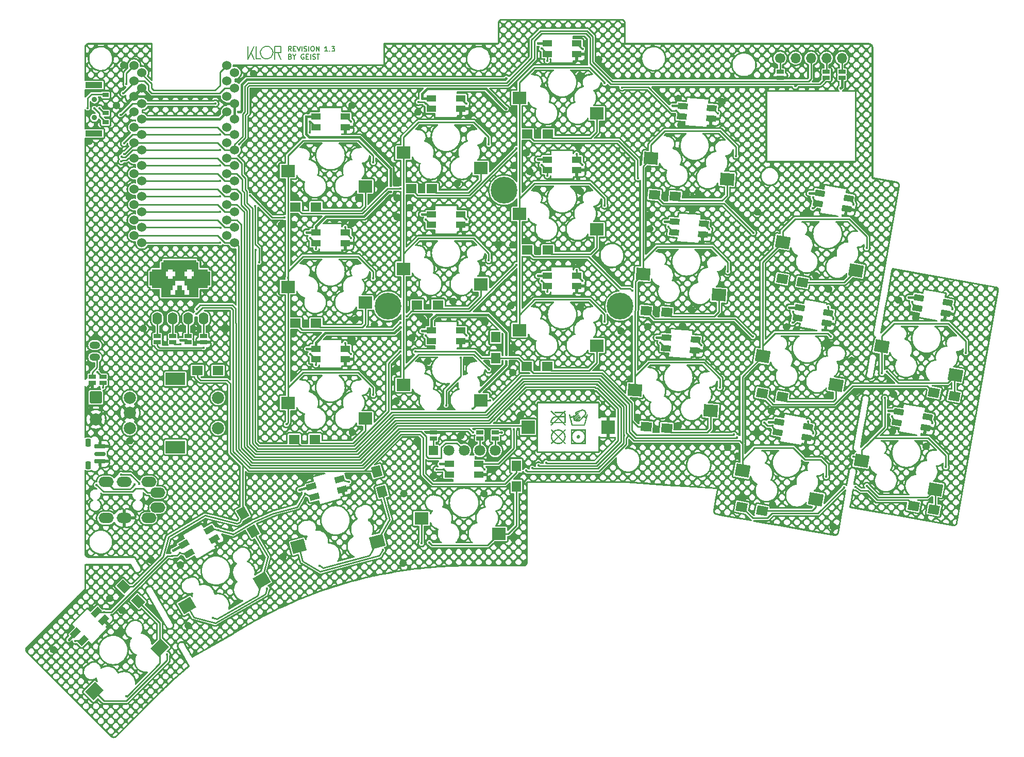
<source format=gtl>
G04 #@! TF.GenerationSoftware,KiCad,Pcbnew,7.0.5*
G04 #@! TF.CreationDate,2023-06-17T21:44:28-05:00*
G04 #@! TF.ProjectId,klor1_3_pimoroni,6b6c6f72-315f-4335-9f70-696d6f726f6e,v1.3.0*
G04 #@! TF.SameCoordinates,Original*
G04 #@! TF.FileFunction,Copper,L1,Top*
G04 #@! TF.FilePolarity,Positive*
%FSLAX46Y46*%
G04 Gerber Fmt 4.6, Leading zero omitted, Abs format (unit mm)*
G04 Created by KiCad (PCBNEW 7.0.5) date 2023-06-17 21:44:28*
%MOMM*%
%LPD*%
G01*
G04 APERTURE LIST*
G04 Aperture macros list*
%AMRoundRect*
0 Rectangle with rounded corners*
0 $1 Rounding radius*
0 $2 $3 $4 $5 $6 $7 $8 $9 X,Y pos of 4 corners*
0 Add a 4 corners polygon primitive as box body*
4,1,4,$2,$3,$4,$5,$6,$7,$8,$9,$2,$3,0*
0 Add four circle primitives for the rounded corners*
1,1,$1+$1,$2,$3*
1,1,$1+$1,$4,$5*
1,1,$1+$1,$6,$7*
1,1,$1+$1,$8,$9*
0 Add four rect primitives between the rounded corners*
20,1,$1+$1,$2,$3,$4,$5,0*
20,1,$1+$1,$4,$5,$6,$7,0*
20,1,$1+$1,$6,$7,$8,$9,0*
20,1,$1+$1,$8,$9,$2,$3,0*%
%AMRotRect*
0 Rectangle, with rotation*
0 The origin of the aperture is its center*
0 $1 length*
0 $2 width*
0 $3 Rotation angle, in degrees counterclockwise*
0 Add horizontal line*
21,1,$1,$2,0,0,$3*%
G04 Aperture macros list end*
G04 #@! TA.AperFunction,NonConductor*
%ADD10C,0.000001*%
G04 #@! TD*
G04 #@! TA.AperFunction,NonConductor*
%ADD11C,0.150000*%
G04 #@! TD*
%ADD12C,0.150000*%
G04 #@! TA.AperFunction,NonConductor*
%ADD13C,0.000000*%
G04 #@! TD*
G04 #@! TA.AperFunction,ComponentPad*
%ADD14R,1.524000X1.524000*%
G04 #@! TD*
G04 #@! TA.AperFunction,ComponentPad*
%ADD15C,1.800000*%
G04 #@! TD*
G04 #@! TA.AperFunction,SMDPad,CuDef*
%ADD16R,1.143000X0.635000*%
G04 #@! TD*
G04 #@! TA.AperFunction,ComponentPad*
%ADD17C,4.400000*%
G04 #@! TD*
G04 #@! TA.AperFunction,SMDPad,CuDef*
%ADD18RotRect,1.600000X1.000000X225.000000*%
G04 #@! TD*
G04 #@! TA.AperFunction,SMDPad,CuDef*
%ADD19RotRect,2.300000X2.000000X45.000000*%
G04 #@! TD*
G04 #@! TA.AperFunction,SMDPad,CuDef*
%ADD20R,1.600000X1.000000*%
G04 #@! TD*
G04 #@! TA.AperFunction,SMDPad,CuDef*
%ADD21R,2.300000X2.000000*%
G04 #@! TD*
G04 #@! TA.AperFunction,SMDPad,CuDef*
%ADD22RotRect,1.600000X1.000000X176.000000*%
G04 #@! TD*
G04 #@! TA.AperFunction,SMDPad,CuDef*
%ADD23RotRect,2.300000X2.000000X356.000000*%
G04 #@! TD*
G04 #@! TA.AperFunction,ComponentPad*
%ADD24RotRect,1.800000X1.500000X350.000000*%
G04 #@! TD*
G04 #@! TA.AperFunction,ComponentPad*
%ADD25R,1.800000X1.500000*%
G04 #@! TD*
G04 #@! TA.AperFunction,ComponentPad*
%ADD26RotRect,1.800000X1.500000X356.000000*%
G04 #@! TD*
G04 #@! TA.AperFunction,SMDPad,CuDef*
%ADD27RotRect,1.600000X1.000000X195.000000*%
G04 #@! TD*
G04 #@! TA.AperFunction,SMDPad,CuDef*
%ADD28RotRect,2.300000X2.000000X15.000000*%
G04 #@! TD*
G04 #@! TA.AperFunction,SMDPad,CuDef*
%ADD29RotRect,1.600000X1.000000X170.000000*%
G04 #@! TD*
G04 #@! TA.AperFunction,SMDPad,CuDef*
%ADD30RotRect,2.300000X2.000000X350.000000*%
G04 #@! TD*
G04 #@! TA.AperFunction,ComponentPad*
%ADD31RotRect,1.800000X1.500000X285.000000*%
G04 #@! TD*
G04 #@! TA.AperFunction,ComponentPad*
%ADD32R,2.200000X2.200000*%
G04 #@! TD*
G04 #@! TA.AperFunction,ComponentPad*
%ADD33C,2.000000*%
G04 #@! TD*
G04 #@! TA.AperFunction,ComponentPad*
%ADD34R,3.200000X2.000000*%
G04 #@! TD*
G04 #@! TA.AperFunction,ComponentPad*
%ADD35O,1.600000X2.000000*%
G04 #@! TD*
G04 #@! TA.AperFunction,ComponentPad*
%ADD36O,2.500000X1.700000*%
G04 #@! TD*
G04 #@! TA.AperFunction,ComponentPad*
%ADD37RotRect,1.800000X1.500000X300.000000*%
G04 #@! TD*
G04 #@! TA.AperFunction,ComponentPad*
%ADD38O,1.750000X1.200000*%
G04 #@! TD*
G04 #@! TA.AperFunction,ComponentPad*
%ADD39RoundRect,0.187500X-0.712500X0.187500X-0.712500X-0.187500X0.712500X-0.187500X0.712500X0.187500X0*%
G04 #@! TD*
G04 #@! TA.AperFunction,ComponentPad*
%ADD40RoundRect,0.150000X-0.750000X0.150000X-0.750000X-0.150000X0.750000X-0.150000X0.750000X0.150000X0*%
G04 #@! TD*
G04 #@! TA.AperFunction,ComponentPad*
%ADD41RoundRect,0.225000X-0.225000X0.425000X-0.225000X-0.425000X0.225000X-0.425000X0.225000X0.425000X0*%
G04 #@! TD*
G04 #@! TA.AperFunction,SMDPad,CuDef*
%ADD42RotRect,1.600000X1.000000X210.000000*%
G04 #@! TD*
G04 #@! TA.AperFunction,SMDPad,CuDef*
%ADD43RotRect,2.300000X2.000000X30.000000*%
G04 #@! TD*
G04 #@! TA.AperFunction,ComponentPad*
%ADD44RotRect,1.800000X1.500000X315.000000*%
G04 #@! TD*
G04 #@! TA.AperFunction,ComponentPad*
%ADD45R,1.500000X1.800000*%
G04 #@! TD*
G04 #@! TA.AperFunction,ComponentPad*
%ADD46RoundRect,0.142858X-0.857142X0.857142X-0.857142X-0.857142X0.857142X-0.857142X0.857142X0.857142X0*%
G04 #@! TD*
G04 #@! TA.AperFunction,WasherPad*
%ADD47C,0.900000*%
G04 #@! TD*
G04 #@! TA.AperFunction,SMDPad,CuDef*
%ADD48R,1.000000X0.700000*%
G04 #@! TD*
G04 #@! TA.AperFunction,SMDPad,CuDef*
%ADD49R,2.800000X1.000000*%
G04 #@! TD*
G04 #@! TA.AperFunction,ComponentPad*
%ADD50C,1.524000*%
G04 #@! TD*
G04 #@! TA.AperFunction,ComponentPad*
%ADD51C,1.700000*%
G04 #@! TD*
G04 #@! TA.AperFunction,ComponentPad*
%ADD52O,1.700000X1.700000*%
G04 #@! TD*
G04 #@! TA.AperFunction,ViaPad*
%ADD53C,0.400000*%
G04 #@! TD*
G04 #@! TA.AperFunction,Conductor*
%ADD54C,0.381000*%
G04 #@! TD*
G04 #@! TA.AperFunction,Conductor*
%ADD55C,0.254000*%
G04 #@! TD*
G04 APERTURE END LIST*
D10*
X162918283Y-118993156D02*
X160573039Y-118993156D01*
X160573039Y-118351337D01*
X160700000Y-118351337D01*
X160700000Y-118862676D01*
X161211369Y-118862676D01*
X161170832Y-118840739D01*
X161131247Y-118817273D01*
X161092653Y-118792319D01*
X161055093Y-118765919D01*
X161018607Y-118738113D01*
X160983236Y-118708944D01*
X160949024Y-118678452D01*
X160916009Y-118646680D01*
X160884235Y-118613667D01*
X160853741Y-118579456D01*
X160824570Y-118544088D01*
X160796763Y-118507604D01*
X160770361Y-118470046D01*
X160745406Y-118431454D01*
X160721938Y-118391871D01*
X160700000Y-118351337D01*
X160573039Y-118351337D01*
X160573039Y-117818838D01*
X160700000Y-117818838D01*
X160701363Y-117872406D01*
X160705408Y-117925288D01*
X160712068Y-117977417D01*
X160721277Y-118028726D01*
X160732968Y-118079149D01*
X160747075Y-118128620D01*
X160763532Y-118177072D01*
X160782271Y-118224439D01*
X160803226Y-118270653D01*
X160826331Y-118315649D01*
X160851519Y-118359360D01*
X160878724Y-118401720D01*
X160907879Y-118442662D01*
X160938918Y-118482119D01*
X160971774Y-118520025D01*
X161006380Y-118556314D01*
X161042671Y-118590918D01*
X161080579Y-118623772D01*
X161120039Y-118654809D01*
X161160983Y-118683962D01*
X161203345Y-118711166D01*
X161247058Y-118736353D01*
X161292057Y-118759456D01*
X161338274Y-118780410D01*
X161385644Y-118799148D01*
X161434098Y-118815604D01*
X161483572Y-118829710D01*
X161533998Y-118841400D01*
X161585311Y-118850609D01*
X161637442Y-118857269D01*
X161690327Y-118861313D01*
X161743898Y-118862676D01*
X162276427Y-118862676D01*
X162787796Y-118862676D01*
X162787796Y-118351337D01*
X162765857Y-118391871D01*
X162742390Y-118431454D01*
X162717434Y-118470046D01*
X162691032Y-118507604D01*
X162663225Y-118544088D01*
X162634054Y-118579456D01*
X162603561Y-118613667D01*
X162571786Y-118646680D01*
X162538772Y-118678452D01*
X162504559Y-118708944D01*
X162469189Y-118738113D01*
X162432703Y-118765919D01*
X162395142Y-118792319D01*
X162356549Y-118817273D01*
X162316963Y-118840739D01*
X162276427Y-118862676D01*
X161743898Y-118862676D01*
X161797469Y-118861313D01*
X161850354Y-118857269D01*
X161902485Y-118850609D01*
X161953798Y-118841400D01*
X162004224Y-118829710D01*
X162053698Y-118815604D01*
X162102152Y-118799148D01*
X162149521Y-118780410D01*
X162195739Y-118759456D01*
X162240737Y-118736353D01*
X162284451Y-118711166D01*
X162326813Y-118683962D01*
X162367757Y-118654809D01*
X162407216Y-118623772D01*
X162445125Y-118590918D01*
X162481415Y-118556314D01*
X162516022Y-118520025D01*
X162548878Y-118482119D01*
X162579916Y-118442662D01*
X162609071Y-118401720D01*
X162636276Y-118359360D01*
X162661465Y-118315649D01*
X162684570Y-118270653D01*
X162705525Y-118224439D01*
X162724264Y-118177072D01*
X162740720Y-118128620D01*
X162754827Y-118079149D01*
X162766518Y-118028726D01*
X162775727Y-117977417D01*
X162782388Y-117925288D01*
X162786433Y-117872406D01*
X162787796Y-117818838D01*
X162786433Y-117765270D01*
X162782388Y-117712389D01*
X162775727Y-117660260D01*
X162766518Y-117608951D01*
X162754827Y-117558528D01*
X162740720Y-117509057D01*
X162724264Y-117460605D01*
X162705525Y-117413238D01*
X162684570Y-117367024D01*
X162661465Y-117322027D01*
X162636276Y-117278316D01*
X162609071Y-117235957D01*
X162579916Y-117195015D01*
X162548878Y-117155558D01*
X162516022Y-117117652D01*
X162481415Y-117081363D01*
X162445125Y-117046759D01*
X162407216Y-117013905D01*
X162367757Y-116982868D01*
X162326813Y-116953714D01*
X162284451Y-116926511D01*
X162240737Y-116901324D01*
X162195739Y-116878221D01*
X162149521Y-116857267D01*
X162102152Y-116838529D01*
X162053698Y-116822073D01*
X162004224Y-116807967D01*
X161953798Y-116796276D01*
X161902485Y-116787068D01*
X161850354Y-116780408D01*
X161797469Y-116776363D01*
X161743898Y-116775000D01*
X162276427Y-116775000D01*
X162316963Y-116796938D01*
X162356549Y-116820404D01*
X162395142Y-116845358D01*
X162432703Y-116871758D01*
X162469189Y-116899563D01*
X162504559Y-116928733D01*
X162538772Y-116959224D01*
X162571786Y-116990997D01*
X162603561Y-117024010D01*
X162634054Y-117058221D01*
X162663225Y-117093589D01*
X162691032Y-117130073D01*
X162717434Y-117167631D01*
X162742390Y-117206223D01*
X162765857Y-117245806D01*
X162787796Y-117286340D01*
X162787796Y-116775000D01*
X162276427Y-116775000D01*
X161743898Y-116775000D01*
X161690327Y-116776363D01*
X161637442Y-116780408D01*
X161585311Y-116787068D01*
X161533998Y-116796276D01*
X161483572Y-116807967D01*
X161434098Y-116822073D01*
X161385644Y-116838529D01*
X161338274Y-116857267D01*
X161292057Y-116878221D01*
X161247058Y-116901324D01*
X161203345Y-116926511D01*
X161160983Y-116953714D01*
X161120039Y-116982868D01*
X161080579Y-117013905D01*
X161042671Y-117046759D01*
X161006380Y-117081363D01*
X160971774Y-117117652D01*
X160938918Y-117155558D01*
X160907879Y-117195015D01*
X160878724Y-117235957D01*
X160851519Y-117278316D01*
X160826331Y-117322027D01*
X160803226Y-117367024D01*
X160782271Y-117413238D01*
X160763532Y-117460605D01*
X160747075Y-117509057D01*
X160732968Y-117558528D01*
X160721277Y-117608951D01*
X160712068Y-117660260D01*
X160705408Y-117712389D01*
X160701363Y-117765270D01*
X160700000Y-117818838D01*
X160573039Y-117818838D01*
X160573039Y-117286340D01*
X160700000Y-117286340D01*
X160721938Y-117245806D01*
X160745406Y-117206223D01*
X160770361Y-117167631D01*
X160796763Y-117130073D01*
X160824570Y-117093589D01*
X160853741Y-117058221D01*
X160884235Y-117024010D01*
X160916009Y-116990997D01*
X160949024Y-116959224D01*
X160983236Y-116928733D01*
X161018607Y-116899563D01*
X161055093Y-116871758D01*
X161092653Y-116845358D01*
X161131247Y-116820404D01*
X161170832Y-116796938D01*
X161211369Y-116775000D01*
X160700000Y-116775000D01*
X160700000Y-117286340D01*
X160573039Y-117286340D01*
X160573039Y-116648047D01*
X162918283Y-116648047D01*
X162918283Y-118993156D01*
G04 #@! TA.AperFunction,NonConductor*
G36*
X162918283Y-118993156D02*
G01*
X160573039Y-118993156D01*
X160573039Y-118351337D01*
X160700000Y-118351337D01*
X160700000Y-118862676D01*
X161211369Y-118862676D01*
X161170832Y-118840739D01*
X161131247Y-118817273D01*
X161092653Y-118792319D01*
X161055093Y-118765919D01*
X161018607Y-118738113D01*
X160983236Y-118708944D01*
X160949024Y-118678452D01*
X160916009Y-118646680D01*
X160884235Y-118613667D01*
X160853741Y-118579456D01*
X160824570Y-118544088D01*
X160796763Y-118507604D01*
X160770361Y-118470046D01*
X160745406Y-118431454D01*
X160721938Y-118391871D01*
X160700000Y-118351337D01*
X160573039Y-118351337D01*
X160573039Y-117818838D01*
X160700000Y-117818838D01*
X160701363Y-117872406D01*
X160705408Y-117925288D01*
X160712068Y-117977417D01*
X160721277Y-118028726D01*
X160732968Y-118079149D01*
X160747075Y-118128620D01*
X160763532Y-118177072D01*
X160782271Y-118224439D01*
X160803226Y-118270653D01*
X160826331Y-118315649D01*
X160851519Y-118359360D01*
X160878724Y-118401720D01*
X160907879Y-118442662D01*
X160938918Y-118482119D01*
X160971774Y-118520025D01*
X161006380Y-118556314D01*
X161042671Y-118590918D01*
X161080579Y-118623772D01*
X161120039Y-118654809D01*
X161160983Y-118683962D01*
X161203345Y-118711166D01*
X161247058Y-118736353D01*
X161292057Y-118759456D01*
X161338274Y-118780410D01*
X161385644Y-118799148D01*
X161434098Y-118815604D01*
X161483572Y-118829710D01*
X161533998Y-118841400D01*
X161585311Y-118850609D01*
X161637442Y-118857269D01*
X161690327Y-118861313D01*
X161743898Y-118862676D01*
X162276427Y-118862676D01*
X162787796Y-118862676D01*
X162787796Y-118351337D01*
X162765857Y-118391871D01*
X162742390Y-118431454D01*
X162717434Y-118470046D01*
X162691032Y-118507604D01*
X162663225Y-118544088D01*
X162634054Y-118579456D01*
X162603561Y-118613667D01*
X162571786Y-118646680D01*
X162538772Y-118678452D01*
X162504559Y-118708944D01*
X162469189Y-118738113D01*
X162432703Y-118765919D01*
X162395142Y-118792319D01*
X162356549Y-118817273D01*
X162316963Y-118840739D01*
X162276427Y-118862676D01*
X161743898Y-118862676D01*
X161797469Y-118861313D01*
X161850354Y-118857269D01*
X161902485Y-118850609D01*
X161953798Y-118841400D01*
X162004224Y-118829710D01*
X162053698Y-118815604D01*
X162102152Y-118799148D01*
X162149521Y-118780410D01*
X162195739Y-118759456D01*
X162240737Y-118736353D01*
X162284451Y-118711166D01*
X162326813Y-118683962D01*
X162367757Y-118654809D01*
X162407216Y-118623772D01*
X162445125Y-118590918D01*
X162481415Y-118556314D01*
X162516022Y-118520025D01*
X162548878Y-118482119D01*
X162579916Y-118442662D01*
X162609071Y-118401720D01*
X162636276Y-118359360D01*
X162661465Y-118315649D01*
X162684570Y-118270653D01*
X162705525Y-118224439D01*
X162724264Y-118177072D01*
X162740720Y-118128620D01*
X162754827Y-118079149D01*
X162766518Y-118028726D01*
X162775727Y-117977417D01*
X162782388Y-117925288D01*
X162786433Y-117872406D01*
X162787796Y-117818838D01*
X162786433Y-117765270D01*
X162782388Y-117712389D01*
X162775727Y-117660260D01*
X162766518Y-117608951D01*
X162754827Y-117558528D01*
X162740720Y-117509057D01*
X162724264Y-117460605D01*
X162705525Y-117413238D01*
X162684570Y-117367024D01*
X162661465Y-117322027D01*
X162636276Y-117278316D01*
X162609071Y-117235957D01*
X162579916Y-117195015D01*
X162548878Y-117155558D01*
X162516022Y-117117652D01*
X162481415Y-117081363D01*
X162445125Y-117046759D01*
X162407216Y-117013905D01*
X162367757Y-116982868D01*
X162326813Y-116953714D01*
X162284451Y-116926511D01*
X162240737Y-116901324D01*
X162195739Y-116878221D01*
X162149521Y-116857267D01*
X162102152Y-116838529D01*
X162053698Y-116822073D01*
X162004224Y-116807967D01*
X161953798Y-116796276D01*
X161902485Y-116787068D01*
X161850354Y-116780408D01*
X161797469Y-116776363D01*
X161743898Y-116775000D01*
X162276427Y-116775000D01*
X162316963Y-116796938D01*
X162356549Y-116820404D01*
X162395142Y-116845358D01*
X162432703Y-116871758D01*
X162469189Y-116899563D01*
X162504559Y-116928733D01*
X162538772Y-116959224D01*
X162571786Y-116990997D01*
X162603561Y-117024010D01*
X162634054Y-117058221D01*
X162663225Y-117093589D01*
X162691032Y-117130073D01*
X162717434Y-117167631D01*
X162742390Y-117206223D01*
X162765857Y-117245806D01*
X162787796Y-117286340D01*
X162787796Y-116775000D01*
X162276427Y-116775000D01*
X161743898Y-116775000D01*
X161690327Y-116776363D01*
X161637442Y-116780408D01*
X161585311Y-116787068D01*
X161533998Y-116796276D01*
X161483572Y-116807967D01*
X161434098Y-116822073D01*
X161385644Y-116838529D01*
X161338274Y-116857267D01*
X161292057Y-116878221D01*
X161247058Y-116901324D01*
X161203345Y-116926511D01*
X161160983Y-116953714D01*
X161120039Y-116982868D01*
X161080579Y-117013905D01*
X161042671Y-117046759D01*
X161006380Y-117081363D01*
X160971774Y-117117652D01*
X160938918Y-117155558D01*
X160907879Y-117195015D01*
X160878724Y-117235957D01*
X160851519Y-117278316D01*
X160826331Y-117322027D01*
X160803226Y-117367024D01*
X160782271Y-117413238D01*
X160763532Y-117460605D01*
X160747075Y-117509057D01*
X160732968Y-117558528D01*
X160721277Y-117608951D01*
X160712068Y-117660260D01*
X160705408Y-117712389D01*
X160701363Y-117765270D01*
X160700000Y-117818838D01*
X160573039Y-117818838D01*
X160573039Y-117286340D01*
X160700000Y-117286340D01*
X160721938Y-117245806D01*
X160745406Y-117206223D01*
X160770361Y-117167631D01*
X160796763Y-117130073D01*
X160824570Y-117093589D01*
X160853741Y-117058221D01*
X160884235Y-117024010D01*
X160916009Y-116990997D01*
X160949024Y-116959224D01*
X160983236Y-116928733D01*
X161018607Y-116899563D01*
X161055093Y-116871758D01*
X161092653Y-116845358D01*
X161131247Y-116820404D01*
X161170832Y-116796938D01*
X161211369Y-116775000D01*
X160700000Y-116775000D01*
X160700000Y-117286340D01*
X160573039Y-117286340D01*
X160573039Y-116648047D01*
X162918283Y-116648047D01*
X162918283Y-118993156D01*
G37*
G04 #@! TD.AperFunction*
D11*
X111879180Y-55795204D02*
X111879180Y-54767135D01*
X107458484Y-55795204D02*
X108486553Y-53704798D01*
D10*
X161756046Y-117586388D02*
X161768016Y-117587271D01*
X161779793Y-117588726D01*
X161791363Y-117590740D01*
X161802715Y-117593299D01*
X161813833Y-117596389D01*
X161824705Y-117599997D01*
X161835316Y-117604109D01*
X161845654Y-117608712D01*
X161855704Y-117613792D01*
X161865453Y-117619336D01*
X161874888Y-117625330D01*
X161883995Y-117631760D01*
X161892760Y-117638613D01*
X161901170Y-117645876D01*
X161909211Y-117653535D01*
X161916870Y-117661576D01*
X161924133Y-117669985D01*
X161930987Y-117678750D01*
X161937418Y-117687856D01*
X161943412Y-117697290D01*
X161948956Y-117707039D01*
X161954036Y-117717088D01*
X161958640Y-117727425D01*
X161962752Y-117738036D01*
X161966360Y-117748907D01*
X161969451Y-117760025D01*
X161972009Y-117771376D01*
X161974023Y-117782946D01*
X161975478Y-117794722D01*
X161976362Y-117806691D01*
X161976659Y-117818838D01*
X161976362Y-117830986D01*
X161975478Y-117842955D01*
X161974023Y-117854731D01*
X161972009Y-117866301D01*
X161969451Y-117877652D01*
X161966360Y-117888770D01*
X161962752Y-117899641D01*
X161958640Y-117910251D01*
X161954036Y-117920588D01*
X161948956Y-117930638D01*
X161943412Y-117940387D01*
X161937418Y-117949821D01*
X161930987Y-117958927D01*
X161924133Y-117967692D01*
X161916870Y-117976101D01*
X161909211Y-117984142D01*
X161901170Y-117991801D01*
X161892760Y-117999063D01*
X161883995Y-118005917D01*
X161874888Y-118012347D01*
X161865453Y-118018341D01*
X161855704Y-118023885D01*
X161845654Y-118028965D01*
X161835316Y-118033568D01*
X161824705Y-118037680D01*
X161813833Y-118041288D01*
X161802715Y-118044378D01*
X161791363Y-118046937D01*
X161779793Y-118048950D01*
X161768016Y-118050406D01*
X161756046Y-118051289D01*
X161743898Y-118051586D01*
X161731750Y-118051289D01*
X161719780Y-118050406D01*
X161708003Y-118048950D01*
X161696432Y-118046937D01*
X161685081Y-118044378D01*
X161673963Y-118041288D01*
X161663091Y-118037680D01*
X161652480Y-118033568D01*
X161642142Y-118028965D01*
X161632092Y-118023885D01*
X161622343Y-118018341D01*
X161612908Y-118012347D01*
X161603801Y-118005917D01*
X161595036Y-117999063D01*
X161586626Y-117991801D01*
X161578585Y-117984142D01*
X161570926Y-117976101D01*
X161563663Y-117967692D01*
X161556809Y-117958927D01*
X161550378Y-117949821D01*
X161544384Y-117940387D01*
X161538840Y-117930638D01*
X161533759Y-117920588D01*
X161529156Y-117910251D01*
X161525044Y-117899641D01*
X161521436Y-117888770D01*
X161518345Y-117877652D01*
X161515787Y-117866301D01*
X161513773Y-117854731D01*
X161512318Y-117842955D01*
X161511434Y-117830986D01*
X161511137Y-117818838D01*
X161511434Y-117807001D01*
X161512318Y-117795303D01*
X161513773Y-117783760D01*
X161515787Y-117772388D01*
X161518345Y-117761202D01*
X161521436Y-117750217D01*
X161525044Y-117739449D01*
X161529156Y-117728913D01*
X161533759Y-117718626D01*
X161538840Y-117708602D01*
X161544384Y-117698856D01*
X161550378Y-117689406D01*
X161556809Y-117680265D01*
X161563663Y-117671450D01*
X161570926Y-117662975D01*
X161578585Y-117654857D01*
X161586626Y-117647111D01*
X161595036Y-117639753D01*
X161603801Y-117632797D01*
X161612908Y-117626260D01*
X161622343Y-117620156D01*
X161632092Y-117614502D01*
X161642142Y-117609313D01*
X161652480Y-117604605D01*
X161663091Y-117600392D01*
X161673963Y-117596691D01*
X161685081Y-117593517D01*
X161696432Y-117590885D01*
X161708003Y-117588811D01*
X161719780Y-117587310D01*
X161731750Y-117586398D01*
X161743898Y-117586091D01*
X161756046Y-117586388D01*
G04 #@! TA.AperFunction,NonConductor*
G36*
X161756046Y-117586388D02*
G01*
X161768016Y-117587271D01*
X161779793Y-117588726D01*
X161791363Y-117590740D01*
X161802715Y-117593299D01*
X161813833Y-117596389D01*
X161824705Y-117599997D01*
X161835316Y-117604109D01*
X161845654Y-117608712D01*
X161855704Y-117613792D01*
X161865453Y-117619336D01*
X161874888Y-117625330D01*
X161883995Y-117631760D01*
X161892760Y-117638613D01*
X161901170Y-117645876D01*
X161909211Y-117653535D01*
X161916870Y-117661576D01*
X161924133Y-117669985D01*
X161930987Y-117678750D01*
X161937418Y-117687856D01*
X161943412Y-117697290D01*
X161948956Y-117707039D01*
X161954036Y-117717088D01*
X161958640Y-117727425D01*
X161962752Y-117738036D01*
X161966360Y-117748907D01*
X161969451Y-117760025D01*
X161972009Y-117771376D01*
X161974023Y-117782946D01*
X161975478Y-117794722D01*
X161976362Y-117806691D01*
X161976659Y-117818838D01*
X161976362Y-117830986D01*
X161975478Y-117842955D01*
X161974023Y-117854731D01*
X161972009Y-117866301D01*
X161969451Y-117877652D01*
X161966360Y-117888770D01*
X161962752Y-117899641D01*
X161958640Y-117910251D01*
X161954036Y-117920588D01*
X161948956Y-117930638D01*
X161943412Y-117940387D01*
X161937418Y-117949821D01*
X161930987Y-117958927D01*
X161924133Y-117967692D01*
X161916870Y-117976101D01*
X161909211Y-117984142D01*
X161901170Y-117991801D01*
X161892760Y-117999063D01*
X161883995Y-118005917D01*
X161874888Y-118012347D01*
X161865453Y-118018341D01*
X161855704Y-118023885D01*
X161845654Y-118028965D01*
X161835316Y-118033568D01*
X161824705Y-118037680D01*
X161813833Y-118041288D01*
X161802715Y-118044378D01*
X161791363Y-118046937D01*
X161779793Y-118048950D01*
X161768016Y-118050406D01*
X161756046Y-118051289D01*
X161743898Y-118051586D01*
X161731750Y-118051289D01*
X161719780Y-118050406D01*
X161708003Y-118048950D01*
X161696432Y-118046937D01*
X161685081Y-118044378D01*
X161673963Y-118041288D01*
X161663091Y-118037680D01*
X161652480Y-118033568D01*
X161642142Y-118028965D01*
X161632092Y-118023885D01*
X161622343Y-118018341D01*
X161612908Y-118012347D01*
X161603801Y-118005917D01*
X161595036Y-117999063D01*
X161586626Y-117991801D01*
X161578585Y-117984142D01*
X161570926Y-117976101D01*
X161563663Y-117967692D01*
X161556809Y-117958927D01*
X161550378Y-117949821D01*
X161544384Y-117940387D01*
X161538840Y-117930638D01*
X161533759Y-117920588D01*
X161529156Y-117910251D01*
X161525044Y-117899641D01*
X161521436Y-117888770D01*
X161518345Y-117877652D01*
X161515787Y-117866301D01*
X161513773Y-117854731D01*
X161512318Y-117842955D01*
X161511434Y-117830986D01*
X161511137Y-117818838D01*
X161511434Y-117807001D01*
X161512318Y-117795303D01*
X161513773Y-117783760D01*
X161515787Y-117772388D01*
X161518345Y-117761202D01*
X161521436Y-117750217D01*
X161525044Y-117739449D01*
X161529156Y-117728913D01*
X161533759Y-117718626D01*
X161538840Y-117708602D01*
X161544384Y-117698856D01*
X161550378Y-117689406D01*
X161556809Y-117680265D01*
X161563663Y-117671450D01*
X161570926Y-117662975D01*
X161578585Y-117654857D01*
X161586626Y-117647111D01*
X161595036Y-117639753D01*
X161603801Y-117632797D01*
X161612908Y-117626260D01*
X161622343Y-117620156D01*
X161632092Y-117614502D01*
X161642142Y-117609313D01*
X161652480Y-117604605D01*
X161663091Y-117600392D01*
X161673963Y-117596691D01*
X161685081Y-117593517D01*
X161696432Y-117590885D01*
X161708003Y-117588811D01*
X161719780Y-117587310D01*
X161731750Y-117586398D01*
X161743898Y-117586091D01*
X161756046Y-117586388D01*
G37*
G04 #@! TD.AperFunction*
D11*
X107458484Y-53704798D02*
X107458484Y-55795204D01*
X112907248Y-53739067D02*
X112907248Y-54767135D01*
X112907248Y-54767135D02*
X111913449Y-54767135D01*
D10*
X159638469Y-113636433D02*
X159440975Y-113833916D01*
X159461011Y-113849033D01*
X159480092Y-113865255D01*
X159498170Y-113882531D01*
X159515200Y-113900809D01*
X159531135Y-113920038D01*
X159545928Y-113940165D01*
X159559533Y-113961140D01*
X159571903Y-113982910D01*
X159582992Y-114005424D01*
X159592753Y-114028630D01*
X159601140Y-114052477D01*
X159608106Y-114076913D01*
X159613606Y-114101886D01*
X159617591Y-114127344D01*
X159620017Y-114153237D01*
X159620835Y-114179511D01*
X159620835Y-115554838D01*
X159338701Y-115554838D01*
X159641995Y-115858116D01*
X159550302Y-115949804D01*
X159155313Y-115554838D01*
X158411183Y-115554838D01*
X158411183Y-115424359D01*
X159024826Y-115424359D01*
X158435870Y-114835437D01*
X157846914Y-115424359D01*
X158404130Y-115424359D01*
X158404130Y-115554838D01*
X157716427Y-115554838D01*
X157321439Y-115949804D01*
X157229745Y-115858116D01*
X157533040Y-115554838D01*
X157173318Y-115554838D01*
X157173318Y-115491362D01*
X157174436Y-115442698D01*
X157175459Y-115427885D01*
X157303805Y-115427885D01*
X157660000Y-115427885D01*
X158340650Y-114747275D01*
X158337123Y-114743748D01*
X158531090Y-114743748D01*
X159208213Y-115424359D01*
X159490348Y-115424359D01*
X159490348Y-114574477D01*
X158700372Y-114574477D01*
X158531090Y-114743748D01*
X158337123Y-114743748D01*
X158171369Y-114578003D01*
X158128323Y-114580992D01*
X158085840Y-114585959D01*
X158043967Y-114592858D01*
X158002749Y-114601642D01*
X157962235Y-114612265D01*
X157922469Y-114624681D01*
X157883499Y-114638843D01*
X157845371Y-114654704D01*
X157808132Y-114672219D01*
X157771828Y-114691340D01*
X157736505Y-114712021D01*
X157702210Y-114734216D01*
X157668990Y-114757877D01*
X157636891Y-114782960D01*
X157605959Y-114809416D01*
X157576241Y-114837200D01*
X157547784Y-114866265D01*
X157520634Y-114896565D01*
X157494838Y-114928052D01*
X157470441Y-114960682D01*
X157447491Y-114994406D01*
X157426034Y-115029179D01*
X157406116Y-115064955D01*
X157387784Y-115101686D01*
X157371085Y-115139326D01*
X157356065Y-115177829D01*
X157342770Y-115217148D01*
X157331247Y-115257237D01*
X157321543Y-115298049D01*
X157313703Y-115339537D01*
X157307775Y-115381656D01*
X157303805Y-115424359D01*
X157303805Y-115427885D01*
X157175459Y-115427885D01*
X157177756Y-115394601D01*
X157183230Y-115347118D01*
X157190807Y-115300298D01*
X157200437Y-115254192D01*
X157212071Y-115208847D01*
X157225659Y-115164314D01*
X157241152Y-115120641D01*
X157258499Y-115077877D01*
X157277650Y-115036071D01*
X157298558Y-114995272D01*
X157321170Y-114955530D01*
X157345438Y-114916893D01*
X157371312Y-114879411D01*
X157398743Y-114843132D01*
X157427680Y-114808106D01*
X157458074Y-114774382D01*
X157489875Y-114742009D01*
X157523033Y-114711036D01*
X157557499Y-114681511D01*
X157593223Y-114653485D01*
X157630155Y-114627006D01*
X157668246Y-114602123D01*
X157707445Y-114578885D01*
X157715682Y-114574477D01*
X158354756Y-114574477D01*
X158435870Y-114655586D01*
X158516984Y-114574477D01*
X158354756Y-114574477D01*
X157715682Y-114574477D01*
X157747703Y-114557342D01*
X157788971Y-114537542D01*
X157831198Y-114519535D01*
X157874336Y-114503369D01*
X157918333Y-114489094D01*
X157963141Y-114476758D01*
X158008709Y-114466412D01*
X158054988Y-114458103D01*
X158044363Y-114447524D01*
X158827332Y-114447524D01*
X159486821Y-114447524D01*
X159486821Y-114183038D01*
X159486657Y-114172841D01*
X159486167Y-114162752D01*
X159485357Y-114152774D01*
X159484231Y-114142910D01*
X159482796Y-114133166D01*
X159481056Y-114123544D01*
X159479016Y-114114049D01*
X159476682Y-114104684D01*
X159474059Y-114095453D01*
X159471151Y-114086361D01*
X159467964Y-114077411D01*
X159464504Y-114068606D01*
X159460775Y-114059952D01*
X159456782Y-114051451D01*
X159452532Y-114043108D01*
X159448028Y-114034926D01*
X159443276Y-114026909D01*
X159438281Y-114019062D01*
X159433049Y-114011387D01*
X159427584Y-114003890D01*
X159415978Y-113989441D01*
X159403503Y-113975747D01*
X159390203Y-113962838D01*
X159376116Y-113950745D01*
X159361287Y-113939499D01*
X159345754Y-113929131D01*
X158827332Y-114447524D01*
X158044363Y-114447524D01*
X157229745Y-113636433D01*
X157321439Y-113544745D01*
X158224269Y-114443997D01*
X158643944Y-114443997D01*
X159204687Y-113883287D01*
X157903341Y-113883287D01*
X157903341Y-113752807D01*
X159190580Y-113752807D01*
X159199135Y-113752890D01*
X159207608Y-113753138D01*
X159215997Y-113753551D01*
X159224304Y-113754130D01*
X159232528Y-113754874D01*
X159240670Y-113755783D01*
X159248729Y-113756857D01*
X159256705Y-113758097D01*
X159264599Y-113759502D01*
X159272410Y-113761072D01*
X159280139Y-113762808D01*
X159287784Y-113764709D01*
X159295347Y-113766775D01*
X159302828Y-113769007D01*
X159310226Y-113771404D01*
X159317541Y-113773966D01*
X159546775Y-113544745D01*
X159638469Y-113636433D01*
G04 #@! TA.AperFunction,NonConductor*
G36*
X159638469Y-113636433D02*
G01*
X159440975Y-113833916D01*
X159461011Y-113849033D01*
X159480092Y-113865255D01*
X159498170Y-113882531D01*
X159515200Y-113900809D01*
X159531135Y-113920038D01*
X159545928Y-113940165D01*
X159559533Y-113961140D01*
X159571903Y-113982910D01*
X159582992Y-114005424D01*
X159592753Y-114028630D01*
X159601140Y-114052477D01*
X159608106Y-114076913D01*
X159613606Y-114101886D01*
X159617591Y-114127344D01*
X159620017Y-114153237D01*
X159620835Y-114179511D01*
X159620835Y-115554838D01*
X159338701Y-115554838D01*
X159641995Y-115858116D01*
X159550302Y-115949804D01*
X159155313Y-115554838D01*
X158411183Y-115554838D01*
X158411183Y-115424359D01*
X159024826Y-115424359D01*
X158435870Y-114835437D01*
X157846914Y-115424359D01*
X158404130Y-115424359D01*
X158404130Y-115554838D01*
X157716427Y-115554838D01*
X157321439Y-115949804D01*
X157229745Y-115858116D01*
X157533040Y-115554838D01*
X157173318Y-115554838D01*
X157173318Y-115491362D01*
X157174436Y-115442698D01*
X157175459Y-115427885D01*
X157303805Y-115427885D01*
X157660000Y-115427885D01*
X158340650Y-114747275D01*
X158337123Y-114743748D01*
X158531090Y-114743748D01*
X159208213Y-115424359D01*
X159490348Y-115424359D01*
X159490348Y-114574477D01*
X158700372Y-114574477D01*
X158531090Y-114743748D01*
X158337123Y-114743748D01*
X158171369Y-114578003D01*
X158128323Y-114580992D01*
X158085840Y-114585959D01*
X158043967Y-114592858D01*
X158002749Y-114601642D01*
X157962235Y-114612265D01*
X157922469Y-114624681D01*
X157883499Y-114638843D01*
X157845371Y-114654704D01*
X157808132Y-114672219D01*
X157771828Y-114691340D01*
X157736505Y-114712021D01*
X157702210Y-114734216D01*
X157668990Y-114757877D01*
X157636891Y-114782960D01*
X157605959Y-114809416D01*
X157576241Y-114837200D01*
X157547784Y-114866265D01*
X157520634Y-114896565D01*
X157494838Y-114928052D01*
X157470441Y-114960682D01*
X157447491Y-114994406D01*
X157426034Y-115029179D01*
X157406116Y-115064955D01*
X157387784Y-115101686D01*
X157371085Y-115139326D01*
X157356065Y-115177829D01*
X157342770Y-115217148D01*
X157331247Y-115257237D01*
X157321543Y-115298049D01*
X157313703Y-115339537D01*
X157307775Y-115381656D01*
X157303805Y-115424359D01*
X157303805Y-115427885D01*
X157175459Y-115427885D01*
X157177756Y-115394601D01*
X157183230Y-115347118D01*
X157190807Y-115300298D01*
X157200437Y-115254192D01*
X157212071Y-115208847D01*
X157225659Y-115164314D01*
X157241152Y-115120641D01*
X157258499Y-115077877D01*
X157277650Y-115036071D01*
X157298558Y-114995272D01*
X157321170Y-114955530D01*
X157345438Y-114916893D01*
X157371312Y-114879411D01*
X157398743Y-114843132D01*
X157427680Y-114808106D01*
X157458074Y-114774382D01*
X157489875Y-114742009D01*
X157523033Y-114711036D01*
X157557499Y-114681511D01*
X157593223Y-114653485D01*
X157630155Y-114627006D01*
X157668246Y-114602123D01*
X157707445Y-114578885D01*
X157715682Y-114574477D01*
X158354756Y-114574477D01*
X158435870Y-114655586D01*
X158516984Y-114574477D01*
X158354756Y-114574477D01*
X157715682Y-114574477D01*
X157747703Y-114557342D01*
X157788971Y-114537542D01*
X157831198Y-114519535D01*
X157874336Y-114503369D01*
X157918333Y-114489094D01*
X157963141Y-114476758D01*
X158008709Y-114466412D01*
X158054988Y-114458103D01*
X158044363Y-114447524D01*
X158827332Y-114447524D01*
X159486821Y-114447524D01*
X159486821Y-114183038D01*
X159486657Y-114172841D01*
X159486167Y-114162752D01*
X159485357Y-114152774D01*
X159484231Y-114142910D01*
X159482796Y-114133166D01*
X159481056Y-114123544D01*
X159479016Y-114114049D01*
X159476682Y-114104684D01*
X159474059Y-114095453D01*
X159471151Y-114086361D01*
X159467964Y-114077411D01*
X159464504Y-114068606D01*
X159460775Y-114059952D01*
X159456782Y-114051451D01*
X159452532Y-114043108D01*
X159448028Y-114034926D01*
X159443276Y-114026909D01*
X159438281Y-114019062D01*
X159433049Y-114011387D01*
X159427584Y-114003890D01*
X159415978Y-113989441D01*
X159403503Y-113975747D01*
X159390203Y-113962838D01*
X159376116Y-113950745D01*
X159361287Y-113939499D01*
X159345754Y-113929131D01*
X158827332Y-114447524D01*
X158044363Y-114447524D01*
X157229745Y-113636433D01*
X157321439Y-113544745D01*
X158224269Y-114443997D01*
X158643944Y-114443997D01*
X159204687Y-113883287D01*
X157903341Y-113883287D01*
X157903341Y-113752807D01*
X159190580Y-113752807D01*
X159199135Y-113752890D01*
X159207608Y-113753138D01*
X159215997Y-113753551D01*
X159224304Y-113754130D01*
X159232528Y-113754874D01*
X159240670Y-113755783D01*
X159248729Y-113756857D01*
X159256705Y-113758097D01*
X159264599Y-113759502D01*
X159272410Y-113761072D01*
X159280139Y-113762808D01*
X159287784Y-113764709D01*
X159295347Y-113766775D01*
X159302828Y-113769007D01*
X159310226Y-113771404D01*
X159317541Y-113773966D01*
X159546775Y-113544745D01*
X159638469Y-113636433D01*
G37*
G04 #@! TD.AperFunction*
X162438565Y-113359687D02*
X162445665Y-113359935D01*
X162460805Y-113360927D01*
X162478094Y-113362580D01*
X162498607Y-113364894D01*
X162520291Y-113367940D01*
X162541693Y-113371777D01*
X162562798Y-113376391D01*
X162583592Y-113381769D01*
X162604060Y-113387896D01*
X162624188Y-113394758D01*
X162643962Y-113402340D01*
X162663369Y-113410628D01*
X162682393Y-113419609D01*
X162701021Y-113429268D01*
X162737030Y-113450563D01*
X162771282Y-113474399D01*
X162803665Y-113500664D01*
X162834064Y-113529242D01*
X162862365Y-113560022D01*
X162888455Y-113592888D01*
X162912221Y-113627727D01*
X162933548Y-113664426D01*
X162952323Y-113702872D01*
X162968432Y-113742949D01*
X162975452Y-113763565D01*
X162981762Y-113784545D01*
X162986419Y-113799588D01*
X162988303Y-113806676D01*
X162989918Y-113813639D01*
X162991285Y-113820602D01*
X162992425Y-113827690D01*
X162993359Y-113835025D01*
X162994106Y-113842732D01*
X162995125Y-113859759D01*
X162995649Y-113879760D01*
X162995869Y-113932658D01*
X162995690Y-113962460D01*
X162995451Y-113975159D01*
X162995098Y-113986602D01*
X162994621Y-113996950D01*
X162994010Y-114006362D01*
X162993254Y-114015000D01*
X162992343Y-114023024D01*
X162991267Y-114030592D01*
X162990015Y-114037867D01*
X162988577Y-114045007D01*
X162986943Y-114052172D01*
X162983044Y-114067222D01*
X162978236Y-114084296D01*
X162971564Y-114105445D01*
X162964695Y-114125374D01*
X162957516Y-114144271D01*
X162949913Y-114162320D01*
X162941773Y-114179708D01*
X162932982Y-114196620D01*
X162923427Y-114213244D01*
X162912993Y-114229764D01*
X162901567Y-114246366D01*
X162889036Y-114263238D01*
X162875286Y-114280563D01*
X162860203Y-114298530D01*
X162843673Y-114317323D01*
X162825584Y-114337128D01*
X162784269Y-114380521D01*
X162752254Y-114415124D01*
X162726520Y-114443116D01*
X162703156Y-114468683D01*
X162707175Y-114472302D01*
X162712496Y-114476479D01*
X162718933Y-114481111D01*
X162726299Y-114486095D01*
X162743079Y-114496702D01*
X162761346Y-114507474D01*
X162779613Y-114517585D01*
X162796392Y-114526208D01*
X162803759Y-114529704D01*
X162810196Y-114532517D01*
X162815517Y-114534546D01*
X162819536Y-114535686D01*
X162825103Y-114536925D01*
X162831177Y-114538000D01*
X162837684Y-114538909D01*
X162844553Y-114539653D01*
X162851712Y-114540232D01*
X162859087Y-114540645D01*
X162866607Y-114540893D01*
X162874199Y-114540975D01*
X162881792Y-114540893D01*
X162889312Y-114540645D01*
X162896687Y-114540232D01*
X162903846Y-114539653D01*
X162910715Y-114538909D01*
X162917222Y-114538000D01*
X162923295Y-114536925D01*
X162928863Y-114535686D01*
X162933081Y-114534387D01*
X162938967Y-114531911D01*
X162946290Y-114528402D01*
X162954817Y-114524004D01*
X162974551Y-114513122D01*
X162996311Y-114500421D01*
X163018235Y-114487059D01*
X163038465Y-114474193D01*
X163055141Y-114462980D01*
X163061565Y-114458355D01*
X163066403Y-114454577D01*
X163067187Y-114453968D01*
X163068208Y-114452187D01*
X163070922Y-114445375D01*
X163074462Y-114434678D01*
X163078747Y-114420634D01*
X163101670Y-114341729D01*
X163114675Y-114298089D01*
X163126357Y-114259739D01*
X163135394Y-114230645D01*
X163140464Y-114214776D01*
X163142570Y-114210933D01*
X163144914Y-114207337D01*
X163147485Y-114203990D01*
X163150273Y-114200891D01*
X163153267Y-114198039D01*
X163156458Y-114195436D01*
X163159835Y-114193080D01*
X163163387Y-114190972D01*
X163167105Y-114189113D01*
X163170978Y-114187501D01*
X163174995Y-114186137D01*
X163179147Y-114185021D01*
X163183423Y-114184154D01*
X163187812Y-114183534D01*
X163192305Y-114183162D01*
X163194805Y-114183094D01*
X163195707Y-114183129D01*
X163198104Y-114183400D01*
X163200547Y-114183843D01*
X163203027Y-114184450D01*
X163205535Y-114185214D01*
X163208063Y-114186129D01*
X163210602Y-114187188D01*
X163213145Y-114188383D01*
X163215683Y-114189706D01*
X163218207Y-114191152D01*
X163223181Y-114194382D01*
X163228000Y-114198014D01*
X163232597Y-114201993D01*
X163236905Y-114206260D01*
X163240856Y-114210761D01*
X163242677Y-114213080D01*
X163244383Y-114215436D01*
X163245967Y-114217822D01*
X163247420Y-114220231D01*
X163248734Y-114222655D01*
X163249899Y-114225088D01*
X163250908Y-114227522D01*
X163251753Y-114229950D01*
X163252424Y-114232365D01*
X163252914Y-114234760D01*
X163253215Y-114237128D01*
X163253316Y-114239461D01*
X163235904Y-114312911D01*
X163188073Y-114499098D01*
X163027609Y-115099922D01*
X162801901Y-115946278D01*
X160685892Y-115946278D01*
X160675312Y-115911013D01*
X160416983Y-114954455D01*
X160334414Y-114641480D01*
X160467239Y-114641480D01*
X160469278Y-114653478D01*
X160477599Y-114687875D01*
X160510441Y-114814278D01*
X160622413Y-115230402D01*
X160781113Y-115819324D01*
X162703155Y-115819324D01*
X162861856Y-115233929D01*
X162865383Y-115230402D01*
X162927376Y-115003495D01*
X162977796Y-114816922D01*
X163011686Y-114689859D01*
X163024084Y-114641480D01*
X163024033Y-114641170D01*
X163023882Y-114640900D01*
X163023634Y-114640671D01*
X163023292Y-114640481D01*
X163022341Y-114640217D01*
X163021053Y-114640102D01*
X163019456Y-114640132D01*
X163017575Y-114640302D01*
X163015435Y-114640606D01*
X163013063Y-114641039D01*
X163010484Y-114641596D01*
X163007725Y-114642272D01*
X163001767Y-114643959D01*
X162995395Y-114646060D01*
X162992119Y-114647253D01*
X162988817Y-114648533D01*
X162983600Y-114651016D01*
X162978485Y-114653189D01*
X162973412Y-114655073D01*
X162968318Y-114656688D01*
X162963142Y-114658055D01*
X162957821Y-114659195D01*
X162952293Y-114660128D01*
X162946497Y-114660875D01*
X162940370Y-114661457D01*
X162933851Y-114661895D01*
X162919386Y-114662418D01*
X162902607Y-114662611D01*
X162883017Y-114662639D01*
X162867120Y-114663088D01*
X162852386Y-114663093D01*
X162838654Y-114662623D01*
X162825764Y-114661647D01*
X162813555Y-114660133D01*
X162801869Y-114658052D01*
X162790544Y-114655370D01*
X162779421Y-114652059D01*
X162768339Y-114648087D01*
X162757138Y-114643422D01*
X162745658Y-114638034D01*
X162733739Y-114631892D01*
X162721221Y-114624965D01*
X162707943Y-114617221D01*
X162678469Y-114599162D01*
X162666629Y-114591420D01*
X162655160Y-114584174D01*
X162644435Y-114577590D01*
X162634827Y-114571832D01*
X162626705Y-114567066D01*
X162620444Y-114563456D01*
X162614989Y-114560371D01*
X162512274Y-114661316D01*
X162269374Y-114902439D01*
X162185333Y-114986159D01*
X162112822Y-115057770D01*
X162051471Y-115117727D01*
X162000905Y-115166485D01*
X161960755Y-115204498D01*
X161930647Y-115232220D01*
X161910210Y-115250108D01*
X161903502Y-115255505D01*
X161899072Y-115258614D01*
X161891481Y-115261754D01*
X161883306Y-115264558D01*
X161874624Y-115267021D01*
X161865514Y-115269138D01*
X161856052Y-115270904D01*
X161846317Y-115272313D01*
X161836385Y-115273361D01*
X161826335Y-115274042D01*
X161816243Y-115274351D01*
X161806187Y-115274283D01*
X161796245Y-115273833D01*
X161786494Y-115272995D01*
X161777012Y-115271765D01*
X161767876Y-115270137D01*
X161759163Y-115268106D01*
X161750952Y-115265667D01*
X161746440Y-115264299D01*
X161742135Y-115262822D01*
X161737995Y-115261211D01*
X161733980Y-115259440D01*
X161730047Y-115257483D01*
X161726155Y-115255315D01*
X161722263Y-115252908D01*
X161718330Y-115250239D01*
X161714314Y-115247279D01*
X161710175Y-115244005D01*
X161705869Y-115240390D01*
X161701358Y-115236408D01*
X161696598Y-115232034D01*
X161691549Y-115227241D01*
X161680418Y-115216296D01*
X161641625Y-115177505D01*
X161602831Y-115212770D01*
X161599368Y-115216733D01*
X161595620Y-115220677D01*
X161591634Y-115224578D01*
X161587457Y-115228418D01*
X161583136Y-115232176D01*
X161578716Y-115235829D01*
X161574245Y-115239359D01*
X161569769Y-115242745D01*
X161565334Y-115245965D01*
X161560986Y-115248999D01*
X161552741Y-115254426D01*
X161545406Y-115258862D01*
X161542195Y-115260656D01*
X161539351Y-115262140D01*
X161533042Y-115264700D01*
X161526071Y-115267079D01*
X161518522Y-115269261D01*
X161510476Y-115271232D01*
X161502018Y-115272976D01*
X161493229Y-115274476D01*
X161484191Y-115275719D01*
X161474989Y-115276687D01*
X161465704Y-115277366D01*
X161456419Y-115277741D01*
X161447216Y-115277795D01*
X161438179Y-115277514D01*
X161429390Y-115276881D01*
X161420932Y-115275881D01*
X161412886Y-115274499D01*
X161405337Y-115272720D01*
X161401691Y-115271987D01*
X161398028Y-115271113D01*
X161390672Y-115268959D01*
X161383307Y-115266288D01*
X161375967Y-115263132D01*
X161368688Y-115259521D01*
X161361509Y-115255487D01*
X161354463Y-115251060D01*
X161347588Y-115246271D01*
X161340919Y-115241152D01*
X161334494Y-115235733D01*
X161328347Y-115230046D01*
X161322515Y-115224120D01*
X161317035Y-115217989D01*
X161311942Y-115211681D01*
X161307273Y-115205229D01*
X161303063Y-115198664D01*
X161281903Y-115166925D01*
X161264269Y-115177505D01*
X161261578Y-115179367D01*
X161258773Y-115180997D01*
X161255823Y-115182410D01*
X161252698Y-115183621D01*
X161249365Y-115184646D01*
X161245796Y-115185501D01*
X161241957Y-115186201D01*
X161237819Y-115186762D01*
X161233351Y-115187198D01*
X161228520Y-115187526D01*
X161217651Y-115187919D01*
X161204963Y-115188064D01*
X161190209Y-115188084D01*
X161181975Y-115188042D01*
X161174429Y-115187912D01*
X161167512Y-115187689D01*
X161161169Y-115187368D01*
X161155343Y-115186944D01*
X161149976Y-115186411D01*
X161145013Y-115185764D01*
X161140395Y-115184999D01*
X161136067Y-115184109D01*
X161131971Y-115183091D01*
X161128051Y-115181938D01*
X161124249Y-115180646D01*
X161120510Y-115179209D01*
X161116776Y-115177622D01*
X161112990Y-115175880D01*
X161109096Y-115173979D01*
X161101296Y-115169538D01*
X161093768Y-115164818D01*
X161086517Y-115159830D01*
X161079546Y-115154583D01*
X161072859Y-115149088D01*
X161066460Y-115143356D01*
X161054542Y-115131220D01*
X161043823Y-115118257D01*
X161034333Y-115104551D01*
X161026103Y-115090183D01*
X161019165Y-115075237D01*
X161013550Y-115059795D01*
X161009288Y-115043939D01*
X161006410Y-115027754D01*
X161004948Y-115011320D01*
X161004933Y-114994720D01*
X161005477Y-114986385D01*
X161006395Y-114978038D01*
X161007689Y-114969692D01*
X161009365Y-114961357D01*
X161011426Y-114953041D01*
X161013875Y-114944757D01*
X161015156Y-114941456D01*
X161016355Y-114938180D01*
X161017471Y-114934955D01*
X161018504Y-114931808D01*
X161019454Y-114928765D01*
X161020322Y-114925851D01*
X161021810Y-114920513D01*
X161022967Y-114916001D01*
X161023794Y-114912523D01*
X161024455Y-114909492D01*
X161019129Y-114906687D01*
X161013751Y-114903583D01*
X161008353Y-114900210D01*
X161002964Y-114896599D01*
X160997618Y-114892781D01*
X160992343Y-114888788D01*
X160987172Y-114884650D01*
X160982135Y-114880399D01*
X160977263Y-114876065D01*
X160972588Y-114871679D01*
X160968140Y-114867273D01*
X160963950Y-114862877D01*
X160960050Y-114858522D01*
X160956470Y-114854240D01*
X160953241Y-114850061D01*
X160950395Y-114846016D01*
X160945349Y-114838938D01*
X160940779Y-114832206D01*
X160936663Y-114825753D01*
X160932982Y-114819512D01*
X160929713Y-114813416D01*
X160926838Y-114807397D01*
X160924334Y-114801388D01*
X160922181Y-114795323D01*
X160920359Y-114789133D01*
X160918847Y-114782753D01*
X160917625Y-114776114D01*
X160916671Y-114769150D01*
X160915965Y-114761793D01*
X160915486Y-114753976D01*
X160915214Y-114745633D01*
X160915131Y-114736988D01*
X161036937Y-114736988D01*
X161036970Y-114740573D01*
X161037275Y-114744124D01*
X161037841Y-114747634D01*
X161038658Y-114751093D01*
X161039718Y-114754493D01*
X161041011Y-114757826D01*
X161042526Y-114761083D01*
X161044254Y-114764257D01*
X161046186Y-114767338D01*
X161048312Y-114770319D01*
X161050621Y-114773190D01*
X161053105Y-114775944D01*
X161055754Y-114778572D01*
X161058557Y-114781066D01*
X161061506Y-114783417D01*
X161064591Y-114785616D01*
X161067801Y-114787657D01*
X161071128Y-114789529D01*
X161074561Y-114791225D01*
X161078091Y-114792737D01*
X161081708Y-114794055D01*
X161085403Y-114795172D01*
X161089165Y-114796080D01*
X161092986Y-114796768D01*
X161096855Y-114797231D01*
X161100762Y-114797458D01*
X161104699Y-114797442D01*
X161108656Y-114797174D01*
X161112621Y-114796645D01*
X161115914Y-114795255D01*
X161120612Y-114792299D01*
X161134884Y-114781052D01*
X161156760Y-114761621D01*
X161187563Y-114732728D01*
X161281241Y-114641425D01*
X161426496Y-114496894D01*
X161722737Y-114200670D01*
X161765058Y-114242988D01*
X161769601Y-114246951D01*
X161773964Y-114250888D01*
X161778130Y-114254773D01*
X161782085Y-114258581D01*
X161785812Y-114262286D01*
X161789297Y-114265862D01*
X161792523Y-114269282D01*
X161795475Y-114272522D01*
X161798138Y-114275555D01*
X161800497Y-114278356D01*
X161802535Y-114280898D01*
X161804237Y-114283157D01*
X161805588Y-114285105D01*
X161806572Y-114286718D01*
X161807174Y-114287969D01*
X161807327Y-114288450D01*
X161807378Y-114288832D01*
X161800504Y-114296870D01*
X161780818Y-114317430D01*
X161708631Y-114390659D01*
X161472343Y-114627374D01*
X161342021Y-114758350D01*
X161233851Y-114868497D01*
X161191689Y-114912144D01*
X161159405Y-114946245D01*
X161138445Y-114969353D01*
X161132663Y-114976333D01*
X161130255Y-114980022D01*
X161128435Y-114983998D01*
X161126938Y-114987984D01*
X161125757Y-114991970D01*
X161124882Y-114995946D01*
X161124308Y-114999902D01*
X161124025Y-115003826D01*
X161124026Y-115007709D01*
X161124304Y-115011540D01*
X161124850Y-115015309D01*
X161125657Y-115019006D01*
X161126717Y-115022621D01*
X161128023Y-115026142D01*
X161129567Y-115029560D01*
X161131340Y-115032864D01*
X161133335Y-115036045D01*
X161135545Y-115039091D01*
X161137961Y-115041992D01*
X161140577Y-115044739D01*
X161143383Y-115047320D01*
X161146373Y-115049725D01*
X161149538Y-115051945D01*
X161152872Y-115053968D01*
X161156365Y-115055785D01*
X161160011Y-115057384D01*
X161163802Y-115058757D01*
X161167729Y-115059891D01*
X161171786Y-115060778D01*
X161175964Y-115061407D01*
X161180256Y-115061767D01*
X161184653Y-115061848D01*
X161189149Y-115061639D01*
X161193735Y-115061131D01*
X161198435Y-115060156D01*
X161203564Y-115058287D01*
X161209551Y-115055126D01*
X161216824Y-115050276D01*
X161236944Y-115033918D01*
X161267355Y-115006030D01*
X161311487Y-114963430D01*
X161372770Y-114902935D01*
X161560510Y-114715536D01*
X161902598Y-114373468D01*
X161948445Y-114419312D01*
X161994292Y-114465156D01*
X161694524Y-114764907D01*
X161598615Y-114860852D01*
X161559474Y-114900089D01*
X161525684Y-114934068D01*
X161496854Y-114963211D01*
X161472591Y-114987943D01*
X161452502Y-115008687D01*
X161443900Y-115017696D01*
X161436195Y-115025866D01*
X161429336Y-115033252D01*
X161423276Y-115039905D01*
X161417965Y-115045879D01*
X161413354Y-115051227D01*
X161409393Y-115056001D01*
X161406035Y-115060255D01*
X161403230Y-115064041D01*
X161400928Y-115067413D01*
X161399080Y-115070423D01*
X161397639Y-115073124D01*
X161396553Y-115075570D01*
X161395775Y-115077813D01*
X161395256Y-115079906D01*
X161394945Y-115081903D01*
X161394795Y-115083855D01*
X161394756Y-115085817D01*
X161394828Y-115090052D01*
X161395044Y-115094164D01*
X161395401Y-115098150D01*
X161395899Y-115102010D01*
X161396537Y-115105743D01*
X161397313Y-115109349D01*
X161398226Y-115112828D01*
X161399274Y-115116177D01*
X161400457Y-115119398D01*
X161401773Y-115122489D01*
X161403221Y-115125450D01*
X161404799Y-115128279D01*
X161406506Y-115130977D01*
X161408341Y-115133542D01*
X161410303Y-115135974D01*
X161412389Y-115138273D01*
X161414600Y-115140437D01*
X161416934Y-115142467D01*
X161419389Y-115144360D01*
X161421964Y-115146118D01*
X161424658Y-115147739D01*
X161427469Y-115149222D01*
X161430397Y-115150567D01*
X161433439Y-115151773D01*
X161436596Y-115152839D01*
X161439864Y-115153766D01*
X161443244Y-115154552D01*
X161446733Y-115155196D01*
X161450331Y-115155698D01*
X161454036Y-115156058D01*
X161457847Y-115156274D01*
X161461763Y-115156346D01*
X161464669Y-115155963D01*
X161468314Y-115154604D01*
X161479121Y-115147695D01*
X161496789Y-115133100D01*
X161523921Y-115108298D01*
X161563121Y-115070767D01*
X161616992Y-115017987D01*
X161779164Y-114856595D01*
X162078932Y-114556845D01*
X162124779Y-114602689D01*
X162170626Y-114648533D01*
X161959025Y-114860122D01*
X161750951Y-115071711D01*
X161750951Y-115096396D01*
X161751714Y-115100942D01*
X161752678Y-115105319D01*
X161753835Y-115109526D01*
X161755180Y-115113560D01*
X161756706Y-115117419D01*
X161758406Y-115121099D01*
X161760273Y-115124598D01*
X161762302Y-115127914D01*
X161764487Y-115131044D01*
X161766819Y-115133985D01*
X161769294Y-115136736D01*
X161771904Y-115139292D01*
X161774644Y-115141653D01*
X161777506Y-115143814D01*
X161780484Y-115145774D01*
X161783573Y-115147530D01*
X161786764Y-115149079D01*
X161790053Y-115150419D01*
X161793431Y-115151548D01*
X161796894Y-115152462D01*
X161800434Y-115153159D01*
X161804046Y-115153636D01*
X161807721Y-115153891D01*
X161811455Y-115153922D01*
X161815241Y-115153725D01*
X161819072Y-115153298D01*
X161822941Y-115152639D01*
X161826843Y-115151745D01*
X161830771Y-115150614D01*
X161834718Y-115149242D01*
X161838678Y-115147627D01*
X161842644Y-115145767D01*
X161855883Y-115134857D01*
X161886397Y-115106094D01*
X161991647Y-115002944D01*
X162325800Y-114669692D01*
X162544179Y-114450609D01*
X162626401Y-114367434D01*
X162692134Y-114300293D01*
X162742493Y-114248030D01*
X162778593Y-114209486D01*
X162791645Y-114194998D01*
X162801551Y-114183506D01*
X162808450Y-114174866D01*
X162812482Y-114168932D01*
X162825286Y-114145292D01*
X162836600Y-114121351D01*
X162846442Y-114097161D01*
X162854830Y-114072773D01*
X162861781Y-114048238D01*
X162867314Y-114023607D01*
X162871447Y-113998930D01*
X162874199Y-113974259D01*
X162875586Y-113949645D01*
X162875628Y-113925139D01*
X162874342Y-113900792D01*
X162871747Y-113876654D01*
X162867860Y-113852778D01*
X162862699Y-113829213D01*
X162856283Y-113806011D01*
X162848630Y-113783223D01*
X162839758Y-113760900D01*
X162829685Y-113739093D01*
X162818428Y-113717853D01*
X162806007Y-113697231D01*
X162792439Y-113677278D01*
X162777742Y-113658044D01*
X162761934Y-113639582D01*
X162745034Y-113621942D01*
X162727059Y-113605175D01*
X162708028Y-113589331D01*
X162687958Y-113574463D01*
X162666869Y-113560621D01*
X162644776Y-113547856D01*
X162621700Y-113536219D01*
X162597658Y-113525761D01*
X162572668Y-113516533D01*
X162560171Y-113512153D01*
X162546590Y-113508268D01*
X162532078Y-113504879D01*
X162516792Y-113501986D01*
X162500886Y-113499589D01*
X162484514Y-113497688D01*
X162467833Y-113496283D01*
X162450997Y-113495374D01*
X162434161Y-113494961D01*
X162417480Y-113495044D01*
X162401109Y-113495622D01*
X162385203Y-113496697D01*
X162369916Y-113498267D01*
X162355405Y-113500333D01*
X162341823Y-113502896D01*
X162329327Y-113505954D01*
X162296154Y-113514770D01*
X162270682Y-113523806D01*
X162230580Y-113539455D01*
X162080365Y-113601169D01*
X161793271Y-113721069D01*
X161642113Y-113783368D01*
X161581916Y-113808218D01*
X161530919Y-113829343D01*
X161488333Y-113847100D01*
X161453366Y-113861846D01*
X161438494Y-113868201D01*
X161425229Y-113873936D01*
X161413475Y-113879097D01*
X161403132Y-113883728D01*
X161394101Y-113887873D01*
X161386283Y-113891577D01*
X161379579Y-113894885D01*
X161373892Y-113897841D01*
X161369121Y-113900489D01*
X161365169Y-113902875D01*
X161361936Y-113905042D01*
X161359324Y-113907036D01*
X161357233Y-113908900D01*
X161355565Y-113910680D01*
X161354222Y-113912420D01*
X161353104Y-113914164D01*
X161348909Y-113922078D01*
X161347638Y-113924413D01*
X161346471Y-113926784D01*
X161345406Y-113929190D01*
X161344446Y-113931625D01*
X161343588Y-113934085D01*
X161342834Y-113936568D01*
X161342183Y-113939069D01*
X161341635Y-113941584D01*
X161341191Y-113944110D01*
X161340850Y-113946641D01*
X161340612Y-113949176D01*
X161340478Y-113951709D01*
X161340447Y-113954237D01*
X161340519Y-113956756D01*
X161340695Y-113959262D01*
X161340974Y-113961751D01*
X161341356Y-113964220D01*
X161341842Y-113966664D01*
X161342431Y-113969079D01*
X161343123Y-113971463D01*
X161343919Y-113973810D01*
X161344817Y-113976117D01*
X161345820Y-113978380D01*
X161346925Y-113980596D01*
X161348134Y-113982760D01*
X161349446Y-113984868D01*
X161350862Y-113986917D01*
X161352381Y-113988902D01*
X161354003Y-113990821D01*
X161355728Y-113992668D01*
X161357557Y-113994441D01*
X161359489Y-113996134D01*
X161370634Y-114005095D01*
X161376274Y-114008214D01*
X161382523Y-114010295D01*
X161389805Y-114011240D01*
X161398544Y-114010950D01*
X161409164Y-114009327D01*
X161422088Y-114006273D01*
X161437739Y-114001690D01*
X161456542Y-113995480D01*
X161505295Y-113977786D01*
X161659257Y-113918552D01*
X161755029Y-113880807D01*
X161835591Y-113849345D01*
X161867483Y-113837105D01*
X161892349Y-113827800D01*
X161909115Y-113821884D01*
X161914124Y-113820338D01*
X161916705Y-113819810D01*
X161910223Y-113827759D01*
X161886673Y-113852981D01*
X161795475Y-113947645D01*
X161657329Y-114088594D01*
X161486450Y-114260620D01*
X161486450Y-114264147D01*
X161285539Y-114465762D01*
X161208352Y-114543903D01*
X161146125Y-114607538D01*
X161098446Y-114657122D01*
X161064901Y-114693110D01*
X161053300Y-114706147D01*
X161045077Y-114715956D01*
X161040182Y-114722593D01*
X161038965Y-114724740D01*
X161038561Y-114726116D01*
X161037723Y-114729751D01*
X161037184Y-114733378D01*
X161036937Y-114736988D01*
X160915131Y-114736988D01*
X160915128Y-114736695D01*
X160915341Y-114725149D01*
X160916009Y-114714248D01*
X160917174Y-114703895D01*
X160918875Y-114693992D01*
X160921155Y-114684439D01*
X160924055Y-114675140D01*
X160927616Y-114665996D01*
X160931879Y-114656908D01*
X160936887Y-114647780D01*
X160942680Y-114638511D01*
X160949299Y-114629006D01*
X160956786Y-114619164D01*
X160965183Y-114608888D01*
X160974530Y-114598081D01*
X160984869Y-114586643D01*
X160996241Y-114574477D01*
X161013627Y-114555825D01*
X161020511Y-114548225D01*
X161026218Y-114541637D01*
X161028636Y-114538690D01*
X161030768Y-114535958D01*
X161032615Y-114533427D01*
X161034181Y-114531085D01*
X161035467Y-114528918D01*
X161036478Y-114526914D01*
X161037214Y-114525060D01*
X161037680Y-114523343D01*
X161037877Y-114521750D01*
X161037807Y-114520268D01*
X161037474Y-114518884D01*
X161036881Y-114517585D01*
X161036029Y-114516358D01*
X161034921Y-114515191D01*
X161033560Y-114514071D01*
X161031949Y-114512984D01*
X161030090Y-114511918D01*
X161027985Y-114510859D01*
X161025637Y-114509795D01*
X161023050Y-114508714D01*
X161017164Y-114506444D01*
X161010348Y-114503947D01*
X161004615Y-114502143D01*
X160999203Y-114500751D01*
X160993935Y-114499856D01*
X160988637Y-114499539D01*
X160983132Y-114499884D01*
X160977244Y-114500972D01*
X160970799Y-114502887D01*
X160963619Y-114505711D01*
X160955531Y-114509526D01*
X160946358Y-114514417D01*
X160935924Y-114520464D01*
X160924054Y-114527751D01*
X160895304Y-114546375D01*
X160858701Y-114570950D01*
X160815402Y-114599341D01*
X160796631Y-114611166D01*
X160779461Y-114621533D01*
X160763654Y-114630537D01*
X160748974Y-114638270D01*
X160735182Y-114644826D01*
X160722042Y-114650296D01*
X160709314Y-114654775D01*
X160696763Y-114658355D01*
X160684149Y-114661129D01*
X160671236Y-114663190D01*
X160657785Y-114664631D01*
X160643559Y-114665546D01*
X160628321Y-114666026D01*
X160611833Y-114666165D01*
X160592243Y-114665993D01*
X160583533Y-114665770D01*
X160575464Y-114665449D01*
X160567973Y-114665025D01*
X160560999Y-114664492D01*
X160554480Y-114663845D01*
X160548353Y-114663080D01*
X160542556Y-114662190D01*
X160537029Y-114661172D01*
X160531708Y-114660019D01*
X160526531Y-114658727D01*
X160521437Y-114657290D01*
X160516364Y-114655703D01*
X160511250Y-114653961D01*
X160506032Y-114652059D01*
X160502110Y-114650778D01*
X160498290Y-114649580D01*
X160494595Y-114648464D01*
X160491044Y-114647431D01*
X160484459Y-114645613D01*
X160478701Y-114644125D01*
X160473934Y-114642968D01*
X160470325Y-114642141D01*
X160467239Y-114641480D01*
X160334414Y-114641480D01*
X160227424Y-114235935D01*
X160227525Y-114233601D01*
X160227826Y-114231233D01*
X160228316Y-114228838D01*
X160228987Y-114226423D01*
X160229832Y-114223995D01*
X160230841Y-114221561D01*
X160232006Y-114219129D01*
X160233320Y-114216705D01*
X160234773Y-114214296D01*
X160236356Y-114211910D01*
X160239884Y-114207234D01*
X160243835Y-114202734D01*
X160248143Y-114198466D01*
X160252740Y-114194488D01*
X160257559Y-114190855D01*
X160262533Y-114187626D01*
X160267595Y-114184856D01*
X160270138Y-114183661D01*
X160272677Y-114182603D01*
X160275205Y-114181688D01*
X160277713Y-114180923D01*
X160280193Y-114180316D01*
X160282636Y-114179874D01*
X160285033Y-114179603D01*
X160287377Y-114179511D01*
X160290011Y-114179552D01*
X160292622Y-114179674D01*
X160295208Y-114179875D01*
X160297764Y-114180152D01*
X160300290Y-114180504D01*
X160302782Y-114180929D01*
X160305238Y-114181426D01*
X160307656Y-114181991D01*
X160310031Y-114182623D01*
X160312363Y-114183321D01*
X160314649Y-114184082D01*
X160316885Y-114184904D01*
X160319070Y-114185786D01*
X160321201Y-114186725D01*
X160323275Y-114187720D01*
X160325289Y-114188768D01*
X160327241Y-114189868D01*
X160329129Y-114191018D01*
X160330950Y-114192215D01*
X160332700Y-114193459D01*
X160334379Y-114194746D01*
X160335983Y-114196075D01*
X160337509Y-114197444D01*
X160338955Y-114198852D01*
X160340318Y-114200295D01*
X160341596Y-114201773D01*
X160342787Y-114203283D01*
X160343887Y-114204823D01*
X160344894Y-114206392D01*
X160345805Y-114207987D01*
X160346618Y-114209607D01*
X160347331Y-114211250D01*
X160351849Y-114227119D01*
X160359674Y-114256212D01*
X160370144Y-114294563D01*
X160382598Y-114338203D01*
X160389176Y-114360264D01*
X160395547Y-114381127D01*
X160406844Y-114417108D01*
X160417865Y-114451050D01*
X160417946Y-114451422D01*
X160418188Y-114451873D01*
X160419132Y-114453006D01*
X160420654Y-114454429D01*
X160422714Y-114456120D01*
X160428279Y-114460225D01*
X160435498Y-114465156D01*
X160444039Y-114470749D01*
X160453572Y-114476838D01*
X160474291Y-114489842D01*
X160485373Y-114496826D01*
X160496154Y-114503238D01*
X160506667Y-114509081D01*
X160516942Y-114514362D01*
X160527011Y-114519084D01*
X160536904Y-114523253D01*
X160546652Y-114526876D01*
X160556287Y-114529955D01*
X160565839Y-114532498D01*
X160575339Y-114534508D01*
X160584819Y-114535991D01*
X160594309Y-114536953D01*
X160603840Y-114537398D01*
X160613444Y-114537332D01*
X160623151Y-114536759D01*
X160632992Y-114535686D01*
X160648793Y-114533062D01*
X160655945Y-114531602D01*
X160662859Y-114529900D01*
X160669731Y-114527847D01*
X160676759Y-114525334D01*
X160684138Y-114522252D01*
X160692064Y-114518494D01*
X160700734Y-114513951D01*
X160710345Y-114508514D01*
X160721092Y-114502075D01*
X160733172Y-114494525D01*
X160762116Y-114475660D01*
X160798746Y-114451050D01*
X160837333Y-114426014D01*
X160854090Y-114415461D01*
X160869390Y-114406143D01*
X160883409Y-114398002D01*
X160896322Y-114390983D01*
X160908306Y-114385028D01*
X160919535Y-114380080D01*
X160930186Y-114376082D01*
X160935349Y-114374422D01*
X160940433Y-114372979D01*
X160945461Y-114371744D01*
X160950454Y-114370712D01*
X160955434Y-114369874D01*
X160960423Y-114369225D01*
X160970515Y-114368461D01*
X160980908Y-114368364D01*
X160991775Y-114368876D01*
X161003294Y-114369941D01*
X161010451Y-114370688D01*
X161017407Y-114371622D01*
X161024208Y-114372762D01*
X161030901Y-114374129D01*
X161037532Y-114375744D01*
X161044147Y-114377628D01*
X161050793Y-114379801D01*
X161057516Y-114382284D01*
X161064364Y-114385097D01*
X161071382Y-114388262D01*
X161078617Y-114391799D01*
X161086116Y-114395729D01*
X161093924Y-114400071D01*
X161102089Y-114404848D01*
X161110657Y-114410079D01*
X161119674Y-114415785D01*
X161122231Y-114416953D01*
X161124758Y-114417686D01*
X161127470Y-114417800D01*
X161130585Y-114417108D01*
X161134320Y-114415424D01*
X161138892Y-114412562D01*
X161144518Y-114408336D01*
X161151414Y-114402561D01*
X161169888Y-114385617D01*
X161196049Y-114360243D01*
X161278375Y-114278253D01*
X161422969Y-114130140D01*
X161384175Y-114130140D01*
X161375332Y-114129294D01*
X161366660Y-114128084D01*
X161358165Y-114126515D01*
X161349852Y-114124596D01*
X161341728Y-114122333D01*
X161333799Y-114119734D01*
X161326070Y-114116806D01*
X161318546Y-114113555D01*
X161311235Y-114109989D01*
X161304141Y-114106115D01*
X161297270Y-114101941D01*
X161290629Y-114097472D01*
X161284223Y-114092717D01*
X161278057Y-114087682D01*
X161272139Y-114082375D01*
X161266473Y-114076802D01*
X161261065Y-114070972D01*
X161255921Y-114064889D01*
X161251047Y-114058563D01*
X161246449Y-114052000D01*
X161242132Y-114045207D01*
X161238103Y-114038191D01*
X161234367Y-114030960D01*
X161230930Y-114023520D01*
X161227798Y-114015878D01*
X161224976Y-114008042D01*
X161222471Y-114000019D01*
X161220288Y-113991816D01*
X161218433Y-113983439D01*
X161216912Y-113974897D01*
X161215731Y-113966196D01*
X161214895Y-113957343D01*
X161214603Y-113944867D01*
X161215040Y-113932582D01*
X161216189Y-113920514D01*
X161218036Y-113908689D01*
X161220565Y-113897132D01*
X161223760Y-113885870D01*
X161227606Y-113874928D01*
X161232087Y-113864332D01*
X161237189Y-113854108D01*
X161242895Y-113844282D01*
X161249190Y-113834880D01*
X161256058Y-113825926D01*
X161263484Y-113817449D01*
X161271453Y-113809472D01*
X161279948Y-113802022D01*
X161288955Y-113795125D01*
X161338343Y-113772044D01*
X161449309Y-113724210D01*
X161775637Y-113587503D01*
X162107255Y-113451458D01*
X162283479Y-113382527D01*
X162292172Y-113379744D01*
X162302105Y-113376796D01*
X162312864Y-113373848D01*
X162324036Y-113371066D01*
X162335208Y-113368614D01*
X162345968Y-113366658D01*
X162351063Y-113365917D01*
X162355900Y-113365363D01*
X162360427Y-113365015D01*
X162364593Y-113364894D01*
X162385106Y-113362580D01*
X162402395Y-113360927D01*
X162417534Y-113359935D01*
X162424634Y-113359687D01*
X162431600Y-113359605D01*
X162438565Y-113359687D01*
G04 #@! TA.AperFunction,NonConductor*
G36*
X162438565Y-113359687D02*
G01*
X162445665Y-113359935D01*
X162460805Y-113360927D01*
X162478094Y-113362580D01*
X162498607Y-113364894D01*
X162520291Y-113367940D01*
X162541693Y-113371777D01*
X162562798Y-113376391D01*
X162583592Y-113381769D01*
X162604060Y-113387896D01*
X162624188Y-113394758D01*
X162643962Y-113402340D01*
X162663369Y-113410628D01*
X162682393Y-113419609D01*
X162701021Y-113429268D01*
X162737030Y-113450563D01*
X162771282Y-113474399D01*
X162803665Y-113500664D01*
X162834064Y-113529242D01*
X162862365Y-113560022D01*
X162888455Y-113592888D01*
X162912221Y-113627727D01*
X162933548Y-113664426D01*
X162952323Y-113702872D01*
X162968432Y-113742949D01*
X162975452Y-113763565D01*
X162981762Y-113784545D01*
X162986419Y-113799588D01*
X162988303Y-113806676D01*
X162989918Y-113813639D01*
X162991285Y-113820602D01*
X162992425Y-113827690D01*
X162993359Y-113835025D01*
X162994106Y-113842732D01*
X162995125Y-113859759D01*
X162995649Y-113879760D01*
X162995869Y-113932658D01*
X162995690Y-113962460D01*
X162995451Y-113975159D01*
X162995098Y-113986602D01*
X162994621Y-113996950D01*
X162994010Y-114006362D01*
X162993254Y-114015000D01*
X162992343Y-114023024D01*
X162991267Y-114030592D01*
X162990015Y-114037867D01*
X162988577Y-114045007D01*
X162986943Y-114052172D01*
X162983044Y-114067222D01*
X162978236Y-114084296D01*
X162971564Y-114105445D01*
X162964695Y-114125374D01*
X162957516Y-114144271D01*
X162949913Y-114162320D01*
X162941773Y-114179708D01*
X162932982Y-114196620D01*
X162923427Y-114213244D01*
X162912993Y-114229764D01*
X162901567Y-114246366D01*
X162889036Y-114263238D01*
X162875286Y-114280563D01*
X162860203Y-114298530D01*
X162843673Y-114317323D01*
X162825584Y-114337128D01*
X162784269Y-114380521D01*
X162752254Y-114415124D01*
X162726520Y-114443116D01*
X162703156Y-114468683D01*
X162707175Y-114472302D01*
X162712496Y-114476479D01*
X162718933Y-114481111D01*
X162726299Y-114486095D01*
X162743079Y-114496702D01*
X162761346Y-114507474D01*
X162779613Y-114517585D01*
X162796392Y-114526208D01*
X162803759Y-114529704D01*
X162810196Y-114532517D01*
X162815517Y-114534546D01*
X162819536Y-114535686D01*
X162825103Y-114536925D01*
X162831177Y-114538000D01*
X162837684Y-114538909D01*
X162844553Y-114539653D01*
X162851712Y-114540232D01*
X162859087Y-114540645D01*
X162866607Y-114540893D01*
X162874199Y-114540975D01*
X162881792Y-114540893D01*
X162889312Y-114540645D01*
X162896687Y-114540232D01*
X162903846Y-114539653D01*
X162910715Y-114538909D01*
X162917222Y-114538000D01*
X162923295Y-114536925D01*
X162928863Y-114535686D01*
X162933081Y-114534387D01*
X162938967Y-114531911D01*
X162946290Y-114528402D01*
X162954817Y-114524004D01*
X162974551Y-114513122D01*
X162996311Y-114500421D01*
X163018235Y-114487059D01*
X163038465Y-114474193D01*
X163055141Y-114462980D01*
X163061565Y-114458355D01*
X163066403Y-114454577D01*
X163067187Y-114453968D01*
X163068208Y-114452187D01*
X163070922Y-114445375D01*
X163074462Y-114434678D01*
X163078747Y-114420634D01*
X163101670Y-114341729D01*
X163114675Y-114298089D01*
X163126357Y-114259739D01*
X163135394Y-114230645D01*
X163140464Y-114214776D01*
X163142570Y-114210933D01*
X163144914Y-114207337D01*
X163147485Y-114203990D01*
X163150273Y-114200891D01*
X163153267Y-114198039D01*
X163156458Y-114195436D01*
X163159835Y-114193080D01*
X163163387Y-114190972D01*
X163167105Y-114189113D01*
X163170978Y-114187501D01*
X163174995Y-114186137D01*
X163179147Y-114185021D01*
X163183423Y-114184154D01*
X163187812Y-114183534D01*
X163192305Y-114183162D01*
X163194805Y-114183094D01*
X163195707Y-114183129D01*
X163198104Y-114183400D01*
X163200547Y-114183843D01*
X163203027Y-114184450D01*
X163205535Y-114185214D01*
X163208063Y-114186129D01*
X163210602Y-114187188D01*
X163213145Y-114188383D01*
X163215683Y-114189706D01*
X163218207Y-114191152D01*
X163223181Y-114194382D01*
X163228000Y-114198014D01*
X163232597Y-114201993D01*
X163236905Y-114206260D01*
X163240856Y-114210761D01*
X163242677Y-114213080D01*
X163244383Y-114215436D01*
X163245967Y-114217822D01*
X163247420Y-114220231D01*
X163248734Y-114222655D01*
X163249899Y-114225088D01*
X163250908Y-114227522D01*
X163251753Y-114229950D01*
X163252424Y-114232365D01*
X163252914Y-114234760D01*
X163253215Y-114237128D01*
X163253316Y-114239461D01*
X163235904Y-114312911D01*
X163188073Y-114499098D01*
X163027609Y-115099922D01*
X162801901Y-115946278D01*
X160685892Y-115946278D01*
X160675312Y-115911013D01*
X160416983Y-114954455D01*
X160334414Y-114641480D01*
X160467239Y-114641480D01*
X160469278Y-114653478D01*
X160477599Y-114687875D01*
X160510441Y-114814278D01*
X160622413Y-115230402D01*
X160781113Y-115819324D01*
X162703155Y-115819324D01*
X162861856Y-115233929D01*
X162865383Y-115230402D01*
X162927376Y-115003495D01*
X162977796Y-114816922D01*
X163011686Y-114689859D01*
X163024084Y-114641480D01*
X163024033Y-114641170D01*
X163023882Y-114640900D01*
X163023634Y-114640671D01*
X163023292Y-114640481D01*
X163022341Y-114640217D01*
X163021053Y-114640102D01*
X163019456Y-114640132D01*
X163017575Y-114640302D01*
X163015435Y-114640606D01*
X163013063Y-114641039D01*
X163010484Y-114641596D01*
X163007725Y-114642272D01*
X163001767Y-114643959D01*
X162995395Y-114646060D01*
X162992119Y-114647253D01*
X162988817Y-114648533D01*
X162983600Y-114651016D01*
X162978485Y-114653189D01*
X162973412Y-114655073D01*
X162968318Y-114656688D01*
X162963142Y-114658055D01*
X162957821Y-114659195D01*
X162952293Y-114660128D01*
X162946497Y-114660875D01*
X162940370Y-114661457D01*
X162933851Y-114661895D01*
X162919386Y-114662418D01*
X162902607Y-114662611D01*
X162883017Y-114662639D01*
X162867120Y-114663088D01*
X162852386Y-114663093D01*
X162838654Y-114662623D01*
X162825764Y-114661647D01*
X162813555Y-114660133D01*
X162801869Y-114658052D01*
X162790544Y-114655370D01*
X162779421Y-114652059D01*
X162768339Y-114648087D01*
X162757138Y-114643422D01*
X162745658Y-114638034D01*
X162733739Y-114631892D01*
X162721221Y-114624965D01*
X162707943Y-114617221D01*
X162678469Y-114599162D01*
X162666629Y-114591420D01*
X162655160Y-114584174D01*
X162644435Y-114577590D01*
X162634827Y-114571832D01*
X162626705Y-114567066D01*
X162620444Y-114563456D01*
X162614989Y-114560371D01*
X162512274Y-114661316D01*
X162269374Y-114902439D01*
X162185333Y-114986159D01*
X162112822Y-115057770D01*
X162051471Y-115117727D01*
X162000905Y-115166485D01*
X161960755Y-115204498D01*
X161930647Y-115232220D01*
X161910210Y-115250108D01*
X161903502Y-115255505D01*
X161899072Y-115258614D01*
X161891481Y-115261754D01*
X161883306Y-115264558D01*
X161874624Y-115267021D01*
X161865514Y-115269138D01*
X161856052Y-115270904D01*
X161846317Y-115272313D01*
X161836385Y-115273361D01*
X161826335Y-115274042D01*
X161816243Y-115274351D01*
X161806187Y-115274283D01*
X161796245Y-115273833D01*
X161786494Y-115272995D01*
X161777012Y-115271765D01*
X161767876Y-115270137D01*
X161759163Y-115268106D01*
X161750952Y-115265667D01*
X161746440Y-115264299D01*
X161742135Y-115262822D01*
X161737995Y-115261211D01*
X161733980Y-115259440D01*
X161730047Y-115257483D01*
X161726155Y-115255315D01*
X161722263Y-115252908D01*
X161718330Y-115250239D01*
X161714314Y-115247279D01*
X161710175Y-115244005D01*
X161705869Y-115240390D01*
X161701358Y-115236408D01*
X161696598Y-115232034D01*
X161691549Y-115227241D01*
X161680418Y-115216296D01*
X161641625Y-115177505D01*
X161602831Y-115212770D01*
X161599368Y-115216733D01*
X161595620Y-115220677D01*
X161591634Y-115224578D01*
X161587457Y-115228418D01*
X161583136Y-115232176D01*
X161578716Y-115235829D01*
X161574245Y-115239359D01*
X161569769Y-115242745D01*
X161565334Y-115245965D01*
X161560986Y-115248999D01*
X161552741Y-115254426D01*
X161545406Y-115258862D01*
X161542195Y-115260656D01*
X161539351Y-115262140D01*
X161533042Y-115264700D01*
X161526071Y-115267079D01*
X161518522Y-115269261D01*
X161510476Y-115271232D01*
X161502018Y-115272976D01*
X161493229Y-115274476D01*
X161484191Y-115275719D01*
X161474989Y-115276687D01*
X161465704Y-115277366D01*
X161456419Y-115277741D01*
X161447216Y-115277795D01*
X161438179Y-115277514D01*
X161429390Y-115276881D01*
X161420932Y-115275881D01*
X161412886Y-115274499D01*
X161405337Y-115272720D01*
X161401691Y-115271987D01*
X161398028Y-115271113D01*
X161390672Y-115268959D01*
X161383307Y-115266288D01*
X161375967Y-115263132D01*
X161368688Y-115259521D01*
X161361509Y-115255487D01*
X161354463Y-115251060D01*
X161347588Y-115246271D01*
X161340919Y-115241152D01*
X161334494Y-115235733D01*
X161328347Y-115230046D01*
X161322515Y-115224120D01*
X161317035Y-115217989D01*
X161311942Y-115211681D01*
X161307273Y-115205229D01*
X161303063Y-115198664D01*
X161281903Y-115166925D01*
X161264269Y-115177505D01*
X161261578Y-115179367D01*
X161258773Y-115180997D01*
X161255823Y-115182410D01*
X161252698Y-115183621D01*
X161249365Y-115184646D01*
X161245796Y-115185501D01*
X161241957Y-115186201D01*
X161237819Y-115186762D01*
X161233351Y-115187198D01*
X161228520Y-115187526D01*
X161217651Y-115187919D01*
X161204963Y-115188064D01*
X161190209Y-115188084D01*
X161181975Y-115188042D01*
X161174429Y-115187912D01*
X161167512Y-115187689D01*
X161161169Y-115187368D01*
X161155343Y-115186944D01*
X161149976Y-115186411D01*
X161145013Y-115185764D01*
X161140395Y-115184999D01*
X161136067Y-115184109D01*
X161131971Y-115183091D01*
X161128051Y-115181938D01*
X161124249Y-115180646D01*
X161120510Y-115179209D01*
X161116776Y-115177622D01*
X161112990Y-115175880D01*
X161109096Y-115173979D01*
X161101296Y-115169538D01*
X161093768Y-115164818D01*
X161086517Y-115159830D01*
X161079546Y-115154583D01*
X161072859Y-115149088D01*
X161066460Y-115143356D01*
X161054542Y-115131220D01*
X161043823Y-115118257D01*
X161034333Y-115104551D01*
X161026103Y-115090183D01*
X161019165Y-115075237D01*
X161013550Y-115059795D01*
X161009288Y-115043939D01*
X161006410Y-115027754D01*
X161004948Y-115011320D01*
X161004933Y-114994720D01*
X161005477Y-114986385D01*
X161006395Y-114978038D01*
X161007689Y-114969692D01*
X161009365Y-114961357D01*
X161011426Y-114953041D01*
X161013875Y-114944757D01*
X161015156Y-114941456D01*
X161016355Y-114938180D01*
X161017471Y-114934955D01*
X161018504Y-114931808D01*
X161019454Y-114928765D01*
X161020322Y-114925851D01*
X161021810Y-114920513D01*
X161022967Y-114916001D01*
X161023794Y-114912523D01*
X161024455Y-114909492D01*
X161019129Y-114906687D01*
X161013751Y-114903583D01*
X161008353Y-114900210D01*
X161002964Y-114896599D01*
X160997618Y-114892781D01*
X160992343Y-114888788D01*
X160987172Y-114884650D01*
X160982135Y-114880399D01*
X160977263Y-114876065D01*
X160972588Y-114871679D01*
X160968140Y-114867273D01*
X160963950Y-114862877D01*
X160960050Y-114858522D01*
X160956470Y-114854240D01*
X160953241Y-114850061D01*
X160950395Y-114846016D01*
X160945349Y-114838938D01*
X160940779Y-114832206D01*
X160936663Y-114825753D01*
X160932982Y-114819512D01*
X160929713Y-114813416D01*
X160926838Y-114807397D01*
X160924334Y-114801388D01*
X160922181Y-114795323D01*
X160920359Y-114789133D01*
X160918847Y-114782753D01*
X160917625Y-114776114D01*
X160916671Y-114769150D01*
X160915965Y-114761793D01*
X160915486Y-114753976D01*
X160915214Y-114745633D01*
X160915131Y-114736988D01*
X161036937Y-114736988D01*
X161036970Y-114740573D01*
X161037275Y-114744124D01*
X161037841Y-114747634D01*
X161038658Y-114751093D01*
X161039718Y-114754493D01*
X161041011Y-114757826D01*
X161042526Y-114761083D01*
X161044254Y-114764257D01*
X161046186Y-114767338D01*
X161048312Y-114770319D01*
X161050621Y-114773190D01*
X161053105Y-114775944D01*
X161055754Y-114778572D01*
X161058557Y-114781066D01*
X161061506Y-114783417D01*
X161064591Y-114785616D01*
X161067801Y-114787657D01*
X161071128Y-114789529D01*
X161074561Y-114791225D01*
X161078091Y-114792737D01*
X161081708Y-114794055D01*
X161085403Y-114795172D01*
X161089165Y-114796080D01*
X161092986Y-114796768D01*
X161096855Y-114797231D01*
X161100762Y-114797458D01*
X161104699Y-114797442D01*
X161108656Y-114797174D01*
X161112621Y-114796645D01*
X161115914Y-114795255D01*
X161120612Y-114792299D01*
X161134884Y-114781052D01*
X161156760Y-114761621D01*
X161187563Y-114732728D01*
X161281241Y-114641425D01*
X161426496Y-114496894D01*
X161722737Y-114200670D01*
X161765058Y-114242988D01*
X161769601Y-114246951D01*
X161773964Y-114250888D01*
X161778130Y-114254773D01*
X161782085Y-114258581D01*
X161785812Y-114262286D01*
X161789297Y-114265862D01*
X161792523Y-114269282D01*
X161795475Y-114272522D01*
X161798138Y-114275555D01*
X161800497Y-114278356D01*
X161802535Y-114280898D01*
X161804237Y-114283157D01*
X161805588Y-114285105D01*
X161806572Y-114286718D01*
X161807174Y-114287969D01*
X161807327Y-114288450D01*
X161807378Y-114288832D01*
X161800504Y-114296870D01*
X161780818Y-114317430D01*
X161708631Y-114390659D01*
X161472343Y-114627374D01*
X161342021Y-114758350D01*
X161233851Y-114868497D01*
X161191689Y-114912144D01*
X161159405Y-114946245D01*
X161138445Y-114969353D01*
X161132663Y-114976333D01*
X161130255Y-114980022D01*
X161128435Y-114983998D01*
X161126938Y-114987984D01*
X161125757Y-114991970D01*
X161124882Y-114995946D01*
X161124308Y-114999902D01*
X161124025Y-115003826D01*
X161124026Y-115007709D01*
X161124304Y-115011540D01*
X161124850Y-115015309D01*
X161125657Y-115019006D01*
X161126717Y-115022621D01*
X161128023Y-115026142D01*
X161129567Y-115029560D01*
X161131340Y-115032864D01*
X161133335Y-115036045D01*
X161135545Y-115039091D01*
X161137961Y-115041992D01*
X161140577Y-115044739D01*
X161143383Y-115047320D01*
X161146373Y-115049725D01*
X161149538Y-115051945D01*
X161152872Y-115053968D01*
X161156365Y-115055785D01*
X161160011Y-115057384D01*
X161163802Y-115058757D01*
X161167729Y-115059891D01*
X161171786Y-115060778D01*
X161175964Y-115061407D01*
X161180256Y-115061767D01*
X161184653Y-115061848D01*
X161189149Y-115061639D01*
X161193735Y-115061131D01*
X161198435Y-115060156D01*
X161203564Y-115058287D01*
X161209551Y-115055126D01*
X161216824Y-115050276D01*
X161236944Y-115033918D01*
X161267355Y-115006030D01*
X161311487Y-114963430D01*
X161372770Y-114902935D01*
X161560510Y-114715536D01*
X161902598Y-114373468D01*
X161948445Y-114419312D01*
X161994292Y-114465156D01*
X161694524Y-114764907D01*
X161598615Y-114860852D01*
X161559474Y-114900089D01*
X161525684Y-114934068D01*
X161496854Y-114963211D01*
X161472591Y-114987943D01*
X161452502Y-115008687D01*
X161443900Y-115017696D01*
X161436195Y-115025866D01*
X161429336Y-115033252D01*
X161423276Y-115039905D01*
X161417965Y-115045879D01*
X161413354Y-115051227D01*
X161409393Y-115056001D01*
X161406035Y-115060255D01*
X161403230Y-115064041D01*
X161400928Y-115067413D01*
X161399080Y-115070423D01*
X161397639Y-115073124D01*
X161396553Y-115075570D01*
X161395775Y-115077813D01*
X161395256Y-115079906D01*
X161394945Y-115081903D01*
X161394795Y-115083855D01*
X161394756Y-115085817D01*
X161394828Y-115090052D01*
X161395044Y-115094164D01*
X161395401Y-115098150D01*
X161395899Y-115102010D01*
X161396537Y-115105743D01*
X161397313Y-115109349D01*
X161398226Y-115112828D01*
X161399274Y-115116177D01*
X161400457Y-115119398D01*
X161401773Y-115122489D01*
X161403221Y-115125450D01*
X161404799Y-115128279D01*
X161406506Y-115130977D01*
X161408341Y-115133542D01*
X161410303Y-115135974D01*
X161412389Y-115138273D01*
X161414600Y-115140437D01*
X161416934Y-115142467D01*
X161419389Y-115144360D01*
X161421964Y-115146118D01*
X161424658Y-115147739D01*
X161427469Y-115149222D01*
X161430397Y-115150567D01*
X161433439Y-115151773D01*
X161436596Y-115152839D01*
X161439864Y-115153766D01*
X161443244Y-115154552D01*
X161446733Y-115155196D01*
X161450331Y-115155698D01*
X161454036Y-115156058D01*
X161457847Y-115156274D01*
X161461763Y-115156346D01*
X161464669Y-115155963D01*
X161468314Y-115154604D01*
X161479121Y-115147695D01*
X161496789Y-115133100D01*
X161523921Y-115108298D01*
X161563121Y-115070767D01*
X161616992Y-115017987D01*
X161779164Y-114856595D01*
X162078932Y-114556845D01*
X162124779Y-114602689D01*
X162170626Y-114648533D01*
X161959025Y-114860122D01*
X161750951Y-115071711D01*
X161750951Y-115096396D01*
X161751714Y-115100942D01*
X161752678Y-115105319D01*
X161753835Y-115109526D01*
X161755180Y-115113560D01*
X161756706Y-115117419D01*
X161758406Y-115121099D01*
X161760273Y-115124598D01*
X161762302Y-115127914D01*
X161764487Y-115131044D01*
X161766819Y-115133985D01*
X161769294Y-115136736D01*
X161771904Y-115139292D01*
X161774644Y-115141653D01*
X161777506Y-115143814D01*
X161780484Y-115145774D01*
X161783573Y-115147530D01*
X161786764Y-115149079D01*
X161790053Y-115150419D01*
X161793431Y-115151548D01*
X161796894Y-115152462D01*
X161800434Y-115153159D01*
X161804046Y-115153636D01*
X161807721Y-115153891D01*
X161811455Y-115153922D01*
X161815241Y-115153725D01*
X161819072Y-115153298D01*
X161822941Y-115152639D01*
X161826843Y-115151745D01*
X161830771Y-115150614D01*
X161834718Y-115149242D01*
X161838678Y-115147627D01*
X161842644Y-115145767D01*
X161855883Y-115134857D01*
X161886397Y-115106094D01*
X161991647Y-115002944D01*
X162325800Y-114669692D01*
X162544179Y-114450609D01*
X162626401Y-114367434D01*
X162692134Y-114300293D01*
X162742493Y-114248030D01*
X162778593Y-114209486D01*
X162791645Y-114194998D01*
X162801551Y-114183506D01*
X162808450Y-114174866D01*
X162812482Y-114168932D01*
X162825286Y-114145292D01*
X162836600Y-114121351D01*
X162846442Y-114097161D01*
X162854830Y-114072773D01*
X162861781Y-114048238D01*
X162867314Y-114023607D01*
X162871447Y-113998930D01*
X162874199Y-113974259D01*
X162875586Y-113949645D01*
X162875628Y-113925139D01*
X162874342Y-113900792D01*
X162871747Y-113876654D01*
X162867860Y-113852778D01*
X162862699Y-113829213D01*
X162856283Y-113806011D01*
X162848630Y-113783223D01*
X162839758Y-113760900D01*
X162829685Y-113739093D01*
X162818428Y-113717853D01*
X162806007Y-113697231D01*
X162792439Y-113677278D01*
X162777742Y-113658044D01*
X162761934Y-113639582D01*
X162745034Y-113621942D01*
X162727059Y-113605175D01*
X162708028Y-113589331D01*
X162687958Y-113574463D01*
X162666869Y-113560621D01*
X162644776Y-113547856D01*
X162621700Y-113536219D01*
X162597658Y-113525761D01*
X162572668Y-113516533D01*
X162560171Y-113512153D01*
X162546590Y-113508268D01*
X162532078Y-113504879D01*
X162516792Y-113501986D01*
X162500886Y-113499589D01*
X162484514Y-113497688D01*
X162467833Y-113496283D01*
X162450997Y-113495374D01*
X162434161Y-113494961D01*
X162417480Y-113495044D01*
X162401109Y-113495622D01*
X162385203Y-113496697D01*
X162369916Y-113498267D01*
X162355405Y-113500333D01*
X162341823Y-113502896D01*
X162329327Y-113505954D01*
X162296154Y-113514770D01*
X162270682Y-113523806D01*
X162230580Y-113539455D01*
X162080365Y-113601169D01*
X161793271Y-113721069D01*
X161642113Y-113783368D01*
X161581916Y-113808218D01*
X161530919Y-113829343D01*
X161488333Y-113847100D01*
X161453366Y-113861846D01*
X161438494Y-113868201D01*
X161425229Y-113873936D01*
X161413475Y-113879097D01*
X161403132Y-113883728D01*
X161394101Y-113887873D01*
X161386283Y-113891577D01*
X161379579Y-113894885D01*
X161373892Y-113897841D01*
X161369121Y-113900489D01*
X161365169Y-113902875D01*
X161361936Y-113905042D01*
X161359324Y-113907036D01*
X161357233Y-113908900D01*
X161355565Y-113910680D01*
X161354222Y-113912420D01*
X161353104Y-113914164D01*
X161348909Y-113922078D01*
X161347638Y-113924413D01*
X161346471Y-113926784D01*
X161345406Y-113929190D01*
X161344446Y-113931625D01*
X161343588Y-113934085D01*
X161342834Y-113936568D01*
X161342183Y-113939069D01*
X161341635Y-113941584D01*
X161341191Y-113944110D01*
X161340850Y-113946641D01*
X161340612Y-113949176D01*
X161340478Y-113951709D01*
X161340447Y-113954237D01*
X161340519Y-113956756D01*
X161340695Y-113959262D01*
X161340974Y-113961751D01*
X161341356Y-113964220D01*
X161341842Y-113966664D01*
X161342431Y-113969079D01*
X161343123Y-113971463D01*
X161343919Y-113973810D01*
X161344817Y-113976117D01*
X161345820Y-113978380D01*
X161346925Y-113980596D01*
X161348134Y-113982760D01*
X161349446Y-113984868D01*
X161350862Y-113986917D01*
X161352381Y-113988902D01*
X161354003Y-113990821D01*
X161355728Y-113992668D01*
X161357557Y-113994441D01*
X161359489Y-113996134D01*
X161370634Y-114005095D01*
X161376274Y-114008214D01*
X161382523Y-114010295D01*
X161389805Y-114011240D01*
X161398544Y-114010950D01*
X161409164Y-114009327D01*
X161422088Y-114006273D01*
X161437739Y-114001690D01*
X161456542Y-113995480D01*
X161505295Y-113977786D01*
X161659257Y-113918552D01*
X161755029Y-113880807D01*
X161835591Y-113849345D01*
X161867483Y-113837105D01*
X161892349Y-113827800D01*
X161909115Y-113821884D01*
X161914124Y-113820338D01*
X161916705Y-113819810D01*
X161910223Y-113827759D01*
X161886673Y-113852981D01*
X161795475Y-113947645D01*
X161657329Y-114088594D01*
X161486450Y-114260620D01*
X161486450Y-114264147D01*
X161285539Y-114465762D01*
X161208352Y-114543903D01*
X161146125Y-114607538D01*
X161098446Y-114657122D01*
X161064901Y-114693110D01*
X161053300Y-114706147D01*
X161045077Y-114715956D01*
X161040182Y-114722593D01*
X161038965Y-114724740D01*
X161038561Y-114726116D01*
X161037723Y-114729751D01*
X161037184Y-114733378D01*
X161036937Y-114736988D01*
X160915131Y-114736988D01*
X160915128Y-114736695D01*
X160915341Y-114725149D01*
X160916009Y-114714248D01*
X160917174Y-114703895D01*
X160918875Y-114693992D01*
X160921155Y-114684439D01*
X160924055Y-114675140D01*
X160927616Y-114665996D01*
X160931879Y-114656908D01*
X160936887Y-114647780D01*
X160942680Y-114638511D01*
X160949299Y-114629006D01*
X160956786Y-114619164D01*
X160965183Y-114608888D01*
X160974530Y-114598081D01*
X160984869Y-114586643D01*
X160996241Y-114574477D01*
X161013627Y-114555825D01*
X161020511Y-114548225D01*
X161026218Y-114541637D01*
X161028636Y-114538690D01*
X161030768Y-114535958D01*
X161032615Y-114533427D01*
X161034181Y-114531085D01*
X161035467Y-114528918D01*
X161036478Y-114526914D01*
X161037214Y-114525060D01*
X161037680Y-114523343D01*
X161037877Y-114521750D01*
X161037807Y-114520268D01*
X161037474Y-114518884D01*
X161036881Y-114517585D01*
X161036029Y-114516358D01*
X161034921Y-114515191D01*
X161033560Y-114514071D01*
X161031949Y-114512984D01*
X161030090Y-114511918D01*
X161027985Y-114510859D01*
X161025637Y-114509795D01*
X161023050Y-114508714D01*
X161017164Y-114506444D01*
X161010348Y-114503947D01*
X161004615Y-114502143D01*
X160999203Y-114500751D01*
X160993935Y-114499856D01*
X160988637Y-114499539D01*
X160983132Y-114499884D01*
X160977244Y-114500972D01*
X160970799Y-114502887D01*
X160963619Y-114505711D01*
X160955531Y-114509526D01*
X160946358Y-114514417D01*
X160935924Y-114520464D01*
X160924054Y-114527751D01*
X160895304Y-114546375D01*
X160858701Y-114570950D01*
X160815402Y-114599341D01*
X160796631Y-114611166D01*
X160779461Y-114621533D01*
X160763654Y-114630537D01*
X160748974Y-114638270D01*
X160735182Y-114644826D01*
X160722042Y-114650296D01*
X160709314Y-114654775D01*
X160696763Y-114658355D01*
X160684149Y-114661129D01*
X160671236Y-114663190D01*
X160657785Y-114664631D01*
X160643559Y-114665546D01*
X160628321Y-114666026D01*
X160611833Y-114666165D01*
X160592243Y-114665993D01*
X160583533Y-114665770D01*
X160575464Y-114665449D01*
X160567973Y-114665025D01*
X160560999Y-114664492D01*
X160554480Y-114663845D01*
X160548353Y-114663080D01*
X160542556Y-114662190D01*
X160537029Y-114661172D01*
X160531708Y-114660019D01*
X160526531Y-114658727D01*
X160521437Y-114657290D01*
X160516364Y-114655703D01*
X160511250Y-114653961D01*
X160506032Y-114652059D01*
X160502110Y-114650778D01*
X160498290Y-114649580D01*
X160494595Y-114648464D01*
X160491044Y-114647431D01*
X160484459Y-114645613D01*
X160478701Y-114644125D01*
X160473934Y-114642968D01*
X160470325Y-114642141D01*
X160467239Y-114641480D01*
X160334414Y-114641480D01*
X160227424Y-114235935D01*
X160227525Y-114233601D01*
X160227826Y-114231233D01*
X160228316Y-114228838D01*
X160228987Y-114226423D01*
X160229832Y-114223995D01*
X160230841Y-114221561D01*
X160232006Y-114219129D01*
X160233320Y-114216705D01*
X160234773Y-114214296D01*
X160236356Y-114211910D01*
X160239884Y-114207234D01*
X160243835Y-114202734D01*
X160248143Y-114198466D01*
X160252740Y-114194488D01*
X160257559Y-114190855D01*
X160262533Y-114187626D01*
X160267595Y-114184856D01*
X160270138Y-114183661D01*
X160272677Y-114182603D01*
X160275205Y-114181688D01*
X160277713Y-114180923D01*
X160280193Y-114180316D01*
X160282636Y-114179874D01*
X160285033Y-114179603D01*
X160287377Y-114179511D01*
X160290011Y-114179552D01*
X160292622Y-114179674D01*
X160295208Y-114179875D01*
X160297764Y-114180152D01*
X160300290Y-114180504D01*
X160302782Y-114180929D01*
X160305238Y-114181426D01*
X160307656Y-114181991D01*
X160310031Y-114182623D01*
X160312363Y-114183321D01*
X160314649Y-114184082D01*
X160316885Y-114184904D01*
X160319070Y-114185786D01*
X160321201Y-114186725D01*
X160323275Y-114187720D01*
X160325289Y-114188768D01*
X160327241Y-114189868D01*
X160329129Y-114191018D01*
X160330950Y-114192215D01*
X160332700Y-114193459D01*
X160334379Y-114194746D01*
X160335983Y-114196075D01*
X160337509Y-114197444D01*
X160338955Y-114198852D01*
X160340318Y-114200295D01*
X160341596Y-114201773D01*
X160342787Y-114203283D01*
X160343887Y-114204823D01*
X160344894Y-114206392D01*
X160345805Y-114207987D01*
X160346618Y-114209607D01*
X160347331Y-114211250D01*
X160351849Y-114227119D01*
X160359674Y-114256212D01*
X160370144Y-114294563D01*
X160382598Y-114338203D01*
X160389176Y-114360264D01*
X160395547Y-114381127D01*
X160406844Y-114417108D01*
X160417865Y-114451050D01*
X160417946Y-114451422D01*
X160418188Y-114451873D01*
X160419132Y-114453006D01*
X160420654Y-114454429D01*
X160422714Y-114456120D01*
X160428279Y-114460225D01*
X160435498Y-114465156D01*
X160444039Y-114470749D01*
X160453572Y-114476838D01*
X160474291Y-114489842D01*
X160485373Y-114496826D01*
X160496154Y-114503238D01*
X160506667Y-114509081D01*
X160516942Y-114514362D01*
X160527011Y-114519084D01*
X160536904Y-114523253D01*
X160546652Y-114526876D01*
X160556287Y-114529955D01*
X160565839Y-114532498D01*
X160575339Y-114534508D01*
X160584819Y-114535991D01*
X160594309Y-114536953D01*
X160603840Y-114537398D01*
X160613444Y-114537332D01*
X160623151Y-114536759D01*
X160632992Y-114535686D01*
X160648793Y-114533062D01*
X160655945Y-114531602D01*
X160662859Y-114529900D01*
X160669731Y-114527847D01*
X160676759Y-114525334D01*
X160684138Y-114522252D01*
X160692064Y-114518494D01*
X160700734Y-114513951D01*
X160710345Y-114508514D01*
X160721092Y-114502075D01*
X160733172Y-114494525D01*
X160762116Y-114475660D01*
X160798746Y-114451050D01*
X160837333Y-114426014D01*
X160854090Y-114415461D01*
X160869390Y-114406143D01*
X160883409Y-114398002D01*
X160896322Y-114390983D01*
X160908306Y-114385028D01*
X160919535Y-114380080D01*
X160930186Y-114376082D01*
X160935349Y-114374422D01*
X160940433Y-114372979D01*
X160945461Y-114371744D01*
X160950454Y-114370712D01*
X160955434Y-114369874D01*
X160960423Y-114369225D01*
X160970515Y-114368461D01*
X160980908Y-114368364D01*
X160991775Y-114368876D01*
X161003294Y-114369941D01*
X161010451Y-114370688D01*
X161017407Y-114371622D01*
X161024208Y-114372762D01*
X161030901Y-114374129D01*
X161037532Y-114375744D01*
X161044147Y-114377628D01*
X161050793Y-114379801D01*
X161057516Y-114382284D01*
X161064364Y-114385097D01*
X161071382Y-114388262D01*
X161078617Y-114391799D01*
X161086116Y-114395729D01*
X161093924Y-114400071D01*
X161102089Y-114404848D01*
X161110657Y-114410079D01*
X161119674Y-114415785D01*
X161122231Y-114416953D01*
X161124758Y-114417686D01*
X161127470Y-114417800D01*
X161130585Y-114417108D01*
X161134320Y-114415424D01*
X161138892Y-114412562D01*
X161144518Y-114408336D01*
X161151414Y-114402561D01*
X161169888Y-114385617D01*
X161196049Y-114360243D01*
X161278375Y-114278253D01*
X161422969Y-114130140D01*
X161384175Y-114130140D01*
X161375332Y-114129294D01*
X161366660Y-114128084D01*
X161358165Y-114126515D01*
X161349852Y-114124596D01*
X161341728Y-114122333D01*
X161333799Y-114119734D01*
X161326070Y-114116806D01*
X161318546Y-114113555D01*
X161311235Y-114109989D01*
X161304141Y-114106115D01*
X161297270Y-114101941D01*
X161290629Y-114097472D01*
X161284223Y-114092717D01*
X161278057Y-114087682D01*
X161272139Y-114082375D01*
X161266473Y-114076802D01*
X161261065Y-114070972D01*
X161255921Y-114064889D01*
X161251047Y-114058563D01*
X161246449Y-114052000D01*
X161242132Y-114045207D01*
X161238103Y-114038191D01*
X161234367Y-114030960D01*
X161230930Y-114023520D01*
X161227798Y-114015878D01*
X161224976Y-114008042D01*
X161222471Y-114000019D01*
X161220288Y-113991816D01*
X161218433Y-113983439D01*
X161216912Y-113974897D01*
X161215731Y-113966196D01*
X161214895Y-113957343D01*
X161214603Y-113944867D01*
X161215040Y-113932582D01*
X161216189Y-113920514D01*
X161218036Y-113908689D01*
X161220565Y-113897132D01*
X161223760Y-113885870D01*
X161227606Y-113874928D01*
X161232087Y-113864332D01*
X161237189Y-113854108D01*
X161242895Y-113844282D01*
X161249190Y-113834880D01*
X161256058Y-113825926D01*
X161263484Y-113817449D01*
X161271453Y-113809472D01*
X161279948Y-113802022D01*
X161288955Y-113795125D01*
X161338343Y-113772044D01*
X161449309Y-113724210D01*
X161775637Y-113587503D01*
X162107255Y-113451458D01*
X162283479Y-113382527D01*
X162292172Y-113379744D01*
X162302105Y-113376796D01*
X162312864Y-113373848D01*
X162324036Y-113371066D01*
X162335208Y-113368614D01*
X162345968Y-113366658D01*
X162351063Y-113365917D01*
X162355900Y-113365363D01*
X162360427Y-113365015D01*
X162364593Y-113364894D01*
X162385106Y-113362580D01*
X162402395Y-113360927D01*
X162417534Y-113359935D01*
X162424634Y-113359687D01*
X162431600Y-113359605D01*
X162438565Y-113359687D01*
G37*
G04 #@! TD.AperFunction*
D11*
X111879180Y-54767135D02*
X111879180Y-53739067D01*
D12*
X110576959Y-55760934D02*
X110420394Y-55749088D01*
X110271242Y-55714714D01*
X110131248Y-55659555D01*
X109961848Y-55556693D01*
X109815963Y-55424115D01*
X109697726Y-55265956D01*
X109611272Y-55086350D01*
X109569776Y-54940057D01*
X109550227Y-54785770D01*
X109548890Y-54732866D01*
X109548890Y-54732866D02*
X109560735Y-54576301D01*
X109595109Y-54427149D01*
X109650268Y-54287155D01*
X109753130Y-54117755D01*
X109885708Y-53971870D01*
X110043867Y-53853633D01*
X110223474Y-53767179D01*
X110369767Y-53725683D01*
X110524054Y-53706134D01*
X110576959Y-53704797D01*
D10*
X159638469Y-116707997D02*
X159306960Y-117039486D01*
X159341129Y-117078652D01*
X159373506Y-117119404D01*
X159404033Y-117161674D01*
X159432654Y-117205396D01*
X159459311Y-117250503D01*
X159483949Y-117296926D01*
X159506510Y-117344600D01*
X159526937Y-117393457D01*
X159545174Y-117443429D01*
X159561164Y-117494450D01*
X159574850Y-117546453D01*
X159586174Y-117599370D01*
X159595082Y-117653134D01*
X159601514Y-117707679D01*
X159605415Y-117762936D01*
X159606728Y-117818838D01*
X159605415Y-117874702D01*
X159601514Y-117929854D01*
X159595082Y-117984240D01*
X159586174Y-118037811D01*
X159574850Y-118090513D01*
X159561164Y-118142296D01*
X159545174Y-118193108D01*
X159526937Y-118242898D01*
X159506510Y-118291612D01*
X159483949Y-118339201D01*
X159459311Y-118385612D01*
X159432654Y-118430793D01*
X159404033Y-118474693D01*
X159373506Y-118517261D01*
X159341129Y-118558444D01*
X159306960Y-118598191D01*
X159638469Y-118929679D01*
X159546775Y-119021368D01*
X159215267Y-118689879D01*
X159176099Y-118724046D01*
X159135345Y-118756421D01*
X159093072Y-118786946D01*
X159049347Y-118815565D01*
X159004238Y-118842221D01*
X158957812Y-118866858D01*
X158910136Y-118889417D01*
X158861276Y-118909843D01*
X158811301Y-118928079D01*
X158760277Y-118944068D01*
X158708271Y-118957753D01*
X158655351Y-118969077D01*
X158601584Y-118977984D01*
X158547036Y-118984416D01*
X158491776Y-118988317D01*
X158435870Y-118989630D01*
X158380003Y-118988317D01*
X158324849Y-118984416D01*
X158270459Y-118977984D01*
X158216885Y-118969077D01*
X158164180Y-118957753D01*
X158112393Y-118944068D01*
X158061579Y-118928079D01*
X158011787Y-118909843D01*
X157963069Y-118889417D01*
X157915478Y-118866857D01*
X157869064Y-118842221D01*
X157823881Y-118815565D01*
X157779978Y-118786946D01*
X157737408Y-118756421D01*
X157696223Y-118724046D01*
X157656473Y-118689879D01*
X157324965Y-119021368D01*
X157233272Y-118929679D01*
X157564780Y-118598191D01*
X157748167Y-118598191D01*
X157783206Y-118627854D01*
X157819520Y-118655978D01*
X157857065Y-118682511D01*
X157895792Y-118707401D01*
X157935656Y-118730597D01*
X157976609Y-118752047D01*
X158018607Y-118771699D01*
X158061601Y-118789502D01*
X158105546Y-118805404D01*
X158150395Y-118819353D01*
X158196101Y-118831298D01*
X158242619Y-118841187D01*
X158289901Y-118848969D01*
X158337901Y-118854591D01*
X158386573Y-118858002D01*
X158435870Y-118859150D01*
X158439397Y-118859150D01*
X158488113Y-118858002D01*
X158536353Y-118854591D01*
X158584056Y-118848969D01*
X158631160Y-118841187D01*
X158677603Y-118831298D01*
X158723322Y-118819353D01*
X158768256Y-118805404D01*
X158812343Y-118789502D01*
X158855521Y-118771699D01*
X158897728Y-118752047D01*
X158938901Y-118730597D01*
X158978979Y-118707401D01*
X159017900Y-118682511D01*
X159055602Y-118655978D01*
X159092022Y-118627854D01*
X159127100Y-118598191D01*
X158435870Y-117910527D01*
X157748167Y-118598191D01*
X157564780Y-118598191D01*
X157530611Y-118559025D01*
X157498234Y-118518273D01*
X157467707Y-118476003D01*
X157439087Y-118432281D01*
X157412429Y-118387174D01*
X157387791Y-118340751D01*
X157365230Y-118293077D01*
X157344803Y-118244220D01*
X157326566Y-118194248D01*
X157310576Y-118143226D01*
X157296890Y-118091224D01*
X157285566Y-118038307D01*
X157276659Y-117984543D01*
X157270226Y-117929998D01*
X157266325Y-117874741D01*
X157265012Y-117818839D01*
X157395499Y-117818839D01*
X157396648Y-117867552D01*
X157400059Y-117915789D01*
X157405681Y-117963490D01*
X157413463Y-118010591D01*
X157423353Y-118057031D01*
X157435298Y-118102748D01*
X157449248Y-118147679D01*
X157465151Y-118191764D01*
X157482955Y-118234939D01*
X157502608Y-118277143D01*
X157524059Y-118318314D01*
X157547256Y-118358390D01*
X157572148Y-118397309D01*
X157598683Y-118435008D01*
X157626808Y-118471427D01*
X157656473Y-118506502D01*
X158344177Y-117818839D01*
X158340650Y-117815312D01*
X158527564Y-117815312D01*
X159218794Y-118506502D01*
X159248459Y-118470845D01*
X159276584Y-118433989D01*
X159303119Y-118395976D01*
X159328011Y-118356847D01*
X159351208Y-118316644D01*
X159372659Y-118275408D01*
X159392312Y-118233179D01*
X159410116Y-118190001D01*
X159426019Y-118145913D01*
X159439969Y-118100957D01*
X159451914Y-118055175D01*
X159461804Y-118008607D01*
X159469586Y-117961296D01*
X159475208Y-117913282D01*
X159478619Y-117864607D01*
X159479768Y-117815312D01*
X159479768Y-117811786D01*
X159478619Y-117763073D01*
X159475208Y-117714835D01*
X159469586Y-117667135D01*
X159461804Y-117620033D01*
X159451914Y-117573593D01*
X159439969Y-117527877D01*
X159426019Y-117482945D01*
X159410116Y-117438861D01*
X159392312Y-117395685D01*
X159372659Y-117353481D01*
X159351208Y-117312310D01*
X159328011Y-117272234D01*
X159303119Y-117233316D01*
X159276584Y-117195616D01*
X159248459Y-117159197D01*
X159218794Y-117124122D01*
X158527564Y-117815312D01*
X158340650Y-117815312D01*
X157656473Y-117131175D01*
X157626808Y-117166250D01*
X157598683Y-117202669D01*
X157572148Y-117240369D01*
X157547256Y-117279287D01*
X157524059Y-117319363D01*
X157502608Y-117360534D01*
X157482955Y-117402738D01*
X157465151Y-117445913D01*
X157449248Y-117489998D01*
X157435298Y-117534930D01*
X157423353Y-117580646D01*
X157413463Y-117627086D01*
X157405681Y-117674188D01*
X157400059Y-117721888D01*
X157396648Y-117770126D01*
X157395499Y-117818839D01*
X157265012Y-117818839D01*
X157265012Y-117818838D01*
X157266325Y-117762974D01*
X157270226Y-117707823D01*
X157276659Y-117653437D01*
X157285566Y-117599866D01*
X157296890Y-117547163D01*
X157310576Y-117495380D01*
X157326566Y-117444568D01*
X157344803Y-117394779D01*
X157365230Y-117346064D01*
X157387791Y-117298476D01*
X157412429Y-117252065D01*
X157439087Y-117206884D01*
X157467707Y-117162984D01*
X157498234Y-117120416D01*
X157530611Y-117079233D01*
X157564780Y-117039486D01*
X157561253Y-117035960D01*
X157744640Y-117035960D01*
X158432343Y-117723623D01*
X159123573Y-117035960D01*
X159088534Y-117006296D01*
X159052220Y-116978172D01*
X159014676Y-116951639D01*
X158975948Y-116926749D01*
X158936085Y-116903553D01*
X158895131Y-116882103D01*
X158853134Y-116862451D01*
X158810139Y-116844648D01*
X158766194Y-116828746D01*
X158721345Y-116814797D01*
X158675639Y-116802852D01*
X158629121Y-116792963D01*
X158581839Y-116785182D01*
X158533839Y-116779560D01*
X158485167Y-116776149D01*
X158435870Y-116775000D01*
X158386533Y-116776149D01*
X158337750Y-116779560D01*
X158289576Y-116785182D01*
X158242068Y-116792963D01*
X158195283Y-116802852D01*
X158149279Y-116814797D01*
X158104111Y-116828746D01*
X158059838Y-116844648D01*
X158016514Y-116862451D01*
X157974198Y-116882103D01*
X157932947Y-116903553D01*
X157892816Y-116926749D01*
X157853863Y-116951639D01*
X157816145Y-116978172D01*
X157779719Y-117006296D01*
X157744640Y-117035960D01*
X157561253Y-117035960D01*
X157233272Y-116707997D01*
X157324965Y-116616309D01*
X157656473Y-116947798D01*
X157695641Y-116913631D01*
X157736395Y-116881256D01*
X157778668Y-116850731D01*
X157822393Y-116822112D01*
X157867502Y-116795456D01*
X157913928Y-116770819D01*
X157961605Y-116748260D01*
X158010464Y-116727833D01*
X158060440Y-116709597D01*
X158111464Y-116693609D01*
X158163469Y-116679924D01*
X158216389Y-116668600D01*
X158270157Y-116659693D01*
X158324704Y-116653261D01*
X158379964Y-116649360D01*
X158435870Y-116648047D01*
X158491737Y-116649360D01*
X158546892Y-116653261D01*
X158601281Y-116659693D01*
X158654855Y-116668600D01*
X158707561Y-116679924D01*
X158759347Y-116693609D01*
X158810162Y-116709598D01*
X158859954Y-116727834D01*
X158908671Y-116748260D01*
X158956262Y-116770819D01*
X159002676Y-116795456D01*
X159047860Y-116822112D01*
X159091762Y-116850731D01*
X159134332Y-116881256D01*
X159175518Y-116913631D01*
X159215267Y-116947798D01*
X159546775Y-116616309D01*
X159638469Y-116707997D01*
G04 #@! TA.AperFunction,NonConductor*
G36*
X159638469Y-116707997D02*
G01*
X159306960Y-117039486D01*
X159341129Y-117078652D01*
X159373506Y-117119404D01*
X159404033Y-117161674D01*
X159432654Y-117205396D01*
X159459311Y-117250503D01*
X159483949Y-117296926D01*
X159506510Y-117344600D01*
X159526937Y-117393457D01*
X159545174Y-117443429D01*
X159561164Y-117494450D01*
X159574850Y-117546453D01*
X159586174Y-117599370D01*
X159595082Y-117653134D01*
X159601514Y-117707679D01*
X159605415Y-117762936D01*
X159606728Y-117818838D01*
X159605415Y-117874702D01*
X159601514Y-117929854D01*
X159595082Y-117984240D01*
X159586174Y-118037811D01*
X159574850Y-118090513D01*
X159561164Y-118142296D01*
X159545174Y-118193108D01*
X159526937Y-118242898D01*
X159506510Y-118291612D01*
X159483949Y-118339201D01*
X159459311Y-118385612D01*
X159432654Y-118430793D01*
X159404033Y-118474693D01*
X159373506Y-118517261D01*
X159341129Y-118558444D01*
X159306960Y-118598191D01*
X159638469Y-118929679D01*
X159546775Y-119021368D01*
X159215267Y-118689879D01*
X159176099Y-118724046D01*
X159135345Y-118756421D01*
X159093072Y-118786946D01*
X159049347Y-118815565D01*
X159004238Y-118842221D01*
X158957812Y-118866858D01*
X158910136Y-118889417D01*
X158861276Y-118909843D01*
X158811301Y-118928079D01*
X158760277Y-118944068D01*
X158708271Y-118957753D01*
X158655351Y-118969077D01*
X158601584Y-118977984D01*
X158547036Y-118984416D01*
X158491776Y-118988317D01*
X158435870Y-118989630D01*
X158380003Y-118988317D01*
X158324849Y-118984416D01*
X158270459Y-118977984D01*
X158216885Y-118969077D01*
X158164180Y-118957753D01*
X158112393Y-118944068D01*
X158061579Y-118928079D01*
X158011787Y-118909843D01*
X157963069Y-118889417D01*
X157915478Y-118866857D01*
X157869064Y-118842221D01*
X157823881Y-118815565D01*
X157779978Y-118786946D01*
X157737408Y-118756421D01*
X157696223Y-118724046D01*
X157656473Y-118689879D01*
X157324965Y-119021368D01*
X157233272Y-118929679D01*
X157564780Y-118598191D01*
X157748167Y-118598191D01*
X157783206Y-118627854D01*
X157819520Y-118655978D01*
X157857065Y-118682511D01*
X157895792Y-118707401D01*
X157935656Y-118730597D01*
X157976609Y-118752047D01*
X158018607Y-118771699D01*
X158061601Y-118789502D01*
X158105546Y-118805404D01*
X158150395Y-118819353D01*
X158196101Y-118831298D01*
X158242619Y-118841187D01*
X158289901Y-118848969D01*
X158337901Y-118854591D01*
X158386573Y-118858002D01*
X158435870Y-118859150D01*
X158439397Y-118859150D01*
X158488113Y-118858002D01*
X158536353Y-118854591D01*
X158584056Y-118848969D01*
X158631160Y-118841187D01*
X158677603Y-118831298D01*
X158723322Y-118819353D01*
X158768256Y-118805404D01*
X158812343Y-118789502D01*
X158855521Y-118771699D01*
X158897728Y-118752047D01*
X158938901Y-118730597D01*
X158978979Y-118707401D01*
X159017900Y-118682511D01*
X159055602Y-118655978D01*
X159092022Y-118627854D01*
X159127100Y-118598191D01*
X158435870Y-117910527D01*
X157748167Y-118598191D01*
X157564780Y-118598191D01*
X157530611Y-118559025D01*
X157498234Y-118518273D01*
X157467707Y-118476003D01*
X157439087Y-118432281D01*
X157412429Y-118387174D01*
X157387791Y-118340751D01*
X157365230Y-118293077D01*
X157344803Y-118244220D01*
X157326566Y-118194248D01*
X157310576Y-118143226D01*
X157296890Y-118091224D01*
X157285566Y-118038307D01*
X157276659Y-117984543D01*
X157270226Y-117929998D01*
X157266325Y-117874741D01*
X157265012Y-117818839D01*
X157395499Y-117818839D01*
X157396648Y-117867552D01*
X157400059Y-117915789D01*
X157405681Y-117963490D01*
X157413463Y-118010591D01*
X157423353Y-118057031D01*
X157435298Y-118102748D01*
X157449248Y-118147679D01*
X157465151Y-118191764D01*
X157482955Y-118234939D01*
X157502608Y-118277143D01*
X157524059Y-118318314D01*
X157547256Y-118358390D01*
X157572148Y-118397309D01*
X157598683Y-118435008D01*
X157626808Y-118471427D01*
X157656473Y-118506502D01*
X158344177Y-117818839D01*
X158340650Y-117815312D01*
X158527564Y-117815312D01*
X159218794Y-118506502D01*
X159248459Y-118470845D01*
X159276584Y-118433989D01*
X159303119Y-118395976D01*
X159328011Y-118356847D01*
X159351208Y-118316644D01*
X159372659Y-118275408D01*
X159392312Y-118233179D01*
X159410116Y-118190001D01*
X159426019Y-118145913D01*
X159439969Y-118100957D01*
X159451914Y-118055175D01*
X159461804Y-118008607D01*
X159469586Y-117961296D01*
X159475208Y-117913282D01*
X159478619Y-117864607D01*
X159479768Y-117815312D01*
X159479768Y-117811786D01*
X159478619Y-117763073D01*
X159475208Y-117714835D01*
X159469586Y-117667135D01*
X159461804Y-117620033D01*
X159451914Y-117573593D01*
X159439969Y-117527877D01*
X159426019Y-117482945D01*
X159410116Y-117438861D01*
X159392312Y-117395685D01*
X159372659Y-117353481D01*
X159351208Y-117312310D01*
X159328011Y-117272234D01*
X159303119Y-117233316D01*
X159276584Y-117195616D01*
X159248459Y-117159197D01*
X159218794Y-117124122D01*
X158527564Y-117815312D01*
X158340650Y-117815312D01*
X157656473Y-117131175D01*
X157626808Y-117166250D01*
X157598683Y-117202669D01*
X157572148Y-117240369D01*
X157547256Y-117279287D01*
X157524059Y-117319363D01*
X157502608Y-117360534D01*
X157482955Y-117402738D01*
X157465151Y-117445913D01*
X157449248Y-117489998D01*
X157435298Y-117534930D01*
X157423353Y-117580646D01*
X157413463Y-117627086D01*
X157405681Y-117674188D01*
X157400059Y-117721888D01*
X157396648Y-117770126D01*
X157395499Y-117818839D01*
X157265012Y-117818839D01*
X157265012Y-117818838D01*
X157266325Y-117762974D01*
X157270226Y-117707823D01*
X157276659Y-117653437D01*
X157285566Y-117599866D01*
X157296890Y-117547163D01*
X157310576Y-117495380D01*
X157326566Y-117444568D01*
X157344803Y-117394779D01*
X157365230Y-117346064D01*
X157387791Y-117298476D01*
X157412429Y-117252065D01*
X157439087Y-117206884D01*
X157467707Y-117162984D01*
X157498234Y-117120416D01*
X157530611Y-117079233D01*
X157564780Y-117039486D01*
X157561253Y-117035960D01*
X157744640Y-117035960D01*
X158432343Y-117723623D01*
X159123573Y-117035960D01*
X159088534Y-117006296D01*
X159052220Y-116978172D01*
X159014676Y-116951639D01*
X158975948Y-116926749D01*
X158936085Y-116903553D01*
X158895131Y-116882103D01*
X158853134Y-116862451D01*
X158810139Y-116844648D01*
X158766194Y-116828746D01*
X158721345Y-116814797D01*
X158675639Y-116802852D01*
X158629121Y-116792963D01*
X158581839Y-116785182D01*
X158533839Y-116779560D01*
X158485167Y-116776149D01*
X158435870Y-116775000D01*
X158386533Y-116776149D01*
X158337750Y-116779560D01*
X158289576Y-116785182D01*
X158242068Y-116792963D01*
X158195283Y-116802852D01*
X158149279Y-116814797D01*
X158104111Y-116828746D01*
X158059838Y-116844648D01*
X158016514Y-116862451D01*
X157974198Y-116882103D01*
X157932947Y-116903553D01*
X157892816Y-116926749D01*
X157853863Y-116951639D01*
X157816145Y-116978172D01*
X157779719Y-117006296D01*
X157744640Y-117035960D01*
X157561253Y-117035960D01*
X157233272Y-116707997D01*
X157324965Y-116616309D01*
X157656473Y-116947798D01*
X157695641Y-116913631D01*
X157736395Y-116881256D01*
X157778668Y-116850731D01*
X157822393Y-116822112D01*
X157867502Y-116795456D01*
X157913928Y-116770819D01*
X157961605Y-116748260D01*
X158010464Y-116727833D01*
X158060440Y-116709597D01*
X158111464Y-116693609D01*
X158163469Y-116679924D01*
X158216389Y-116668600D01*
X158270157Y-116659693D01*
X158324704Y-116653261D01*
X158379964Y-116649360D01*
X158435870Y-116648047D01*
X158491737Y-116649360D01*
X158546892Y-116653261D01*
X158601281Y-116659693D01*
X158654855Y-116668600D01*
X158707561Y-116679924D01*
X158759347Y-116693609D01*
X158810162Y-116709598D01*
X158859954Y-116727834D01*
X158908671Y-116748260D01*
X158956262Y-116770819D01*
X159002676Y-116795456D01*
X159047860Y-116822112D01*
X159091762Y-116850731D01*
X159134332Y-116881256D01*
X159175518Y-116913631D01*
X159215267Y-116947798D01*
X159546775Y-116616309D01*
X159638469Y-116707997D01*
G37*
G04 #@! TD.AperFunction*
D11*
X108829242Y-55760935D02*
X109617428Y-55760935D01*
X111605027Y-54732866D02*
X111605027Y-54732866D01*
X111879180Y-53739067D02*
X112907248Y-53739067D01*
D12*
X111605027Y-54732866D02*
X111593181Y-54889430D01*
X111558807Y-55038581D01*
X111503648Y-55178575D01*
X111400786Y-55347975D01*
X111268208Y-55493860D01*
X111110049Y-55612097D01*
X110930443Y-55698551D01*
X110784150Y-55740047D01*
X110629863Y-55759596D01*
X110576959Y-55760934D01*
D11*
X108829242Y-53704798D02*
X108829242Y-55760935D01*
D10*
X163194805Y-114183094D02*
X163193363Y-114183038D01*
X163196891Y-114183038D01*
X163194805Y-114183094D01*
G04 #@! TA.AperFunction,NonConductor*
G36*
X163194805Y-114183094D02*
G01*
X163193363Y-114183038D01*
X163196891Y-114183038D01*
X163194805Y-114183094D01*
G37*
G04 #@! TD.AperFunction*
D12*
X110576959Y-53704797D02*
X110733523Y-53716642D01*
X110882674Y-53751016D01*
X111022668Y-53806175D01*
X111192068Y-53909037D01*
X111337953Y-54041615D01*
X111456190Y-54199774D01*
X111542644Y-54379381D01*
X111584140Y-54525674D01*
X111603689Y-54679961D01*
X111605027Y-54732866D01*
D11*
X108486554Y-55795204D02*
X107972519Y-54732866D01*
D13*
G04 #@! TA.AperFunction,NonConductor*
G36*
X98986075Y-89203111D02*
G01*
X99367184Y-89203111D01*
X99367184Y-90349966D01*
X100895146Y-90349966D01*
X100895146Y-90731073D01*
X101276255Y-90731073D01*
X101276255Y-93024784D01*
X100895146Y-93024784D01*
X100895146Y-93405891D01*
X99367184Y-93405891D01*
X99367184Y-94933857D01*
X94786820Y-94933857D01*
X94786820Y-94552747D01*
X95549038Y-94552747D01*
X95549038Y-93787000D01*
X95930146Y-93787000D01*
X95930146Y-93024784D01*
X96692364Y-93024784D01*
X96692364Y-93787000D01*
X97077000Y-93787000D01*
X97077000Y-94552747D01*
X97839218Y-94552747D01*
X97839218Y-93787000D01*
X97458109Y-93787000D01*
X97458109Y-93024784D01*
X97077000Y-93024784D01*
X97077000Y-92262565D01*
X97458109Y-91877927D01*
X97077000Y-92259038D01*
X95549038Y-92259038D01*
X95164398Y-91877927D01*
X95549038Y-92262565D01*
X95549038Y-93024784D01*
X95164398Y-93024784D01*
X95164398Y-93787000D01*
X94783291Y-93787000D01*
X94783291Y-94933857D01*
X93255327Y-94933857D01*
X93255327Y-93405891D01*
X91727366Y-93405891D01*
X91727366Y-93024784D01*
X91346255Y-93024784D01*
X91346255Y-91496820D01*
X94017546Y-91496820D01*
X94402184Y-91496820D01*
X94402184Y-91877927D01*
X95164398Y-91877927D01*
X95164398Y-91496820D01*
X95549038Y-91496820D01*
X97077000Y-91496820D01*
X97458109Y-91496820D01*
X97458109Y-91877927D01*
X98220330Y-91877927D01*
X98220330Y-91496820D01*
X98604965Y-91496820D01*
X98604965Y-90731073D01*
X98220330Y-90731073D01*
X98220330Y-90349966D01*
X97458109Y-90349966D01*
X97458109Y-90731073D01*
X97077000Y-90731073D01*
X97077000Y-91496820D01*
X95549038Y-91496820D01*
X95549038Y-90731073D01*
X95164398Y-90731073D01*
X95164398Y-90349966D01*
X94402184Y-90349966D01*
X94402184Y-90731073D01*
X94017546Y-90731073D01*
X94017546Y-91496820D01*
X91346255Y-91496820D01*
X91346255Y-90731073D01*
X91727366Y-90731073D01*
X91727366Y-90349966D01*
X93255327Y-90349966D01*
X93255327Y-89203111D01*
X93636437Y-89203111D01*
X93636437Y-88822002D01*
X98986075Y-88822002D01*
X98986075Y-89203111D01*
G37*
G04 #@! TD.AperFunction*
D11*
X112941516Y-55795204D02*
X112427481Y-54767135D01*
D12*
D11*
X114621303Y-54518295D02*
X114354636Y-54137342D01*
X114164160Y-54518295D02*
X114164160Y-53718295D01*
X114164160Y-53718295D02*
X114468922Y-53718295D01*
X114468922Y-53718295D02*
X114545112Y-53756390D01*
X114545112Y-53756390D02*
X114583207Y-53794485D01*
X114583207Y-53794485D02*
X114621303Y-53870676D01*
X114621303Y-53870676D02*
X114621303Y-53984961D01*
X114621303Y-53984961D02*
X114583207Y-54061152D01*
X114583207Y-54061152D02*
X114545112Y-54099247D01*
X114545112Y-54099247D02*
X114468922Y-54137342D01*
X114468922Y-54137342D02*
X114164160Y-54137342D01*
X114964160Y-54099247D02*
X115230826Y-54099247D01*
X115345112Y-54518295D02*
X114964160Y-54518295D01*
X114964160Y-54518295D02*
X114964160Y-53718295D01*
X114964160Y-53718295D02*
X115345112Y-53718295D01*
X115573684Y-53718295D02*
X115840351Y-54518295D01*
X115840351Y-54518295D02*
X116107017Y-53718295D01*
X116373684Y-54518295D02*
X116373684Y-53718295D01*
X116716540Y-54480200D02*
X116830826Y-54518295D01*
X116830826Y-54518295D02*
X117021302Y-54518295D01*
X117021302Y-54518295D02*
X117097493Y-54480200D01*
X117097493Y-54480200D02*
X117135588Y-54442104D01*
X117135588Y-54442104D02*
X117173683Y-54365914D01*
X117173683Y-54365914D02*
X117173683Y-54289723D01*
X117173683Y-54289723D02*
X117135588Y-54213533D01*
X117135588Y-54213533D02*
X117097493Y-54175438D01*
X117097493Y-54175438D02*
X117021302Y-54137342D01*
X117021302Y-54137342D02*
X116868921Y-54099247D01*
X116868921Y-54099247D02*
X116792731Y-54061152D01*
X116792731Y-54061152D02*
X116754636Y-54023057D01*
X116754636Y-54023057D02*
X116716540Y-53946866D01*
X116716540Y-53946866D02*
X116716540Y-53870676D01*
X116716540Y-53870676D02*
X116754636Y-53794485D01*
X116754636Y-53794485D02*
X116792731Y-53756390D01*
X116792731Y-53756390D02*
X116868921Y-53718295D01*
X116868921Y-53718295D02*
X117059398Y-53718295D01*
X117059398Y-53718295D02*
X117173683Y-53756390D01*
X117516541Y-54518295D02*
X117516541Y-53718295D01*
X118049874Y-53718295D02*
X118202255Y-53718295D01*
X118202255Y-53718295D02*
X118278445Y-53756390D01*
X118278445Y-53756390D02*
X118354636Y-53832580D01*
X118354636Y-53832580D02*
X118392731Y-53984961D01*
X118392731Y-53984961D02*
X118392731Y-54251628D01*
X118392731Y-54251628D02*
X118354636Y-54404009D01*
X118354636Y-54404009D02*
X118278445Y-54480200D01*
X118278445Y-54480200D02*
X118202255Y-54518295D01*
X118202255Y-54518295D02*
X118049874Y-54518295D01*
X118049874Y-54518295D02*
X117973683Y-54480200D01*
X117973683Y-54480200D02*
X117897493Y-54404009D01*
X117897493Y-54404009D02*
X117859397Y-54251628D01*
X117859397Y-54251628D02*
X117859397Y-53984961D01*
X117859397Y-53984961D02*
X117897493Y-53832580D01*
X117897493Y-53832580D02*
X117973683Y-53756390D01*
X117973683Y-53756390D02*
X118049874Y-53718295D01*
X118735588Y-54518295D02*
X118735588Y-53718295D01*
X118735588Y-53718295D02*
X119192731Y-54518295D01*
X119192731Y-54518295D02*
X119192731Y-53718295D01*
X120602254Y-54518295D02*
X120145111Y-54518295D01*
X120373683Y-54518295D02*
X120373683Y-53718295D01*
X120373683Y-53718295D02*
X120297492Y-53832580D01*
X120297492Y-53832580D02*
X120221302Y-53908771D01*
X120221302Y-53908771D02*
X120145111Y-53946866D01*
X120945112Y-54442104D02*
X120983207Y-54480200D01*
X120983207Y-54480200D02*
X120945112Y-54518295D01*
X120945112Y-54518295D02*
X120907016Y-54480200D01*
X120907016Y-54480200D02*
X120945112Y-54442104D01*
X120945112Y-54442104D02*
X120945112Y-54518295D01*
X121249873Y-53718295D02*
X121745111Y-53718295D01*
X121745111Y-53718295D02*
X121478445Y-54023057D01*
X121478445Y-54023057D02*
X121592730Y-54023057D01*
X121592730Y-54023057D02*
X121668921Y-54061152D01*
X121668921Y-54061152D02*
X121707016Y-54099247D01*
X121707016Y-54099247D02*
X121745111Y-54175438D01*
X121745111Y-54175438D02*
X121745111Y-54365914D01*
X121745111Y-54365914D02*
X121707016Y-54442104D01*
X121707016Y-54442104D02*
X121668921Y-54480200D01*
X121668921Y-54480200D02*
X121592730Y-54518295D01*
X121592730Y-54518295D02*
X121364159Y-54518295D01*
X121364159Y-54518295D02*
X121287968Y-54480200D01*
X121287968Y-54480200D02*
X121249873Y-54442104D01*
X114430826Y-55387247D02*
X114545112Y-55425342D01*
X114545112Y-55425342D02*
X114583207Y-55463438D01*
X114583207Y-55463438D02*
X114621303Y-55539628D01*
X114621303Y-55539628D02*
X114621303Y-55653914D01*
X114621303Y-55653914D02*
X114583207Y-55730104D01*
X114583207Y-55730104D02*
X114545112Y-55768200D01*
X114545112Y-55768200D02*
X114468922Y-55806295D01*
X114468922Y-55806295D02*
X114164160Y-55806295D01*
X114164160Y-55806295D02*
X114164160Y-55006295D01*
X114164160Y-55006295D02*
X114430826Y-55006295D01*
X114430826Y-55006295D02*
X114507017Y-55044390D01*
X114507017Y-55044390D02*
X114545112Y-55082485D01*
X114545112Y-55082485D02*
X114583207Y-55158676D01*
X114583207Y-55158676D02*
X114583207Y-55234866D01*
X114583207Y-55234866D02*
X114545112Y-55311057D01*
X114545112Y-55311057D02*
X114507017Y-55349152D01*
X114507017Y-55349152D02*
X114430826Y-55387247D01*
X114430826Y-55387247D02*
X114164160Y-55387247D01*
X115116541Y-55425342D02*
X115116541Y-55806295D01*
X114849874Y-55006295D02*
X115116541Y-55425342D01*
X115116541Y-55425342D02*
X115383207Y-55006295D01*
X116678445Y-55044390D02*
X116602255Y-55006295D01*
X116602255Y-55006295D02*
X116487969Y-55006295D01*
X116487969Y-55006295D02*
X116373683Y-55044390D01*
X116373683Y-55044390D02*
X116297493Y-55120580D01*
X116297493Y-55120580D02*
X116259398Y-55196771D01*
X116259398Y-55196771D02*
X116221302Y-55349152D01*
X116221302Y-55349152D02*
X116221302Y-55463438D01*
X116221302Y-55463438D02*
X116259398Y-55615819D01*
X116259398Y-55615819D02*
X116297493Y-55692009D01*
X116297493Y-55692009D02*
X116373683Y-55768200D01*
X116373683Y-55768200D02*
X116487969Y-55806295D01*
X116487969Y-55806295D02*
X116564160Y-55806295D01*
X116564160Y-55806295D02*
X116678445Y-55768200D01*
X116678445Y-55768200D02*
X116716541Y-55730104D01*
X116716541Y-55730104D02*
X116716541Y-55463438D01*
X116716541Y-55463438D02*
X116564160Y-55463438D01*
X117059398Y-55387247D02*
X117326064Y-55387247D01*
X117440350Y-55806295D02*
X117059398Y-55806295D01*
X117059398Y-55806295D02*
X117059398Y-55006295D01*
X117059398Y-55006295D02*
X117440350Y-55006295D01*
X117783208Y-55806295D02*
X117783208Y-55006295D01*
X118126064Y-55768200D02*
X118240350Y-55806295D01*
X118240350Y-55806295D02*
X118430826Y-55806295D01*
X118430826Y-55806295D02*
X118507017Y-55768200D01*
X118507017Y-55768200D02*
X118545112Y-55730104D01*
X118545112Y-55730104D02*
X118583207Y-55653914D01*
X118583207Y-55653914D02*
X118583207Y-55577723D01*
X118583207Y-55577723D02*
X118545112Y-55501533D01*
X118545112Y-55501533D02*
X118507017Y-55463438D01*
X118507017Y-55463438D02*
X118430826Y-55425342D01*
X118430826Y-55425342D02*
X118278445Y-55387247D01*
X118278445Y-55387247D02*
X118202255Y-55349152D01*
X118202255Y-55349152D02*
X118164160Y-55311057D01*
X118164160Y-55311057D02*
X118126064Y-55234866D01*
X118126064Y-55234866D02*
X118126064Y-55158676D01*
X118126064Y-55158676D02*
X118164160Y-55082485D01*
X118164160Y-55082485D02*
X118202255Y-55044390D01*
X118202255Y-55044390D02*
X118278445Y-55006295D01*
X118278445Y-55006295D02*
X118468922Y-55006295D01*
X118468922Y-55006295D02*
X118583207Y-55044390D01*
X118811779Y-55006295D02*
X119268922Y-55006295D01*
X119040350Y-55806295D02*
X119040350Y-55006295D01*
D14*
X137950000Y-120100000D03*
D15*
X140490000Y-120100000D03*
X143030000Y-120100000D03*
X145570000Y-120100000D03*
X148110000Y-120100000D03*
D16*
X148135000Y-118160380D03*
X148135000Y-117159620D03*
D17*
X149599000Y-77350000D03*
X168649000Y-96400000D03*
X130549000Y-96400000D03*
D16*
X81900000Y-107999240D03*
X81900000Y-109000000D03*
D18*
X82561405Y-146688968D03*
X83798841Y-147926405D03*
X80404729Y-151320517D03*
X79167292Y-150083081D03*
D19*
X82246742Y-159667913D03*
X93023049Y-152483708D03*
D20*
X145411399Y-122322857D03*
X145411399Y-124072857D03*
X140611399Y-124072857D03*
X140611399Y-122322857D03*
D21*
X136011399Y-131277857D03*
X148711399Y-133817857D03*
D22*
X183721879Y-63834827D03*
X183599805Y-65580564D03*
X178811498Y-65245733D03*
X178933572Y-63499996D03*
D23*
X173720108Y-72112302D03*
X186211990Y-75532022D03*
D24*
X191951654Y-110709596D03*
X195300000Y-111300000D03*
D25*
X135297000Y-96197000D03*
X138697000Y-96197000D03*
D26*
X172900000Y-116200000D03*
X176291718Y-116437172D03*
D16*
X92621000Y-101301620D03*
X92621000Y-102302380D03*
D27*
X122565405Y-124799998D03*
X123018338Y-126490368D03*
X118381894Y-127732700D03*
X117928961Y-126042330D03*
D28*
X115803426Y-135882763D03*
X128728085Y-135049213D03*
D20*
X161511399Y-72300260D03*
X161511399Y-74050260D03*
X156711399Y-74050260D03*
X156711399Y-72300260D03*
D21*
X152111399Y-81255260D03*
X164811399Y-83795260D03*
D16*
X137965000Y-117149240D03*
X137965000Y-118150000D03*
D29*
X222464848Y-95825431D03*
X222160963Y-97548845D03*
X217433886Y-96715334D03*
X217737771Y-94991920D03*
D30*
X211652635Y-103012092D03*
X223718628Y-107718835D03*
D31*
X128663008Y-123578926D03*
X129542992Y-126863074D03*
D32*
X153510000Y-116290000D03*
X166710000Y-116290000D03*
D22*
X181061005Y-101887099D03*
X180938931Y-103632836D03*
X176150624Y-103298005D03*
X176272698Y-101552268D03*
D23*
X171059234Y-110164574D03*
X183551116Y-113584294D03*
D20*
X123467969Y-84300260D03*
X123467969Y-86050260D03*
X118667969Y-86050260D03*
X118667969Y-84300260D03*
D21*
X114067969Y-93255260D03*
X126767969Y-95795260D03*
D25*
X153300000Y-106300000D03*
X156700000Y-106300000D03*
D33*
X88090000Y-111450000D03*
X88090000Y-116450000D03*
X88090000Y-113950000D03*
D34*
X95590000Y-108350000D03*
X95590000Y-119550000D03*
D33*
X102590000Y-116450000D03*
X102590000Y-111450000D03*
D35*
X100249110Y-98455000D03*
X97709110Y-98455000D03*
X95169110Y-98455000D03*
X92629110Y-98455000D03*
D36*
X91200000Y-131225000D03*
X91200000Y-125275000D03*
X87200000Y-131225000D03*
X87200000Y-125275000D03*
X84200000Y-131225000D03*
X84200000Y-125275000D03*
X92700000Y-129475000D03*
X92700000Y-127025000D03*
D29*
X219152927Y-114608272D03*
X218849042Y-116331686D03*
X214121965Y-115498175D03*
X214425850Y-113774761D03*
D30*
X208340714Y-121794933D03*
X220406707Y-126501676D03*
D25*
X115300000Y-99200000D03*
X118700000Y-99200000D03*
D16*
X97660000Y-101301620D03*
X97660000Y-102302380D03*
D20*
X123467969Y-103372857D03*
X123467969Y-105122857D03*
X118667969Y-105122857D03*
X118667969Y-103372857D03*
D21*
X114067969Y-112327857D03*
X126767969Y-114867857D03*
D16*
X95166000Y-101301620D03*
X95166000Y-102302380D03*
D24*
X195251654Y-91909596D03*
X198600000Y-92500000D03*
D16*
X145600000Y-118150380D03*
X145600000Y-117149620D03*
D37*
X106672000Y-130427514D03*
X108372000Y-133372000D03*
D20*
X123467969Y-65227664D03*
X123467969Y-66977664D03*
X118667969Y-66977664D03*
X118667969Y-65227664D03*
D21*
X114067969Y-74182664D03*
X126767969Y-76722664D03*
D38*
X82350000Y-104800000D03*
X82350000Y-102800000D03*
D16*
X202525000Y-58850380D03*
X202525000Y-57849620D03*
D22*
X182391442Y-82860962D03*
X182269368Y-84606699D03*
X177481061Y-84271868D03*
X177603135Y-82526131D03*
D23*
X172389671Y-91138437D03*
X184881553Y-94558157D03*
D39*
X83209995Y-119435008D03*
X83209995Y-121885008D03*
D40*
X83209995Y-120660008D03*
D41*
X81259995Y-118810008D03*
X81259995Y-122510008D03*
D16*
X194925000Y-58850380D03*
X194925000Y-57849620D03*
D24*
X220200000Y-110600000D03*
X223548346Y-111190404D03*
D25*
X134300000Y-77100000D03*
X137700000Y-77100000D03*
X153400000Y-68100000D03*
X156800000Y-68100000D03*
X153379000Y-87185000D03*
X156779000Y-87185000D03*
D24*
X188625827Y-129404798D03*
X191974173Y-129995202D03*
D25*
X99180000Y-106960000D03*
X102580000Y-106960000D03*
D20*
X161511399Y-53227664D03*
X161511399Y-54977664D03*
X156711399Y-54977664D03*
X156711399Y-53227664D03*
D21*
X152111399Y-62182664D03*
X164811399Y-64722664D03*
D42*
X101138115Y-133110824D03*
X102013115Y-134626369D03*
X97856193Y-137026369D03*
X96981193Y-135510824D03*
D43*
X97474976Y-145566082D03*
X109743499Y-141415786D03*
D16*
X100205000Y-101301620D03*
X100205000Y-102302380D03*
D29*
X199550689Y-116229002D03*
X199246804Y-117952416D03*
X194519727Y-117118905D03*
X194823612Y-115395491D03*
D30*
X188738476Y-123415663D03*
X200804469Y-128122406D03*
D26*
X172908282Y-97162828D03*
X176300000Y-97400000D03*
D21*
X145761399Y-111867857D03*
X133061399Y-109327857D03*
D20*
X137661399Y-100372857D03*
X137661399Y-102122857D03*
X142461399Y-102122857D03*
X142461399Y-100372857D03*
X142461399Y-81300260D03*
X142461399Y-83050260D03*
X137661399Y-83050260D03*
X137661399Y-81300260D03*
D21*
X133061399Y-90255260D03*
X145761399Y-92795260D03*
D26*
X174300000Y-78100000D03*
X177691718Y-78337172D03*
D44*
X87070836Y-142475836D03*
X89475000Y-144880000D03*
D45*
X148200000Y-104900000D03*
X148200000Y-101500000D03*
D46*
X82500000Y-111399951D03*
D33*
X82500000Y-115000000D03*
D29*
X206174533Y-78663321D03*
X205870648Y-80386735D03*
X201143571Y-79553224D03*
X201447456Y-77829810D03*
D30*
X195362320Y-85849982D03*
X207428313Y-90556725D03*
D25*
X115300000Y-80100000D03*
X118700000Y-80100000D03*
D47*
X82251228Y-65426228D03*
X82301228Y-62426228D03*
D48*
X84101228Y-61676228D03*
X84101228Y-64676228D03*
X84101228Y-66176228D03*
D49*
X82201228Y-60076228D03*
X82201228Y-68026228D03*
D16*
X83675000Y-107999240D03*
X83675000Y-109000000D03*
X205100000Y-58850380D03*
X205100000Y-57849620D03*
D25*
X115100000Y-118290000D03*
X118500000Y-118290000D03*
D24*
X216851654Y-129209596D03*
X220200000Y-129800000D03*
D20*
X161511399Y-91372857D03*
X161511399Y-93122857D03*
X156711399Y-93122857D03*
X156711399Y-91372857D03*
D21*
X152111399Y-100327857D03*
X164811399Y-102867857D03*
D29*
X202862611Y-97446160D03*
X202558726Y-99169574D03*
X197831649Y-98336063D03*
X198135534Y-96612649D03*
D30*
X192050398Y-104632821D03*
X204116391Y-109339564D03*
D50*
X88780000Y-56840000D03*
X105318815Y-58035745D03*
X88780000Y-59380000D03*
X105318815Y-60575745D03*
X88780000Y-61920000D03*
X105318815Y-63115745D03*
X88780000Y-64460000D03*
X105318815Y-65655745D03*
X88780000Y-67000000D03*
X105318815Y-68195745D03*
X88780000Y-69540000D03*
X105318815Y-70735745D03*
X88780000Y-72080000D03*
X105318815Y-73275745D03*
X88780000Y-74620000D03*
X105318815Y-75815745D03*
X88780000Y-77160000D03*
X105318815Y-78355745D03*
X88780000Y-79700000D03*
X105318815Y-80895745D03*
X88780000Y-82240000D03*
X105318815Y-83435745D03*
X88780000Y-84780000D03*
X105318815Y-85975745D03*
X90078815Y-85975745D03*
X104020000Y-84780000D03*
X90078815Y-83435745D03*
X104020000Y-82240000D03*
X90078815Y-80895745D03*
X104020000Y-79700000D03*
X90078815Y-78355745D03*
X104020000Y-77160000D03*
X90078815Y-75815745D03*
X104020000Y-74620000D03*
X90078815Y-73275745D03*
X104020000Y-72080000D03*
X90078815Y-70735745D03*
X104020000Y-69540000D03*
X90078815Y-68195745D03*
X104020000Y-67000000D03*
X90078815Y-65655745D03*
X104020000Y-64460000D03*
X90078815Y-63115745D03*
X104020000Y-61920000D03*
X90078815Y-60575745D03*
X104020000Y-59380000D03*
X90078815Y-58035745D03*
X104020000Y-56840000D03*
D20*
X142461399Y-62227664D03*
X142461399Y-63977664D03*
X137661399Y-63977664D03*
X137661399Y-62227664D03*
D21*
X133061399Y-71182664D03*
X145761399Y-73722664D03*
D45*
X151604000Y-122605000D03*
X151604000Y-126005000D03*
D51*
X194920000Y-55650000D03*
D52*
X197460000Y-55650000D03*
X200000000Y-55650000D03*
X202540000Y-55650000D03*
X205080000Y-55650000D03*
D53*
X188600000Y-127900000D03*
X162100000Y-96500000D03*
X150710000Y-96300000D03*
X203690000Y-132660000D03*
X185400000Y-62800000D03*
X178200000Y-62275000D03*
X173175000Y-73775000D03*
X129100000Y-76300000D03*
X146945000Y-117110000D03*
X86825000Y-146375000D03*
X103800000Y-134675000D03*
X147400000Y-121650000D03*
X132000000Y-81700000D03*
X90325000Y-100050000D03*
X153830000Y-74270000D03*
X146300000Y-127200000D03*
X178600000Y-66600000D03*
X161900000Y-89300000D03*
X134800000Y-94625000D03*
X202700000Y-111230000D03*
X165125000Y-55850000D03*
X193500000Y-113600000D03*
X180500000Y-80600000D03*
X96400000Y-138900000D03*
X180300000Y-96900000D03*
X202600000Y-102600000D03*
X82400000Y-101500000D03*
X133100000Y-127200000D03*
X161800000Y-70100000D03*
X113000000Y-83000000D03*
X96500000Y-100050000D03*
X117000000Y-99175000D03*
X86700000Y-150000000D03*
X133000000Y-138600000D03*
X151100000Y-103130000D03*
X151230000Y-73290000D03*
X108400000Y-58200000D03*
X179500000Y-78000000D03*
X218900000Y-119450000D03*
X128270000Y-99430000D03*
X115300000Y-78450000D03*
X136000000Y-76800000D03*
X88100000Y-118500000D03*
X155100000Y-68100000D03*
X217200000Y-108000000D03*
X213600000Y-110900000D03*
X176050000Y-78200000D03*
X91600000Y-138100000D03*
X131870000Y-106710000D03*
X141200000Y-95600000D03*
X139250000Y-117200000D03*
X181600000Y-78000000D03*
X151040000Y-86340000D03*
X200800000Y-91400000D03*
X173500000Y-81400000D03*
X88025000Y-78475000D03*
X207300000Y-110500000D03*
X213000000Y-108825000D03*
X81400000Y-69300000D03*
X141890000Y-76220000D03*
X125700000Y-78700000D03*
X85880000Y-63430000D03*
X214400000Y-95400000D03*
X171510000Y-114670000D03*
X153225000Y-85650000D03*
X147400000Y-123225000D03*
X143600000Y-65100000D03*
X135300000Y-118500000D03*
X99575000Y-100050000D03*
X124675000Y-117125000D03*
X162650000Y-56275000D03*
X135400000Y-64500000D03*
X81725000Y-64400000D03*
X136975000Y-96625000D03*
X138000000Y-124250000D03*
X136175000Y-98525000D03*
X178900000Y-99600000D03*
X162100000Y-58500000D03*
X75550000Y-152850000D03*
X146450000Y-99025000D03*
X134100000Y-80200000D03*
X191100000Y-117200000D03*
X173500000Y-83700000D03*
X100975000Y-100050000D03*
X174525000Y-97650000D03*
X173180000Y-99750000D03*
X163126000Y-53218000D03*
X219100000Y-104400000D03*
X151000000Y-127800000D03*
X148600000Y-135450000D03*
X196000000Y-99800000D03*
X143850000Y-105225000D03*
X155075000Y-87250000D03*
X148650000Y-86325000D03*
X206675000Y-105300000D03*
X151000000Y-107300000D03*
X87100000Y-56800000D03*
X84800000Y-144400000D03*
X150950000Y-134300000D03*
X188000000Y-121000000D03*
X148000000Y-106775000D03*
X124600000Y-63400000D03*
X81950000Y-106200000D03*
X131840000Y-112010000D03*
X191225000Y-80925000D03*
X162100000Y-77500000D03*
X124600000Y-101800000D03*
X186300000Y-119600000D03*
X193700000Y-129000000D03*
X124600000Y-82800000D03*
X116800000Y-124500000D03*
X97700000Y-148900000D03*
X202900000Y-93600000D03*
X108300000Y-61100000D03*
X151100000Y-64200000D03*
X153200000Y-71200000D03*
X91800000Y-128250000D03*
X142440000Y-117676120D03*
X168775000Y-100475000D03*
X113250000Y-137550000D03*
X103575000Y-100050000D03*
X132000000Y-75900000D03*
X217200000Y-98300000D03*
X115000000Y-83000000D03*
X114880000Y-100960000D03*
X137000000Y-105475000D03*
X213400000Y-116900000D03*
X134410000Y-101600000D03*
X199200000Y-81000000D03*
X178200000Y-116000000D03*
X152300000Y-114300000D03*
X98450000Y-100050000D03*
X125130000Y-98610000D03*
X90050000Y-128250000D03*
X144275000Y-118750000D03*
X140450000Y-113200000D03*
X197600000Y-100300000D03*
X132000000Y-78575000D03*
X199300000Y-120400000D03*
X216049000Y-94990000D03*
X105908815Y-64438000D03*
X196428000Y-96610000D03*
X155150000Y-72292000D03*
X117108000Y-103385000D03*
X149900000Y-104373500D03*
X95198995Y-136544557D03*
X130925000Y-76573500D03*
X149900000Y-105426500D03*
X145500000Y-110468355D03*
X78081000Y-151212000D03*
X193084000Y-115397000D03*
X175989000Y-82516000D03*
X149950000Y-58925000D03*
X130934480Y-77626500D03*
X136103000Y-81297000D03*
X155125000Y-53226000D03*
X136080000Y-62269000D03*
X96404000Y-101987000D03*
X204875000Y-60600000D03*
X149155000Y-117140000D03*
X149950000Y-63946000D03*
X115965685Y-126609304D03*
X174651000Y-101560000D03*
X177257000Y-63479000D03*
X212717000Y-113614000D03*
X132529792Y-99832792D03*
X199747000Y-77824000D03*
X117116000Y-84294000D03*
X117042000Y-65241000D03*
X155154000Y-91373000D03*
X136092000Y-100428000D03*
X139049000Y-122324000D03*
X212482000Y-107160000D03*
X147276500Y-111865000D03*
X144392000Y-113267489D03*
X209180000Y-125902000D03*
X87548515Y-160504900D03*
X101724751Y-147617269D03*
X119261898Y-139050142D03*
X137294000Y-135218000D03*
X99071208Y-96871208D03*
X100234319Y-103209665D03*
X106033463Y-69820121D03*
X197425000Y-60260000D03*
X144465000Y-117149620D03*
X99006000Y-97681000D03*
X87134792Y-71384792D03*
X96381000Y-102616000D03*
X102141806Y-63106194D03*
X86556188Y-64941000D03*
X156475000Y-122117460D03*
X94216001Y-153638093D03*
X147938666Y-114988666D03*
X147075000Y-106800000D03*
X102977014Y-83480986D03*
X147060000Y-69823000D03*
X147064000Y-88853000D03*
X110611475Y-142777500D03*
X102949514Y-80913486D03*
X166107000Y-79865000D03*
X164883469Y-109302175D03*
X155234909Y-122570980D03*
X166116000Y-98951000D03*
X166111394Y-59724606D03*
X169280020Y-117657040D03*
X186352000Y-90708000D03*
X154198116Y-123002116D03*
X129640000Y-136474000D03*
X185028000Y-109766000D03*
X102934514Y-78358486D03*
X187696000Y-71710000D03*
X102926014Y-75809986D03*
X209145000Y-86857000D03*
X202521000Y-124406000D03*
X203257306Y-101381000D03*
X153174929Y-123383929D03*
X136000000Y-135350000D03*
X212153066Y-111480934D03*
X225442000Y-104063000D03*
X206940000Y-121141303D03*
X102911014Y-73254986D03*
X222135000Y-122817000D03*
X211660000Y-107420000D03*
X187876500Y-117955186D03*
X87150000Y-69650000D03*
X102906514Y-68170486D03*
X102934014Y-70737986D03*
X86711480Y-71850000D03*
X136706583Y-63095948D03*
X124458454Y-66078830D03*
X135490000Y-62847000D03*
X81184000Y-63838000D03*
X82248000Y-63899000D03*
X124410177Y-85173594D03*
X123468000Y-83400758D03*
X117667965Y-66073496D03*
X117668316Y-67823699D03*
X177883635Y-64278396D03*
X162493031Y-54121840D03*
X168952723Y-60464911D03*
X162452132Y-73176367D03*
X161510000Y-71400758D03*
X156693000Y-56069123D03*
X155735879Y-54086543D03*
X136714863Y-101251201D03*
X143413137Y-82180697D03*
X89595138Y-125625446D03*
X87536208Y-59879208D03*
X79115824Y-151381163D03*
X86626637Y-124037585D03*
X219938000Y-115636000D03*
X124068937Y-125252875D03*
X117720872Y-104251422D03*
X118669000Y-106022359D03*
X146352872Y-123199244D03*
X155768633Y-92245978D03*
X156717000Y-94022359D03*
X151200000Y-116588089D03*
X136719186Y-82173592D03*
X143419537Y-63110794D03*
X176606261Y-83333419D03*
X184693823Y-64730025D03*
X216659492Y-95689126D03*
X206957420Y-79685666D03*
X202854000Y-96527000D03*
X200278974Y-80314149D03*
X200357000Y-78526000D03*
X203641572Y-98475115D03*
X124405819Y-104247892D03*
X117728804Y-85175781D03*
X123465571Y-102473355D03*
X118668000Y-86949762D03*
X162455298Y-92245542D03*
X161510000Y-90473355D03*
X155765922Y-73178188D03*
X156712000Y-74949762D03*
X175263000Y-102357000D03*
X183267239Y-83798846D03*
X197045000Y-97305000D03*
X199562571Y-115317721D03*
X200338020Y-117263210D03*
X196971000Y-99125000D03*
X223259000Y-96863000D03*
X213334986Y-114464194D03*
X139662779Y-123202029D03*
X142458000Y-104847836D03*
X138447000Y-123203000D03*
X143409821Y-101251949D03*
X140052969Y-112694674D03*
X102699537Y-133241409D03*
X116854000Y-127186000D03*
X192343801Y-115553751D03*
X181962564Y-102838814D03*
X193698139Y-116059940D03*
X86703032Y-72603032D03*
X88898000Y-125642000D03*
X82739760Y-107233123D03*
X87009708Y-61404000D03*
X82623480Y-125762330D03*
X83675000Y-109725000D03*
X83117000Y-63894000D03*
X96311018Y-136903265D03*
X83843628Y-146643700D03*
X95034244Y-137451850D03*
X107840866Y-78210000D03*
X171562500Y-75362500D03*
X132534899Y-77081000D03*
X190523944Y-84335444D03*
X151599011Y-70463000D03*
X113541469Y-81830000D03*
X133588015Y-98047402D03*
X151584899Y-89610000D03*
X108697495Y-79939009D03*
X132534899Y-99076000D03*
X190463500Y-101380000D03*
X170610694Y-93850306D03*
X109318937Y-89181063D03*
X207300000Y-126125000D03*
X205425000Y-126175000D03*
X134975000Y-103875000D03*
X132534899Y-103868000D03*
X187337025Y-117493711D03*
X108757732Y-87130689D03*
X114067969Y-91757031D03*
X128075000Y-91850000D03*
X128075000Y-72800000D03*
X102940514Y-85984486D03*
X113818467Y-115800000D03*
X128075000Y-110950000D03*
D54*
X162692399Y-54977664D02*
X163114000Y-54556063D01*
X81900000Y-109000000D02*
X81109980Y-109790020D01*
X88780000Y-61920000D02*
X102395000Y-61920000D01*
X161511399Y-54977664D02*
X162692399Y-54977664D01*
X81109980Y-113609980D02*
X82500000Y-115000000D01*
X103586554Y-63115745D02*
X105318815Y-63115745D01*
X102867989Y-62397180D02*
X103586554Y-63115745D01*
X163114000Y-54556063D02*
X163114000Y-54120000D01*
D55*
X137950000Y-117149620D02*
X139199620Y-117149620D01*
D54*
X102395000Y-61920000D02*
X102867989Y-62392989D01*
X81109980Y-109790020D02*
X81109980Y-113609980D01*
X163114000Y-54120000D02*
X163114000Y-53230000D01*
X102867989Y-62392989D02*
X102867989Y-62397180D01*
X163114000Y-53230000D02*
X163126000Y-53218000D01*
X105318815Y-65655745D02*
X105318815Y-63115745D01*
D55*
X105955000Y-99006394D02*
X105953806Y-99005200D01*
X105953806Y-99005200D02*
X105953806Y-86455806D01*
X105953806Y-86455806D02*
X105473745Y-85975745D01*
X105955000Y-119861870D02*
X105955000Y-99006394D01*
X88780000Y-84780000D02*
X102480612Y-84780000D01*
X126060613Y-122087631D02*
X108180761Y-122087631D01*
X102480612Y-84780000D02*
X103676357Y-85975745D01*
X132086655Y-116061589D02*
X126060613Y-122087631D01*
X108180761Y-122087631D02*
X105955000Y-119861870D01*
X103676357Y-85975745D02*
X105318815Y-85975745D01*
X153281589Y-116061589D02*
X132086655Y-116061589D01*
D54*
X136106260Y-81300260D02*
X136103000Y-81297000D01*
X149700416Y-59174584D02*
X107292068Y-59174584D01*
X149950000Y-58925000D02*
X149700416Y-59174584D01*
X155154000Y-91373000D02*
X156711256Y-91373000D01*
X149851200Y-63946000D02*
X149950000Y-63946000D01*
X149145000Y-117150000D02*
X149155000Y-117140000D01*
X139049000Y-122324000D02*
X140610256Y-122324000D01*
X78081000Y-151169373D02*
X79167292Y-150083081D01*
X125830300Y-68659124D02*
X130925000Y-73753824D01*
X131545564Y-100817020D02*
X132529792Y-99832792D01*
X177257000Y-63479000D02*
X178912576Y-63479000D01*
X174651000Y-101560000D02*
X176264966Y-101560000D01*
X199747000Y-77824000D02*
X201441646Y-77824000D01*
X136080000Y-62269000D02*
X136080000Y-61523736D01*
X126535625Y-81693531D02*
X130602656Y-77626500D01*
X106470826Y-64246840D02*
X106470826Y-59995826D01*
X96981265Y-135515564D02*
X95198995Y-136544557D01*
X216049000Y-94990000D02*
X217735851Y-94990000D01*
X97369631Y-101999631D02*
X96416631Y-101999631D01*
X175989000Y-82516000D02*
X177593004Y-82516000D01*
D55*
X148105000Y-117150000D02*
X149145000Y-117150000D01*
D54*
X106279666Y-64438000D02*
X106470826Y-64246840D01*
X102824255Y-65655745D02*
X104020000Y-64460000D01*
X97660000Y-102290000D02*
X97369631Y-101999631D01*
X105908815Y-64438000D02*
X106279666Y-64438000D01*
X96416631Y-101999631D02*
X96404000Y-101987000D01*
X138456469Y-97793531D02*
X137661399Y-98588601D01*
X120280263Y-81693531D02*
X126535625Y-81693531D01*
X155150000Y-72292000D02*
X156703139Y-72292000D01*
X78081000Y-151212000D02*
X78081000Y-151169373D01*
X117572123Y-68659123D02*
X125830300Y-68659124D01*
X118667969Y-83305825D02*
X120280263Y-81693531D01*
X118667969Y-84300260D02*
X118667969Y-83305825D01*
X118667969Y-103372857D02*
X118667969Y-102378422D01*
X149900000Y-100769978D02*
X146923553Y-97793531D01*
X117042000Y-65241000D02*
X117042000Y-68129000D01*
X137661399Y-81300260D02*
X136106260Y-81300260D01*
X90078815Y-65655745D02*
X102824255Y-65655745D01*
X205100000Y-58850380D02*
X205100000Y-60375000D01*
X212717000Y-113614000D02*
X214265089Y-113614000D01*
X205100000Y-60375000D02*
X204875000Y-60600000D01*
X149900000Y-106068355D02*
X149900000Y-105426500D01*
X117042000Y-68129000D02*
X117572123Y-68659123D01*
X145500000Y-110468355D02*
X149900000Y-106068355D01*
X117928961Y-126042330D02*
X116001041Y-126548067D01*
X130925000Y-73753824D02*
X130925000Y-76573500D01*
X130602656Y-77626500D02*
X130934480Y-77626500D01*
X117116000Y-84294000D02*
X118661709Y-84294000D01*
X118667969Y-102378422D02*
X120229371Y-100817020D01*
X146923553Y-97793531D02*
X138456469Y-97793531D01*
X146567343Y-60662144D02*
X149851200Y-63946000D01*
X117108000Y-103385000D02*
X118655826Y-103385000D01*
X136080000Y-62269000D02*
X137620063Y-62269000D01*
X193084000Y-115397000D02*
X194822103Y-115397000D01*
X196428000Y-96610000D02*
X198132885Y-96610000D01*
X136092000Y-100428000D02*
X137606256Y-100428000D01*
X136080000Y-61523736D02*
X136941592Y-60662144D01*
X155125000Y-53226000D02*
X156709735Y-53226000D01*
X120229371Y-100817020D02*
X131545564Y-100817020D01*
X117042000Y-65241000D02*
X118654633Y-65241000D01*
X136941592Y-60662144D02*
X146567343Y-60662144D01*
X137661399Y-98588601D02*
X137661399Y-100372857D01*
X107292068Y-59174584D02*
X106470826Y-59995826D01*
X149900000Y-104373500D02*
X149900000Y-100769978D01*
D55*
X126767969Y-76722664D02*
X126767969Y-80088637D01*
X126767969Y-80088637D02*
X126133615Y-80722991D01*
X126133615Y-80722991D02*
X119322991Y-80722991D01*
X145761399Y-73722664D02*
X145761399Y-75697227D01*
X143735635Y-77722991D02*
X138322991Y-77722991D01*
X145761399Y-75697227D02*
X143735635Y-77722991D01*
X163800000Y-68746480D02*
X157446480Y-68746480D01*
X157446480Y-68746480D02*
X156800000Y-68100000D01*
X164811399Y-64722664D02*
X164811399Y-67735081D01*
X164811399Y-67735081D02*
X163800000Y-68746480D01*
X186211990Y-75532022D02*
X186211990Y-78234490D01*
X185400000Y-79046480D02*
X178300000Y-79046480D01*
X178300000Y-79046480D02*
X177691718Y-78438198D01*
X186211990Y-78234490D02*
X185400000Y-79046480D01*
X198600000Y-92500000D02*
X205485038Y-92500000D01*
X205485038Y-92500000D02*
X207428313Y-90556725D01*
X126767969Y-99390657D02*
X126312146Y-99846480D01*
X119346480Y-99846480D02*
X118700000Y-99200000D01*
X126767969Y-95795260D02*
X126767969Y-99390657D01*
X126312146Y-99846480D02*
X119346480Y-99846480D01*
X145761399Y-94797227D02*
X143735635Y-96822991D01*
X145761399Y-92795260D02*
X145761399Y-94797227D01*
X143735635Y-96822991D02*
X139287000Y-96822991D01*
X139287000Y-96822991D02*
X138697000Y-96232991D01*
X163800000Y-87846480D02*
X157346480Y-87846480D01*
X157346480Y-87846480D02*
X156700000Y-87200000D01*
X164811399Y-83795260D02*
X164811399Y-86835081D01*
X164811399Y-86835081D02*
X163800000Y-87846480D01*
X184100000Y-98083954D02*
X176983954Y-98083954D01*
X184881553Y-97302401D02*
X184100000Y-98083954D01*
X184881553Y-94558157D02*
X184881553Y-97302401D01*
X176983954Y-98083954D02*
X176300000Y-97400000D01*
X204116391Y-109339564D02*
X204116391Y-111642235D01*
X196067889Y-112067889D02*
X195300000Y-111300000D01*
X204116391Y-111642235D02*
X203690737Y-112067889D01*
X203690737Y-112067889D02*
X196067889Y-112067889D01*
X214329236Y-109007236D02*
X222430227Y-109007236D01*
X223718628Y-107718835D02*
X222430227Y-109007236D01*
X212482000Y-107160000D02*
X214329236Y-109007236D01*
X223548346Y-111190404D02*
X223548346Y-107889117D01*
X124745635Y-118912991D02*
X119122991Y-118912991D01*
X126767969Y-116890657D02*
X124745635Y-118912991D01*
X126767969Y-114867857D02*
X126767969Y-116890657D01*
X147273643Y-111867857D02*
X147276500Y-111865000D01*
X145761399Y-111898090D02*
X144392000Y-113267489D01*
X145761399Y-111867857D02*
X147273643Y-111867857D01*
X164811399Y-105688601D02*
X164811399Y-102867857D01*
X156700000Y-106300000D02*
X157346480Y-106946480D01*
X163553520Y-106946480D02*
X164811399Y-105688601D01*
X157346480Y-106946480D02*
X163553520Y-106946480D01*
X176975672Y-117121126D02*
X176291718Y-116437172D01*
X183551116Y-113584294D02*
X183551116Y-116523884D01*
X182953874Y-117121126D02*
X176975672Y-117121126D01*
X183551116Y-116523884D02*
X182953874Y-117121126D01*
X200804469Y-129395531D02*
X200804469Y-128122406D01*
X200204798Y-129995202D02*
X200804469Y-129395531D01*
X191974173Y-129995202D02*
X200204798Y-129995202D01*
X209180000Y-125902000D02*
X211068077Y-127790077D01*
X211068077Y-127790077D02*
X219118306Y-127790077D01*
X220406707Y-126501676D02*
X220406707Y-129593293D01*
X219118306Y-127790077D02*
X220406707Y-126501676D01*
X87651724Y-160504900D02*
X87548515Y-160504900D01*
X87931312Y-160225312D02*
X87600120Y-160556505D01*
X93054552Y-152504841D02*
X93054551Y-155102073D01*
X89473486Y-144876303D02*
X93021535Y-148424351D01*
X93021535Y-148424351D02*
X93021535Y-152480013D01*
X87931312Y-160225312D02*
X87651724Y-160504900D01*
X93054551Y-155102073D02*
X87931312Y-160225312D01*
X109743499Y-141415786D02*
X109071357Y-143929260D01*
X109071357Y-143929260D02*
X102418597Y-147770232D01*
X102418597Y-147770232D02*
X101763733Y-147594762D01*
X110780938Y-137549019D02*
X109743499Y-141415786D01*
X108372000Y-133372000D02*
X110780938Y-137549019D01*
X129527004Y-126850350D02*
X130766856Y-131477540D01*
X119309010Y-139097254D02*
X119261898Y-139050142D01*
X127495922Y-137332870D02*
X119841000Y-139384000D01*
X119841000Y-139384000D02*
X119344340Y-139097254D01*
X119344340Y-139097254D02*
X119309010Y-139097254D01*
X128728085Y-135049213D02*
X127495922Y-137332870D01*
X130766856Y-131477540D02*
X128712096Y-135036489D01*
X148711399Y-133817857D02*
X150222143Y-133817857D01*
X151604000Y-132436000D02*
X151604000Y-126005000D01*
X137294000Y-135218000D02*
X137730378Y-135654378D01*
X146874878Y-135654378D02*
X148711399Y-133817857D01*
X137730378Y-135654378D02*
X146874878Y-135654378D01*
X150222143Y-133817857D02*
X151604000Y-132436000D01*
X194920000Y-55650000D02*
X194920000Y-57844620D01*
X100234319Y-103209665D02*
X92909665Y-103209665D01*
X107441366Y-60425008D02*
X107721250Y-60145124D01*
X106033463Y-69820121D02*
X106033463Y-69716911D01*
X155730000Y-51600000D02*
X162997443Y-51600000D01*
X103676357Y-68195745D02*
X105318815Y-68195745D01*
X163673000Y-56473000D02*
X167138411Y-59938411D01*
X99625000Y-96225000D02*
X99071208Y-96778792D01*
X105501480Y-120049724D02*
X105501480Y-99194248D01*
X163673000Y-52275556D02*
X163673000Y-56473000D01*
X154553000Y-52777000D02*
X155730000Y-51600000D01*
X144465000Y-117149620D02*
X143830489Y-116515109D01*
X106033463Y-69716911D02*
X107070108Y-68680266D01*
X104925000Y-96225000D02*
X99625000Y-96225000D01*
X107441366Y-64648850D02*
X107441366Y-60425008D01*
X154553000Y-55742726D02*
X154553000Y-52777000D01*
X150150602Y-60145124D02*
X154553000Y-55742726D01*
X197936589Y-59938411D02*
X197746589Y-59938411D01*
X162997443Y-51600000D02*
X163673000Y-52275556D01*
X88780000Y-67000000D02*
X102480612Y-67000000D01*
X105500286Y-99193054D02*
X105500286Y-96800286D01*
X92621000Y-102921000D02*
X92621000Y-102302380D01*
X201436969Y-59938411D02*
X197936589Y-59938411D01*
X92909665Y-103209665D02*
X92621000Y-102921000D01*
X107070108Y-65020108D02*
X107441366Y-64648850D01*
X143830489Y-116515109D02*
X132274509Y-116515109D01*
X202525000Y-58850380D02*
X201436969Y-59938411D01*
X99071208Y-96778792D02*
X99071208Y-96871208D01*
X102480612Y-67000000D02*
X103676357Y-68195745D01*
X126248467Y-122541151D02*
X107992907Y-122541151D01*
X107070108Y-68680266D02*
X107070108Y-65020108D01*
X197746589Y-59938411D02*
X197425000Y-60260000D01*
X105501480Y-99194248D02*
X105500286Y-99193054D01*
X107992907Y-122541151D02*
X105501480Y-120049724D01*
X105500286Y-96800286D02*
X104925000Y-96225000D01*
X197936589Y-59938411D02*
X167138411Y-59938411D01*
X132274509Y-116515109D02*
X126248467Y-122541151D01*
X107721250Y-60145124D02*
X150150602Y-60145124D01*
X104728520Y-96678520D02*
X100008480Y-96678520D01*
X106616588Y-64832254D02*
X106616588Y-68492412D01*
X164126520Y-52087702D02*
X163185297Y-51146480D01*
X135900685Y-116975685D02*
X132455307Y-116975685D01*
X136750000Y-121000000D02*
X136750000Y-117825000D01*
X88780000Y-69540000D02*
X102480612Y-69540000D01*
X105046766Y-119012806D02*
X105047960Y-119014000D01*
X154099480Y-52589146D02*
X154099480Y-55554872D01*
X200000000Y-59075000D02*
X199590109Y-59484891D01*
X199590109Y-59484891D02*
X167326265Y-59484891D01*
X105046766Y-120236384D02*
X105046766Y-118506766D01*
X200000000Y-55650000D02*
X200000000Y-59075000D01*
X100008480Y-96678520D02*
X99006000Y-97681000D01*
X136750000Y-117825000D02*
X135900685Y-116975685D01*
X139981759Y-118873000D02*
X139263000Y-119591759D01*
X105318815Y-69790185D02*
X105318815Y-70735745D01*
X139185000Y-121400000D02*
X137150000Y-121400000D01*
X95166000Y-102302380D02*
X95479620Y-102616000D01*
X143030000Y-120100000D02*
X141803000Y-118873000D01*
X103676357Y-70735745D02*
X105318815Y-70735745D01*
X105046766Y-118506766D02*
X105046766Y-119012806D01*
X164126520Y-56285146D02*
X167326265Y-59484891D01*
X107805053Y-122994671D02*
X105046766Y-120236384D01*
X102480612Y-69540000D02*
X103676357Y-70735745D01*
X105047960Y-119014000D02*
X105047960Y-118958000D01*
X137150000Y-121400000D02*
X136750000Y-121000000D01*
X139263000Y-119591759D02*
X139263000Y-121322000D01*
X155542146Y-51146480D02*
X154099480Y-52589146D01*
X163185297Y-51146480D02*
X155542146Y-51146480D01*
X141803000Y-118873000D02*
X139981759Y-118873000D01*
X139263000Y-121322000D02*
X139185000Y-121400000D01*
X105046766Y-118506766D02*
X105046766Y-96996766D01*
X106616588Y-68492412D02*
X105318815Y-69790185D01*
X132455307Y-116975685D02*
X126436321Y-122994671D01*
X87134792Y-71384792D02*
X87273303Y-71384792D01*
X106987846Y-64460996D02*
X106616588Y-64832254D01*
X95479620Y-102616000D02*
X96381000Y-102616000D01*
X126436321Y-122994671D02*
X107805053Y-122994671D01*
X149962748Y-59691604D02*
X107533396Y-59691604D01*
X164126520Y-56285146D02*
X164126520Y-52087702D01*
X105046766Y-96996766D02*
X104728520Y-96678520D01*
X106987846Y-60237154D02*
X106987846Y-64460996D01*
X87273303Y-71384792D02*
X88780000Y-69878095D01*
X154099480Y-55554872D02*
X149962748Y-59691604D01*
X107533396Y-59691604D02*
X106987846Y-60237154D01*
X205080000Y-55650000D02*
X205080000Y-57829620D01*
X100205000Y-101301620D02*
X100205000Y-98499110D01*
X97660000Y-101301620D02*
X97660000Y-98504110D01*
X95166000Y-101301620D02*
X95166000Y-98458110D01*
X92621000Y-101301620D02*
X92621000Y-98463110D01*
X86675000Y-64941000D02*
X86556188Y-64941000D01*
X90078815Y-63115745D02*
X88500255Y-63115745D01*
X102132255Y-63115745D02*
X102141806Y-63106194D01*
X90078815Y-63115745D02*
X102132255Y-63115745D01*
X88500255Y-63115745D02*
X86675000Y-64941000D01*
X87514983Y-161283017D02*
X94216001Y-154581999D01*
X102931773Y-83435745D02*
X102977014Y-83480986D01*
X133061399Y-90255260D02*
X133061399Y-95411399D01*
X131898801Y-115608069D02*
X147216053Y-115608069D01*
X147075000Y-106800000D02*
X146602737Y-106327737D01*
X164475600Y-109667600D02*
X153156522Y-109667600D01*
X147064000Y-87721876D02*
X144590863Y-85248739D01*
X164659935Y-109851935D02*
X164475600Y-109667600D01*
X133061399Y-106791872D02*
X135531935Y-104321336D01*
X135531935Y-85248739D02*
X133061399Y-87719275D01*
X147060000Y-68640000D02*
X144596143Y-66176143D01*
X83872216Y-161283017D02*
X82246742Y-159667913D01*
X147624561Y-115199561D02*
X147216053Y-115608069D01*
X106408520Y-119674016D02*
X108368615Y-121634111D01*
X90078815Y-83435745D02*
X102931773Y-83435745D01*
X94216001Y-153638093D02*
X94216001Y-154581999D01*
X108368615Y-121634111D02*
X125872759Y-121634111D01*
X133101000Y-97421027D02*
X133101000Y-95451000D01*
X133061399Y-68646679D02*
X133061399Y-71182664D01*
X147060000Y-69823000D02*
X147060000Y-68640000D01*
X147835456Y-114988666D02*
X147938666Y-114988666D01*
X147064000Y-88853000D02*
X147064000Y-87721876D01*
X106408520Y-82973520D02*
X105675000Y-82240000D01*
X146597263Y-106327737D02*
X147090000Y-106820473D01*
X135531935Y-104321336D02*
X144590863Y-104321336D01*
X87514983Y-161283017D02*
X83872216Y-161283017D01*
X133061399Y-95411399D02*
X133101000Y-95451000D01*
X156475000Y-122175000D02*
X156490440Y-122190440D01*
X164895065Y-109851935D02*
X164659935Y-109851935D01*
X133061399Y-87719275D02*
X133061399Y-90255260D01*
X133061399Y-97460628D02*
X133101000Y-97421027D01*
X168300000Y-113256870D02*
X164895065Y-109851935D01*
X168300000Y-118491162D02*
X168300000Y-113256870D01*
X133061399Y-109327857D02*
X133061399Y-106791872D01*
X153156522Y-109667600D02*
X147624561Y-115199561D01*
X144590863Y-104321336D02*
X146597263Y-106327737D01*
X146602737Y-106327737D02*
X146597263Y-106327737D01*
X104020000Y-82240000D02*
X105675000Y-82240000D01*
X133061399Y-106791872D02*
X133061399Y-97460628D01*
X147938666Y-114988666D02*
X147900000Y-114950000D01*
X133061399Y-71182664D02*
X133061399Y-87719275D01*
X125872759Y-121634111D02*
X131898801Y-115608069D01*
X164600722Y-122190440D02*
X168300000Y-118491162D01*
X106408520Y-119674016D02*
X106408520Y-82973520D01*
X144596143Y-66176143D02*
X135531935Y-66176143D01*
X144590863Y-85248739D02*
X135531935Y-85248739D01*
X135531935Y-66176143D02*
X133061399Y-68646679D01*
X156490440Y-122190440D02*
X164600722Y-122190440D01*
X147624561Y-115199561D02*
X147835456Y-114988666D01*
X156475000Y-122117460D02*
X156475000Y-122175000D01*
X106862040Y-80899582D02*
X105662458Y-79700000D01*
X163640863Y-76248739D02*
X154581935Y-76248739D01*
X110362243Y-143707646D02*
X102148325Y-148449953D01*
X102148325Y-148449953D02*
X98586263Y-147495502D01*
X102931773Y-80895745D02*
X102949514Y-80913486D01*
X106862040Y-119486162D02*
X106862040Y-80899582D01*
X166116000Y-98951000D02*
X166070000Y-98905000D01*
X164788576Y-122643960D02*
X168753520Y-118679016D01*
X110611475Y-142777500D02*
X110362243Y-143707646D01*
X152968668Y-109214080D02*
X147028199Y-115154549D01*
X168753520Y-113069016D02*
X164986679Y-109302175D01*
X152111399Y-78719275D02*
X152111399Y-78855399D01*
X152111399Y-59646679D02*
X152111399Y-62182664D01*
X163639527Y-95320000D02*
X166070000Y-97750473D01*
X166070000Y-98905000D02*
X166070000Y-97750473D01*
X164898584Y-109214080D02*
X152968668Y-109214080D01*
X155307889Y-122643960D02*
X164788576Y-122643960D01*
X163666143Y-57176143D02*
X154581935Y-57176143D01*
X108556469Y-121180591D02*
X106862040Y-119486162D01*
X166111394Y-59724606D02*
X166111394Y-59621394D01*
X152111399Y-100327857D02*
X152111399Y-97791872D01*
X154581935Y-76248739D02*
X152111399Y-78719275D01*
X90078815Y-80895745D02*
X102931773Y-80895745D01*
X168753520Y-118679016D02*
X168753520Y-113069016D01*
X166107000Y-78714876D02*
X163640863Y-76248739D01*
X147028199Y-115154549D02*
X131710947Y-115154549D01*
X105662458Y-79700000D02*
X104020000Y-79700000D01*
X152111399Y-81255260D02*
X152111399Y-78855399D01*
X131710947Y-115154549D02*
X125684905Y-121180591D01*
X166107000Y-79865000D02*
X166107000Y-78714876D01*
X152125511Y-62196776D02*
X152125511Y-78841287D01*
X152111399Y-81255260D02*
X152111399Y-100327857D01*
X166111394Y-59621394D02*
X163666143Y-57176143D01*
X152125511Y-78841287D02*
X152111399Y-78855399D01*
X98586263Y-147495502D02*
X97475048Y-145570821D01*
X152111399Y-97791872D02*
X154583271Y-95320000D01*
X154583271Y-95320000D02*
X163639527Y-95320000D01*
X155234909Y-122570980D02*
X155307889Y-122643960D01*
X164986679Y-109302175D02*
X164883469Y-109302175D01*
X154581935Y-57176143D02*
X152111399Y-59646679D01*
X125684905Y-121180591D02*
X108556469Y-121180591D01*
X173720108Y-69891829D02*
X176011576Y-67600361D01*
X102931773Y-78355745D02*
X102934514Y-78358486D01*
X171059234Y-97159766D02*
X171175511Y-97043489D01*
X186352000Y-90708000D02*
X186352000Y-89232000D01*
X129640000Y-136474000D02*
X129107086Y-137370678D01*
X185028000Y-108299753D02*
X185030000Y-108297753D01*
X183746496Y-86626496D02*
X174681139Y-86626496D01*
X174681139Y-86626496D02*
X172389671Y-88917964D01*
X172389671Y-88917964D02*
X172389671Y-89339671D01*
X119372000Y-139985000D02*
X116507983Y-138298586D01*
X108744323Y-120727071D02*
X125497051Y-120727071D01*
X125497051Y-120727071D02*
X131523093Y-114701029D01*
X164976430Y-123097480D02*
X154293480Y-123097480D01*
X171059234Y-110164574D02*
X171059234Y-108515766D01*
X187696000Y-70226000D02*
X185070361Y-67600361D01*
X176011576Y-67600361D02*
X185070361Y-67600361D01*
X129107086Y-137370678D02*
X119372000Y-139985000D01*
X171175511Y-92352597D02*
X171175511Y-97043489D01*
X185028000Y-109766000D02*
X185028000Y-108299753D01*
X106407326Y-79803494D02*
X107315560Y-80711728D01*
X171059234Y-107944101D02*
X171059234Y-97159766D01*
X173350702Y-105652633D02*
X182384880Y-105652633D01*
X152780814Y-108760560D02*
X165086438Y-108760560D01*
X173350702Y-105652633D02*
X171059234Y-107944101D01*
X171059234Y-107944101D02*
X171059234Y-108515766D01*
X173720108Y-72112302D02*
X172389671Y-73442739D01*
X172389671Y-91138437D02*
X171175511Y-92352597D01*
X173720108Y-72112302D02*
X173720108Y-69891829D01*
X172389671Y-89210329D02*
X172389671Y-88917964D01*
X187696000Y-71710000D02*
X187696000Y-70226000D01*
X172389671Y-91138437D02*
X172389671Y-89339671D01*
X107315560Y-80711728D02*
X107315560Y-119298308D01*
X171059234Y-108515766D02*
X171059234Y-108359234D01*
X146840345Y-114701029D02*
X152780814Y-108760560D01*
X186352000Y-89232000D02*
X183746496Y-86626496D01*
X169207040Y-118866870D02*
X164976430Y-123097480D01*
X154293480Y-123097480D02*
X154198116Y-123002116D01*
X116507983Y-138298586D02*
X115885868Y-135929875D01*
X105669000Y-77160000D02*
X106407326Y-77898326D01*
X106407326Y-77898326D02*
X106407326Y-79803494D01*
X90078815Y-78355745D02*
X102931773Y-78355745D01*
X165086438Y-108760560D02*
X169207040Y-112881162D01*
X104020000Y-77160000D02*
X105669000Y-77160000D01*
X171059234Y-108359234D02*
X171059234Y-107944101D01*
X107315560Y-119298308D02*
X108744323Y-120727071D01*
X131523093Y-114701029D02*
X146840345Y-114701029D01*
X172389671Y-73442739D02*
X172389671Y-89210329D01*
X182384880Y-105652633D02*
X185030000Y-108297753D01*
X172389671Y-89339671D02*
X172389671Y-89210329D01*
X169207040Y-112881162D02*
X169207040Y-118866870D01*
X108932177Y-120273551D02*
X125309197Y-120273551D01*
X190745723Y-119663875D02*
X197085242Y-119663875D01*
X153342000Y-123551000D02*
X165164284Y-123551000D01*
X209145000Y-86857000D02*
X209145000Y-84969054D01*
X188738476Y-107944743D02*
X188738476Y-118961524D01*
X192050398Y-102888280D02*
X194078678Y-100860000D01*
X102920255Y-75815745D02*
X102926014Y-75809986D01*
X201593211Y-121606789D02*
X199028156Y-121606789D01*
X195362320Y-85849982D02*
X195362320Y-84105441D01*
X136000000Y-134572798D02*
X136011399Y-134561399D01*
X107769080Y-80523874D02*
X107769080Y-119110454D01*
X165164284Y-123551000D02*
X169660560Y-119054724D01*
X104020000Y-74620000D02*
X105662458Y-74620000D01*
X106860846Y-79615640D02*
X107769080Y-80523874D01*
X192050398Y-89161904D02*
X192050398Y-103049602D01*
X169660560Y-119054724D02*
X169660560Y-118064440D01*
X153174929Y-123383929D02*
X153342000Y-123551000D01*
X125309197Y-120273551D02*
X131335239Y-114247509D01*
X169800000Y-117341374D02*
X169904313Y-117445687D01*
X170940312Y-118481686D02*
X188258638Y-118481686D01*
X107769080Y-119110454D02*
X108932177Y-120273551D01*
X192050398Y-104632821D02*
X192050398Y-103049602D01*
X131335239Y-114247509D02*
X146652491Y-114247509D01*
X199028156Y-121606789D02*
X197085242Y-119663875D01*
X106860846Y-77710472D02*
X106860846Y-79615640D01*
X169904313Y-117445687D02*
X170940312Y-118481686D01*
X202521000Y-124406000D02*
X202516711Y-124401711D01*
X194078678Y-100860000D02*
X202736306Y-100860000D01*
X202516711Y-124401711D02*
X202516711Y-122530289D01*
X136011399Y-131277857D02*
X136011399Y-134561399D01*
X197369567Y-82098194D02*
X206274141Y-82098194D01*
X169660560Y-118064440D02*
X169904313Y-117820687D01*
X203257306Y-101381000D02*
X202736306Y-100860000D01*
X106595180Y-77444806D02*
X106860846Y-77710472D01*
X105662458Y-74620000D02*
X106595180Y-75552722D01*
X136000000Y-135350000D02*
X136000000Y-134572798D01*
X152592960Y-108307040D02*
X165274292Y-108307040D01*
X106595180Y-75552722D02*
X106595180Y-77444806D01*
X90078815Y-75815745D02*
X102920255Y-75815745D01*
X192050398Y-103049602D02*
X192050398Y-102888280D01*
X195362320Y-85849982D02*
X192050398Y-89161904D01*
X195362320Y-84105441D02*
X197369567Y-82098194D01*
X165274292Y-108307040D02*
X169660560Y-112693308D01*
X206274141Y-82098194D02*
X209145000Y-84969054D01*
X202516711Y-122530289D02*
X201593211Y-121606789D01*
X192050398Y-104632821D02*
X188738476Y-107944743D01*
X169660560Y-117201934D02*
X169716813Y-117258187D01*
X169904313Y-117820687D02*
X169904313Y-117445687D01*
X188258638Y-118481686D02*
X188738476Y-118961524D01*
X188738476Y-118961524D02*
X188738476Y-123415663D01*
X190745723Y-119663875D02*
X188738476Y-121671122D01*
X169660560Y-112693308D02*
X169660560Y-117201934D01*
X188738476Y-121671122D02*
X188738476Y-123415663D01*
X146652491Y-114247509D02*
X152592960Y-108307040D01*
X169800000Y-117341374D02*
X169716813Y-117258187D01*
X152405106Y-107853520D02*
X146464637Y-113793989D01*
X219263145Y-118043145D02*
X222135000Y-120915000D01*
X207687084Y-121141303D02*
X206940000Y-121141303D01*
X209780553Y-118610553D02*
X210347961Y-118043145D01*
X222564152Y-99260000D02*
X225442000Y-102137848D01*
X90078815Y-73275745D02*
X102890255Y-73275745D01*
X222135000Y-122817000D02*
X222135000Y-120915000D01*
X225442000Y-104063000D02*
X225442000Y-102137848D01*
X107314366Y-79427786D02*
X107314366Y-77522618D01*
X208340714Y-120050392D02*
X209182053Y-119209053D01*
X212147000Y-111487000D02*
X212147000Y-116244106D01*
X212147000Y-111487000D02*
X212153066Y-111480934D01*
X107314366Y-77522618D02*
X107048700Y-77256952D01*
X109120031Y-119820031D02*
X108222600Y-118922600D01*
X107048700Y-75364868D02*
X106488916Y-74805084D01*
X211652635Y-101267551D02*
X213660186Y-99260000D01*
X187803520Y-118028166D02*
X171128166Y-118028166D01*
X125121343Y-119820031D02*
X109120031Y-119820031D01*
X105662458Y-72080000D02*
X104020000Y-72080000D01*
X211652635Y-107412635D02*
X211652635Y-103012092D01*
X209182053Y-119209053D02*
X209780553Y-118610553D01*
X213660186Y-99260000D02*
X222564152Y-99260000D01*
X212147000Y-116244106D02*
X209182053Y-119209053D01*
X170114080Y-117014080D02*
X170114080Y-112505454D01*
X170114080Y-112505454D02*
X165462146Y-107853520D01*
X108222600Y-80336020D02*
X107314366Y-79427786D01*
X106488916Y-74805084D02*
X106488916Y-72906458D01*
X106488916Y-72906458D02*
X105662458Y-72080000D01*
X211660000Y-107420000D02*
X211652635Y-107412635D01*
X211652635Y-103012092D02*
X211652635Y-101267551D01*
X146464637Y-113793989D02*
X131147385Y-113793989D01*
X107048700Y-77256952D02*
X107048700Y-75364868D01*
X171128166Y-118028166D02*
X170114080Y-117014080D01*
X165462146Y-107853520D02*
X152405106Y-107853520D01*
X108222600Y-118922600D02*
X108222600Y-80336020D01*
X131147385Y-113793989D02*
X125121343Y-119820031D01*
X208340714Y-121794933D02*
X208340714Y-120050392D01*
X210347961Y-118043145D02*
X219263145Y-118043145D01*
X187876500Y-117955186D02*
X187803520Y-118028166D01*
X102890255Y-73275745D02*
X102911014Y-73254986D01*
X90078815Y-68195745D02*
X102881255Y-68195745D01*
X87164989Y-69635011D02*
X87150000Y-69650000D01*
X88504255Y-68195745D02*
X90078815Y-68195745D01*
X87164989Y-69535011D02*
X87164989Y-69635011D01*
X87164989Y-69535011D02*
X88504255Y-68195745D01*
X102881255Y-68195745D02*
X102906514Y-68170486D01*
X102931773Y-70735745D02*
X102934014Y-70737986D01*
X86811480Y-71950000D02*
X86711480Y-71850000D01*
X88563724Y-70735745D02*
X90078815Y-70735745D01*
X87349469Y-71950000D02*
X88563724Y-70735745D01*
X90078815Y-70735745D02*
X102931773Y-70735745D01*
X87349469Y-71950000D02*
X86811480Y-71950000D01*
X136706583Y-63095948D02*
X136779683Y-63095948D01*
X136457635Y-62847000D02*
X136706583Y-63095948D01*
X123607288Y-65227664D02*
X124458454Y-66078830D01*
X136779683Y-63095948D02*
X137661399Y-63977664D01*
X135490000Y-62847000D02*
X136457635Y-62847000D01*
X137950000Y-118150380D02*
X137950000Y-120100000D01*
X145600000Y-118150380D02*
X145600000Y-120070000D01*
X148105000Y-118150190D02*
X148105000Y-120089810D01*
X81176228Y-62194772D02*
X81176228Y-63830228D01*
X83368000Y-61576000D02*
X84001000Y-61576000D01*
X81795000Y-61576000D02*
X83368000Y-61576000D01*
X83593000Y-61576000D02*
X83693228Y-61676228D01*
X81176228Y-62194772D02*
X81795000Y-61576000D01*
X81176228Y-63830228D02*
X81184000Y-63838000D01*
X83368000Y-61576000D02*
X83593000Y-61576000D01*
X82248000Y-63899000D02*
X83072000Y-64723000D01*
X91620846Y-60577196D02*
X91993110Y-60949460D01*
X102890000Y-57970000D02*
X104020000Y-56840000D01*
X83072000Y-65158000D02*
X83083000Y-65158000D01*
X102075540Y-60949460D02*
X102890000Y-60135000D01*
X91993110Y-60949460D02*
X102075540Y-60949460D01*
X90078815Y-58303815D02*
X91620846Y-59845846D01*
X83083000Y-65158000D02*
X84101228Y-66176228D01*
X91620846Y-59845846D02*
X91620846Y-60577196D01*
X102890000Y-60135000D02*
X102890000Y-57970000D01*
X83072000Y-64723000D02*
X83072000Y-65158000D01*
X117667965Y-66073496D02*
X117763801Y-66073496D01*
X123536843Y-84300260D02*
X124410177Y-85173594D01*
X117667965Y-67823348D02*
X117668316Y-67823699D01*
X117763801Y-66073496D02*
X118667969Y-66977664D01*
X123467969Y-83400789D02*
X123468000Y-83400758D01*
X117667965Y-66073496D02*
X117667965Y-67823348D01*
X123467969Y-84300260D02*
X123467969Y-83400789D01*
X178811498Y-65206259D02*
X177883635Y-64278396D01*
X162493031Y-54121840D02*
X162405575Y-54121840D01*
X169025703Y-60391931D02*
X173234931Y-60391931D01*
X177121396Y-64278396D02*
X177883635Y-64278396D01*
X162405575Y-54121840D02*
X161511399Y-53227664D01*
X173234931Y-60391931D02*
X177121396Y-64278396D01*
X169025703Y-60391931D02*
X168952723Y-60464911D01*
X161511399Y-72300260D02*
X161511399Y-71402157D01*
X155735879Y-54086543D02*
X155820278Y-54086543D01*
X161511399Y-71402157D02*
X161510000Y-71400758D01*
X156711399Y-56050724D02*
X156693000Y-56069123D01*
X161576025Y-72300260D02*
X162452132Y-73176367D01*
X155820278Y-54086543D02*
X156711399Y-54977664D01*
X156711399Y-54977664D02*
X156711399Y-56050724D01*
X137586519Y-102122857D02*
X136714863Y-101251201D01*
X142532700Y-81300260D02*
X143413137Y-82180697D01*
X79176470Y-151320517D02*
X79115824Y-151381163D01*
X89595138Y-125438138D02*
X89595138Y-125625446D01*
X87536208Y-58083792D02*
X87536208Y-59879208D01*
X88780000Y-56840000D02*
X87536208Y-58083792D01*
X80404729Y-151320517D02*
X79176470Y-151320517D01*
X88194585Y-124037585D02*
X89595138Y-125438138D01*
X86626637Y-124037585D02*
X88194585Y-124037585D01*
X219938000Y-115636000D02*
X219938000Y-115393345D01*
X219938000Y-115393345D02*
X219152927Y-114608272D01*
X118667969Y-106021328D02*
X118669000Y-106022359D01*
X118667969Y-105122857D02*
X118667969Y-106021328D01*
X118592307Y-105122857D02*
X117720872Y-104251422D01*
X122565405Y-124799998D02*
X124068937Y-125252875D01*
X148627143Y-122322857D02*
X151200000Y-119750000D01*
X156711399Y-94016758D02*
X156717000Y-94022359D01*
X151200000Y-119750000D02*
X151200000Y-116588089D01*
X156645512Y-93122857D02*
X155768633Y-92245978D01*
X156711399Y-93122857D02*
X156711399Y-94016758D01*
X145476485Y-122322857D02*
X146352872Y-123199244D01*
X145411399Y-122322857D02*
X148627143Y-122322857D01*
X143344529Y-63110794D02*
X142461399Y-62227664D01*
X137595854Y-83050260D02*
X136719186Y-82173592D01*
X143419537Y-63110794D02*
X143344529Y-63110794D01*
X183798625Y-63834827D02*
X184693823Y-64730025D01*
X176606261Y-83397068D02*
X177481061Y-84271868D01*
X176606261Y-83333419D02*
X176606261Y-83397068D01*
X206957420Y-79685666D02*
X206957420Y-79446208D01*
X206957420Y-79446208D02*
X206174533Y-78663321D01*
X216659492Y-95689126D02*
X216659492Y-95940940D01*
X216659492Y-95940940D02*
X217433886Y-96715334D01*
X200382646Y-80314149D02*
X201143571Y-79553224D01*
X200357000Y-78766653D02*
X201143571Y-79553224D01*
X203641572Y-98225121D02*
X202862611Y-97446160D01*
X203641572Y-98475115D02*
X203641572Y-98225121D01*
X202862611Y-97446160D02*
X202862611Y-96535611D01*
X200357000Y-78526000D02*
X200357000Y-78766653D01*
X202862611Y-96535611D02*
X202854000Y-96527000D01*
X200278974Y-80314149D02*
X200382646Y-80314149D01*
X123467969Y-103372857D02*
X123467969Y-102475753D01*
X118667969Y-86949731D02*
X118668000Y-86949762D01*
X123530784Y-103372857D02*
X124405819Y-104247892D01*
X118667969Y-86050260D02*
X118667969Y-86949731D01*
X123467969Y-102475753D02*
X123465571Y-102473355D01*
X118603283Y-86050260D02*
X117728804Y-85175781D01*
X156637994Y-74050260D02*
X155765922Y-73178188D01*
X156711399Y-74050260D02*
X156711399Y-74949161D01*
X161511399Y-91372857D02*
X161511399Y-90474754D01*
X161511399Y-90474754D02*
X161510000Y-90473355D01*
X161582613Y-91372857D02*
X162455298Y-92245542D01*
X156711399Y-74949161D02*
X156712000Y-74949762D01*
X182391442Y-82923049D02*
X183267239Y-83798846D01*
X175263000Y-102410381D02*
X176150624Y-103298005D01*
X175263000Y-102357000D02*
X175263000Y-102410381D01*
X200338020Y-117263210D02*
X200338020Y-117016333D01*
X197042712Y-99125000D02*
X197831649Y-98336063D01*
X197045000Y-97305000D02*
X197045000Y-97549414D01*
X197045000Y-97549414D02*
X197831649Y-98336063D01*
X196971000Y-99125000D02*
X197042712Y-99125000D01*
X200338020Y-117016333D02*
X199550689Y-116229002D01*
X199550689Y-115329603D02*
X199562571Y-115317721D01*
X199550689Y-116229002D02*
X199550689Y-115329603D01*
X213334986Y-114711196D02*
X214121965Y-115498175D01*
X223259000Y-96619583D02*
X222464848Y-95825431D01*
X213334986Y-114464194D02*
X213334986Y-114711196D01*
X223259000Y-96863000D02*
X223259000Y-96619583D01*
X140762500Y-109587500D02*
X140506500Y-109843500D01*
X140762500Y-109587500D02*
X142487920Y-107862080D01*
X140052969Y-112694674D02*
X140052969Y-110297031D01*
X139661808Y-123203000D02*
X139662779Y-123202029D01*
X142530729Y-100372857D02*
X143409821Y-101251949D01*
X142458000Y-104847836D02*
X142487920Y-104877756D01*
X138447000Y-123203000D02*
X139661808Y-123203000D01*
X140533607Y-124072857D02*
X139662779Y-123202029D01*
X140163000Y-110187000D02*
X140506500Y-109843500D01*
X140052969Y-110297031D02*
X140762500Y-109587500D01*
X142487920Y-104877756D02*
X142487920Y-107862080D01*
X102699537Y-133241409D02*
X103300000Y-133400000D01*
X102700000Y-133181000D02*
X102700000Y-133240946D01*
X103300000Y-133400000D02*
X104933917Y-133840109D01*
X116854000Y-127186000D02*
X117987521Y-127821363D01*
X115655616Y-129371732D02*
X111846434Y-130392400D01*
X104933917Y-133840109D02*
X105058603Y-133873518D01*
X108621000Y-131803000D02*
X105058603Y-133873518D01*
X102700000Y-133240946D02*
X102699537Y-133241409D01*
X111731000Y-130457000D02*
X108621000Y-131803000D01*
X116854000Y-127186000D02*
X115655616Y-129371732D01*
X102700000Y-133181000D02*
X101475469Y-132920834D01*
X111846434Y-130392400D02*
X111731000Y-130457000D01*
X193698139Y-116297317D02*
X194519727Y-117118905D01*
X193698139Y-116059940D02*
X193698139Y-116297317D01*
X181962564Y-102788658D02*
X181061005Y-101887099D01*
X193698139Y-116059940D02*
X192849990Y-116059940D01*
X181962564Y-102838814D02*
X181962564Y-102788658D01*
X192849990Y-116059940D02*
X192343801Y-115553751D01*
X87537323Y-72403520D02*
X86902544Y-72403520D01*
X88780000Y-72080000D02*
X87860843Y-72080000D01*
X102480612Y-72080000D02*
X103676357Y-73275745D01*
X103676357Y-73275745D02*
X105318815Y-73275745D01*
X88782000Y-125807000D02*
X88490000Y-126099000D01*
X86902544Y-72403520D02*
X86703032Y-72603032D01*
X88780000Y-72080000D02*
X102480612Y-72080000D01*
X88490000Y-126099000D02*
X88137480Y-126451520D01*
X87860843Y-72080000D02*
X87537323Y-72403520D01*
X88490000Y-126099000D02*
X88490000Y-126050000D01*
X85376520Y-126451520D02*
X84200000Y-125275000D01*
X88490000Y-126050000D02*
X88898000Y-125642000D01*
X88137480Y-126451520D02*
X85376520Y-126451520D01*
X83505877Y-107999240D02*
X82739760Y-107233123D01*
X81900000Y-107300000D02*
X82725000Y-106475000D01*
X82725000Y-106475000D02*
X82725000Y-105175000D01*
X81900000Y-107999240D02*
X81900000Y-107300000D01*
X82623480Y-125762330D02*
X83766190Y-126905040D01*
X102838394Y-61402980D02*
X103665629Y-60575745D01*
X91692452Y-61402980D02*
X102838394Y-61402980D01*
X88488950Y-126905040D02*
X89030990Y-126363000D01*
X83766190Y-126905040D02*
X88488950Y-126905040D01*
X88780000Y-59380000D02*
X90510000Y-59380000D01*
X90510000Y-59380000D02*
X91167326Y-60037326D01*
X89030990Y-126363000D02*
X90294861Y-126363000D01*
X91167326Y-60877854D02*
X91692452Y-61402980D01*
X87009708Y-61404000D02*
X88780000Y-59633708D01*
X90956861Y-127025000D02*
X92700000Y-127025000D01*
X90294861Y-126363000D02*
X90956861Y-127025000D01*
X103665629Y-60575745D02*
X105318815Y-60575745D01*
X91167326Y-60037326D02*
X91167326Y-60877854D01*
X83675000Y-109725000D02*
X83675000Y-109000000D01*
X83899228Y-64676228D02*
X83117000Y-63894000D01*
X202540000Y-55650000D02*
X202540000Y-57834620D01*
X97517681Y-137226590D02*
X96311018Y-136903265D01*
X95136176Y-137393000D02*
X95821283Y-137393000D01*
X95136176Y-137421176D02*
X95136176Y-137393000D01*
X83843628Y-146643700D02*
X85092674Y-146643700D01*
X94284524Y-137451850D02*
X95034244Y-137451850D01*
X95821283Y-137393000D02*
X96311018Y-136903265D01*
X82561405Y-146688968D02*
X83798360Y-146688968D01*
X85092674Y-146643700D02*
X94284524Y-137451850D01*
X83798360Y-146688968D02*
X83843628Y-146643700D01*
X107840866Y-78210000D02*
X111460866Y-81830000D01*
X115300000Y-80100000D02*
X116376511Y-81176511D01*
X175700000Y-79500000D02*
X185688500Y-79500000D01*
X130397980Y-77100000D02*
X132515899Y-77100000D01*
X153400000Y-68100000D02*
X154500000Y-69200000D01*
X185688500Y-79500000D02*
X190523944Y-84335444D01*
X111460866Y-81830000D02*
X113541469Y-81830000D01*
X168360000Y-69200000D02*
X171525000Y-72365000D01*
X171525000Y-72365000D02*
X171525000Y-75325000D01*
X102480612Y-74620000D02*
X103676357Y-75815745D01*
X143923489Y-78176511D02*
X135376511Y-78176511D01*
X116376511Y-81176511D02*
X126321469Y-81176511D01*
X154500000Y-69200000D02*
X168360000Y-69200000D01*
X135376511Y-78176511D02*
X134300000Y-77100000D01*
X171525000Y-75325000D02*
X171562500Y-75362500D01*
X88780000Y-74620000D02*
X102480612Y-74620000D01*
X143923489Y-78176511D02*
X151599011Y-70500989D01*
X151599011Y-70500989D02*
X151599011Y-70463000D01*
X126321469Y-81176511D02*
X130397980Y-77100000D01*
X103676357Y-75815745D02*
X105318815Y-75815745D01*
X174300000Y-78100000D02*
X175700000Y-79500000D01*
X132515899Y-77100000D02*
X132534899Y-77081000D01*
X193763467Y-112521409D02*
X203878591Y-112521409D01*
X174282928Y-98537474D02*
X187537474Y-98537474D01*
X163482000Y-88300000D02*
X154494000Y-88300000D01*
X170265388Y-93505000D02*
X170610694Y-93850306D01*
X219112000Y-109512000D02*
X220200000Y-110600000D01*
X190380000Y-101380000D02*
X190463500Y-101380000D01*
X133588015Y-98047402D02*
X135297000Y-96338417D01*
X203878591Y-112521409D02*
X206888000Y-109512000D01*
X132534899Y-99083101D02*
X131318000Y-100300000D01*
X109318000Y-86848000D02*
X109318000Y-89180126D01*
X163482000Y-88300000D02*
X168687000Y-93505000D01*
X143923489Y-97276511D02*
X134358906Y-97276511D01*
X108697495Y-79939009D02*
X108676120Y-79960384D01*
X151584899Y-89615101D02*
X151584899Y-89610000D01*
X187537474Y-98537474D02*
X190380000Y-101380000D01*
X102480612Y-77160000D02*
X103676357Y-78355745D01*
X132534899Y-99076000D02*
X132534899Y-99083101D01*
X168687000Y-93505000D02*
X170265388Y-93505000D01*
X108676120Y-79960384D02*
X108676120Y-86206120D01*
X143923489Y-97276511D02*
X151584899Y-89615101D01*
X133588015Y-98047402D02*
X134358906Y-97276511D01*
X191951654Y-110709596D02*
X193763467Y-112521409D01*
X131318000Y-100300000D02*
X116400000Y-100300000D01*
X172908282Y-97162828D02*
X174282928Y-98537474D01*
X109318000Y-89180126D02*
X109318937Y-89181063D01*
X116400000Y-100300000D02*
X115300000Y-99200000D01*
X154494000Y-88300000D02*
X153379000Y-87185000D01*
X103676357Y-78355745D02*
X105318815Y-78355745D01*
X88780000Y-77160000D02*
X102480612Y-77160000D01*
X206888000Y-109512000D02*
X219112000Y-109512000D01*
X108676120Y-86206120D02*
X109318000Y-86848000D01*
X115100000Y-118290000D02*
X116176511Y-119366511D01*
X192865512Y-131216611D02*
X193633401Y-130448722D01*
X116176511Y-119366511D02*
X116651489Y-119366511D01*
X188625827Y-129404798D02*
X190437640Y-131216611D01*
X201151278Y-130448722D02*
X205425000Y-126175000D01*
X130600000Y-106084899D02*
X130600000Y-106036899D01*
X124933489Y-119366511D02*
X130600000Y-113700000D01*
X210880223Y-128243597D02*
X215950000Y-128243597D01*
X132488000Y-103868000D02*
X130600000Y-105756000D01*
X108676120Y-87160880D02*
X108676120Y-118734746D01*
X215950000Y-128243597D02*
X216851654Y-129145251D01*
X170567600Y-116826226D02*
X170567600Y-115157400D01*
X130600000Y-113700000D02*
X130600000Y-106628000D01*
X193633401Y-130448722D02*
X201151278Y-130448722D01*
X165650000Y-107400000D02*
X170567600Y-112317600D01*
X103676357Y-80895745D02*
X105318815Y-80895745D01*
X170567600Y-112317600D02*
X170567600Y-115157400D01*
X145810901Y-104900000D02*
X148200000Y-104900000D01*
X148200000Y-104900000D02*
X151900000Y-104900000D01*
X153300000Y-106300000D02*
X154400000Y-107400000D01*
X171316020Y-117574646D02*
X170567600Y-116826226D01*
X187337025Y-117493711D02*
X187256090Y-117574646D01*
X154400000Y-107400000D02*
X165650000Y-107400000D01*
X144778717Y-103867816D02*
X134982184Y-103867816D01*
X208194187Y-126694187D02*
X209330813Y-126694187D01*
X108766363Y-87139321D02*
X108697679Y-87139321D01*
X102480612Y-79700000D02*
X103676357Y-80895745D01*
X172900000Y-116200000D02*
X171610200Y-116200000D01*
X151900000Y-104900000D02*
X153300000Y-106300000D01*
X132534899Y-103868000D02*
X132488000Y-103868000D01*
X108676120Y-118734746D02*
X109307885Y-119366511D01*
X109307885Y-119366511D02*
X116651489Y-119366511D01*
X130600000Y-105756000D02*
X130600000Y-106628000D01*
X190437640Y-131216611D02*
X192865512Y-131216611D01*
X171610200Y-116200000D02*
X170567600Y-115157400D01*
X88780000Y-79700000D02*
X102480612Y-79700000D01*
X207300000Y-126125000D02*
X208194187Y-126694187D01*
X130600000Y-106628000D02*
X130600000Y-106084899D01*
X209330813Y-126694187D02*
X210880223Y-128243597D01*
X134982184Y-103867816D02*
X134975000Y-103875000D01*
X144778717Y-103867816D02*
X145810901Y-104900000D01*
X187256090Y-117574646D02*
X171316020Y-117574646D01*
X108697679Y-87139321D02*
X108676120Y-87160880D01*
X116651489Y-119366511D02*
X124933489Y-119366511D01*
X104593246Y-111606754D02*
X104593246Y-109118246D01*
X135712831Y-117429205D02*
X136296480Y-118012854D01*
X127848191Y-123448191D02*
X127978926Y-123578926D01*
X88619164Y-142475836D02*
X93579659Y-137515341D01*
X102480612Y-82240000D02*
X103676357Y-83435745D01*
X106672000Y-130427514D02*
X106672000Y-122502992D01*
X136296480Y-118012854D02*
X136296480Y-124046480D01*
X106672000Y-122502992D02*
X105697004Y-121527996D01*
X127978926Y-123578926D02*
X128663008Y-123578926D01*
X93579659Y-137486659D02*
X94431935Y-134352517D01*
X88780000Y-82240000D02*
X102480612Y-82240000D01*
X104593246Y-110581754D02*
X104593246Y-111606754D01*
X137824877Y-125574877D02*
X149775123Y-125574877D01*
X104593246Y-109919754D02*
X104593246Y-110581754D01*
X104593246Y-109768246D02*
X104593246Y-109919754D01*
X104593246Y-109118246D02*
X104025000Y-108550000D01*
X104593246Y-120424238D02*
X105697004Y-121527996D01*
X100482000Y-130802000D02*
X105733000Y-132110000D01*
X126426809Y-123448191D02*
X127848191Y-123448191D01*
X106228000Y-131877000D02*
X106672000Y-130427514D01*
X136296480Y-124046480D02*
X137824877Y-125574877D01*
X99700000Y-108550000D02*
X99180000Y-108030000D01*
X87070836Y-142475836D02*
X88619164Y-142475836D01*
X126426809Y-123448191D02*
X126624175Y-123448191D01*
X132643161Y-117429205D02*
X135712831Y-117429205D01*
X105697004Y-121527996D02*
X107617199Y-123448191D01*
X103676357Y-83435745D02*
X105318815Y-83435745D01*
X151604000Y-123746000D02*
X151604000Y-122605000D01*
X93579659Y-137486659D02*
X93579659Y-137515341D01*
X99180000Y-108030000D02*
X99180000Y-106960000D01*
X149775123Y-125574877D02*
X151604000Y-123746000D01*
X107617199Y-123448191D02*
X126426809Y-123448191D01*
X104025000Y-108550000D02*
X99700000Y-108550000D01*
X104593246Y-111606754D02*
X104593246Y-120424238D01*
X94431935Y-134352517D02*
X100482000Y-130802000D01*
X126624175Y-123448191D02*
X132643161Y-117429205D01*
X105733000Y-132110000D02*
X106228000Y-131877000D01*
X114067969Y-74182664D02*
X114067969Y-93255260D01*
X114067969Y-91757031D02*
X114067969Y-93255260D01*
X128075000Y-91850000D02*
X128075000Y-90726306D01*
X116538504Y-69176144D02*
X114067969Y-71646679D01*
X114067969Y-115550498D02*
X113818467Y-115800000D01*
X128075000Y-109798903D02*
X125597433Y-107321336D01*
X128075000Y-90726306D02*
X125597433Y-88248739D01*
X114067969Y-112327857D02*
X114067969Y-115550498D01*
X128075000Y-72800000D02*
X128075000Y-71635000D01*
X114067969Y-90719275D02*
X114067969Y-91757031D01*
X90078815Y-85975745D02*
X102931773Y-85975745D01*
X102931773Y-85975745D02*
X102940514Y-85984486D01*
X114067969Y-109791872D02*
X114067969Y-112327857D01*
X116538505Y-107321336D02*
X114067969Y-109791872D01*
X125597433Y-88248739D02*
X116538505Y-88248739D01*
X128075000Y-71635000D02*
X125616144Y-69176144D01*
X125597433Y-107321336D02*
X116538505Y-107321336D01*
X125616144Y-69176144D02*
X116538504Y-69176144D01*
X116538505Y-88248739D02*
X114067969Y-90719275D01*
X114067969Y-71646679D02*
X114067969Y-74182664D01*
X114067969Y-112327857D02*
X114067969Y-93255260D01*
X128075000Y-110950000D02*
X128075000Y-109798903D01*
G04 #@! TA.AperFunction,Conductor*
G36*
X91784418Y-53165172D02*
G01*
X91830911Y-53218828D01*
X91842297Y-53271170D01*
X91842297Y-59299952D01*
X91822295Y-59368073D01*
X91768639Y-59414566D01*
X91698365Y-59424670D01*
X91633785Y-59395176D01*
X91627213Y-59389058D01*
X90924058Y-58685904D01*
X90890035Y-58623594D01*
X90893928Y-58569153D01*
X91199610Y-58569153D01*
X91511076Y-58880619D01*
X91564897Y-58869914D01*
X91564897Y-57889540D01*
X91509848Y-57878590D01*
X91386803Y-57903065D01*
X91316286Y-57950183D01*
X91322856Y-58016879D01*
X91323084Y-58019971D01*
X91323297Y-58024305D01*
X91323372Y-58027389D01*
X91323372Y-58044101D01*
X91323297Y-58047185D01*
X91323084Y-58051519D01*
X91322856Y-58054611D01*
X91302631Y-58259962D01*
X91302246Y-58263078D01*
X91301606Y-58267372D01*
X91301083Y-58270375D01*
X91297825Y-58286753D01*
X91297146Y-58289776D01*
X91296091Y-58293984D01*
X91295268Y-58296956D01*
X91235381Y-58494383D01*
X91234412Y-58497317D01*
X91232950Y-58501402D01*
X91231837Y-58504289D01*
X91225438Y-58519738D01*
X91224185Y-58522565D01*
X91222329Y-58526489D01*
X91220938Y-58529254D01*
X91199610Y-58569153D01*
X90893928Y-58569153D01*
X90895099Y-58552779D01*
X90902022Y-58537437D01*
X90972352Y-58405860D01*
X91027388Y-58224428D01*
X91027568Y-58222608D01*
X91045972Y-58035747D01*
X91045972Y-58035742D01*
X91027389Y-57847068D01*
X91027388Y-57847066D01*
X91027388Y-57847062D01*
X90972352Y-57665630D01*
X90882977Y-57498421D01*
X90762698Y-57351862D01*
X90616139Y-57231583D01*
X90448930Y-57142208D01*
X90267498Y-57087172D01*
X90267497Y-57087171D01*
X90267491Y-57087170D01*
X90078818Y-57068588D01*
X90078812Y-57068588D01*
X89890137Y-57087170D01*
X89886100Y-57087974D01*
X89815386Y-57081649D01*
X89759317Y-57038096D01*
X89735695Y-56971145D01*
X89736121Y-56952045D01*
X89736393Y-56949289D01*
X89747157Y-56840000D01*
X89746998Y-56838385D01*
X89728574Y-56651323D01*
X89728573Y-56651321D01*
X89728573Y-56651317D01*
X89673537Y-56469885D01*
X89584162Y-56302676D01*
X89538220Y-56246696D01*
X89868780Y-56246696D01*
X89922123Y-56346492D01*
X89923514Y-56349256D01*
X89925370Y-56353180D01*
X89926623Y-56356007D01*
X89933022Y-56371456D01*
X89934135Y-56374343D01*
X89935597Y-56378428D01*
X89936566Y-56381362D01*
X89996453Y-56578789D01*
X89997276Y-56581761D01*
X89998331Y-56585969D01*
X89999010Y-56588992D01*
X90002268Y-56605370D01*
X90002791Y-56608373D01*
X90003431Y-56612667D01*
X90003816Y-56615783D01*
X90021515Y-56795489D01*
X90059949Y-56791704D01*
X90063042Y-56791476D01*
X90067375Y-56791263D01*
X90070459Y-56791188D01*
X90087171Y-56791188D01*
X90090255Y-56791263D01*
X90094589Y-56791476D01*
X90097681Y-56791704D01*
X90303032Y-56811929D01*
X90306148Y-56812314D01*
X90310442Y-56812954D01*
X90313445Y-56813477D01*
X90329823Y-56816735D01*
X90332846Y-56817414D01*
X90337054Y-56818469D01*
X90340026Y-56819291D01*
X90361741Y-56825878D01*
X90377567Y-56746310D01*
X91008711Y-56746310D01*
X91033186Y-56869355D01*
X91109917Y-56984191D01*
X91271967Y-57146241D01*
X91386803Y-57222972D01*
X91509848Y-57247447D01*
X91564897Y-57236497D01*
X91564897Y-56256123D01*
X91509847Y-56245174D01*
X91386803Y-56269648D01*
X91271970Y-56346377D01*
X91109915Y-56508433D01*
X91033186Y-56623265D01*
X91008711Y-56746310D01*
X90377567Y-56746310D01*
X90353093Y-56623267D01*
X90276362Y-56508431D01*
X90114307Y-56346376D01*
X89999476Y-56269648D01*
X89876431Y-56245174D01*
X89868780Y-56246696D01*
X89538220Y-56246696D01*
X89463883Y-56156117D01*
X89317324Y-56035838D01*
X89150115Y-55946463D01*
X89094531Y-55929602D01*
X90192003Y-55929602D01*
X90216477Y-56052647D01*
X90293205Y-56167478D01*
X90455260Y-56329533D01*
X90570096Y-56406264D01*
X90693139Y-56430738D01*
X90816184Y-56406264D01*
X90931020Y-56329532D01*
X91093070Y-56167482D01*
X91169801Y-56052647D01*
X91194276Y-55929602D01*
X91169801Y-55806557D01*
X91093070Y-55691721D01*
X90931020Y-55529671D01*
X90816184Y-55452940D01*
X90693139Y-55428465D01*
X90570094Y-55452940D01*
X90455262Y-55529669D01*
X90293206Y-55691724D01*
X90216477Y-55806557D01*
X90192003Y-55929602D01*
X89094531Y-55929602D01*
X88968683Y-55891427D01*
X88968682Y-55891426D01*
X88968676Y-55891425D01*
X88780003Y-55872843D01*
X88779997Y-55872843D01*
X88591323Y-55891425D01*
X88409884Y-55946463D01*
X88242675Y-56035838D01*
X88096117Y-56156117D01*
X87975838Y-56302675D01*
X87886463Y-56469884D01*
X87831425Y-56651323D01*
X87812843Y-56839997D01*
X87812843Y-56840002D01*
X87831425Y-57028676D01*
X87831426Y-57028682D01*
X87831427Y-57028683D01*
X87849756Y-57089106D01*
X87878567Y-57184085D01*
X87879200Y-57255079D01*
X87847088Y-57309755D01*
X87316689Y-57840155D01*
X87312637Y-57843868D01*
X87281457Y-57870032D01*
X87281455Y-57870035D01*
X87261104Y-57905283D01*
X87258151Y-57909918D01*
X87234816Y-57943244D01*
X87232350Y-57948533D01*
X87225695Y-57964599D01*
X87223711Y-57970050D01*
X87216642Y-58010137D01*
X87215452Y-58015501D01*
X87204921Y-58054803D01*
X87204921Y-58054809D01*
X87205198Y-58057979D01*
X87207045Y-58079086D01*
X87208468Y-58095341D01*
X87208708Y-58100835D01*
X87208708Y-59609535D01*
X87194975Y-59666737D01*
X87150563Y-59753900D01*
X87150562Y-59753902D01*
X87150562Y-59753904D01*
X87130716Y-59879208D01*
X87150562Y-60004512D01*
X87156047Y-60015276D01*
X87208157Y-60117550D01*
X87297865Y-60207258D01*
X87410906Y-60264855D01*
X87420331Y-60267917D01*
X87419311Y-60271055D01*
X87468033Y-60294152D01*
X87505561Y-60354420D01*
X87504548Y-60425409D01*
X87473266Y-60477285D01*
X86970141Y-60980410D01*
X86907829Y-61014436D01*
X86900759Y-61015763D01*
X86884403Y-61018353D01*
X86771366Y-61075949D01*
X86771363Y-61075951D01*
X86681657Y-61165657D01*
X86627995Y-61270977D01*
X86624062Y-61278696D01*
X86604216Y-61404000D01*
X86624062Y-61529304D01*
X86642046Y-61564599D01*
X86681657Y-61642342D01*
X86771365Y-61732050D01*
X86799333Y-61746300D01*
X86884404Y-61789646D01*
X87009708Y-61809492D01*
X87135012Y-61789646D01*
X87248050Y-61732050D01*
X87303032Y-61677067D01*
X87365342Y-61643044D01*
X87436158Y-61648108D01*
X87492994Y-61690654D01*
X87517805Y-61757174D01*
X87517647Y-61777145D01*
X87505149Y-61919999D01*
X87524517Y-62141374D01*
X87582031Y-62356023D01*
X87582033Y-62356027D01*
X87675946Y-62557425D01*
X87720184Y-62620603D01*
X87720186Y-62620603D01*
X88375678Y-61965110D01*
X88388673Y-62047150D01*
X88447117Y-62161854D01*
X88538146Y-62252883D01*
X88652850Y-62311327D01*
X88734888Y-62324320D01*
X88079395Y-62979813D01*
X88081807Y-63007385D01*
X88067817Y-63076989D01*
X88045382Y-63107460D01*
X86654242Y-64498603D01*
X86591929Y-64532628D01*
X86565146Y-64535508D01*
X86556190Y-64535508D01*
X86556189Y-64535508D01*
X86556188Y-64535508D01*
X86430884Y-64555354D01*
X86430882Y-64555354D01*
X86430882Y-64555355D01*
X86317845Y-64612949D01*
X86228137Y-64702657D01*
X86172900Y-64811069D01*
X86170542Y-64815696D01*
X86150696Y-64941000D01*
X86170542Y-65066304D01*
X86185290Y-65095249D01*
X86228137Y-65179342D01*
X86317845Y-65269050D01*
X86350386Y-65285630D01*
X86430884Y-65326646D01*
X86556188Y-65346492D01*
X86681492Y-65326646D01*
X86794530Y-65269050D01*
X86826576Y-65237002D01*
X86843395Y-65222890D01*
X86848892Y-65219041D01*
X86853498Y-65216107D01*
X86888760Y-65195750D01*
X86914928Y-65164562D01*
X86918621Y-65160531D01*
X87343417Y-64735736D01*
X87405728Y-64701711D01*
X87476543Y-64706776D01*
X87533379Y-64749323D01*
X87554218Y-64792221D01*
X87582031Y-64896022D01*
X87582033Y-64896027D01*
X87675946Y-65097425D01*
X87720184Y-65160603D01*
X87720186Y-65160603D01*
X88375678Y-64505110D01*
X88388673Y-64587150D01*
X88447117Y-64701854D01*
X88538146Y-64792883D01*
X88652850Y-64851327D01*
X88734886Y-64864320D01*
X88079395Y-65519812D01*
X88079395Y-65519814D01*
X88142575Y-65564053D01*
X88142574Y-65564053D01*
X88343972Y-65657966D01*
X88343976Y-65657968D01*
X88558625Y-65715482D01*
X88780005Y-65734850D01*
X88992390Y-65716269D01*
X89061995Y-65730257D01*
X89112987Y-65779656D01*
X89128765Y-65829434D01*
X89129494Y-65836840D01*
X89130242Y-65844428D01*
X89146520Y-65898089D01*
X89147343Y-65900802D01*
X89147976Y-65971796D01*
X89110126Y-66031862D01*
X89045811Y-66061930D01*
X88990195Y-66057952D01*
X88968679Y-66051425D01*
X88780003Y-66032843D01*
X88779997Y-66032843D01*
X88591323Y-66051425D01*
X88409884Y-66106463D01*
X88242675Y-66195838D01*
X88096117Y-66316117D01*
X87975838Y-66462675D01*
X87886463Y-66629884D01*
X87831425Y-66811323D01*
X87812843Y-66999997D01*
X87812843Y-67000002D01*
X87831425Y-67188676D01*
X87831426Y-67188682D01*
X87831427Y-67188683D01*
X87861513Y-67287864D01*
X87886463Y-67370115D01*
X87975838Y-67537324D01*
X88087784Y-67673730D01*
X88096117Y-67683883D01*
X88220883Y-67786277D01*
X88239573Y-67801615D01*
X88279542Y-67860292D01*
X88281442Y-67931263D01*
X88248734Y-67988109D01*
X86945476Y-69291369D01*
X86941423Y-69295083D01*
X86910240Y-69321249D01*
X86903155Y-69329692D01*
X86902456Y-69329106D01*
X86895622Y-69337984D01*
X86821950Y-69411657D01*
X86774963Y-69503874D01*
X86764354Y-69524696D01*
X86744508Y-69650000D01*
X86764354Y-69775304D01*
X86779434Y-69804900D01*
X86821949Y-69888342D01*
X86911657Y-69978050D01*
X86936245Y-69990578D01*
X87024696Y-70035646D01*
X87150000Y-70055492D01*
X87275304Y-70035646D01*
X87388342Y-69978050D01*
X87478050Y-69888342D01*
X87535646Y-69775304D01*
X87555492Y-69650000D01*
X87555491Y-69649998D01*
X87557043Y-69640205D01*
X87561072Y-69640843D01*
X87575494Y-69591729D01*
X87592392Y-69570760D01*
X87607461Y-69555691D01*
X87669771Y-69521667D01*
X87740586Y-69526732D01*
X87797422Y-69569279D01*
X87821947Y-69632438D01*
X87831425Y-69728676D01*
X87831426Y-69728682D01*
X87831427Y-69728683D01*
X87886463Y-69910115D01*
X87969757Y-70065948D01*
X87978756Y-70082783D01*
X87977421Y-70083496D01*
X87996391Y-70144100D01*
X87977601Y-70212565D01*
X87959507Y-70235431D01*
X87249982Y-70944957D01*
X87187669Y-70978982D01*
X87141178Y-70980311D01*
X87134794Y-70979300D01*
X87134793Y-70979300D01*
X87134792Y-70979300D01*
X87009488Y-70999146D01*
X87009486Y-70999146D01*
X87009486Y-70999147D01*
X86896449Y-71056741D01*
X86806741Y-71146449D01*
X86749419Y-71258953D01*
X86749146Y-71259488D01*
X86735748Y-71344080D01*
X86734378Y-71352732D01*
X86703965Y-71416885D01*
X86643697Y-71454412D01*
X86629641Y-71457469D01*
X86586177Y-71464353D01*
X86473137Y-71521949D01*
X86383429Y-71611657D01*
X86333322Y-71710000D01*
X86325834Y-71724696D01*
X86305988Y-71850000D01*
X86325834Y-71975304D01*
X86349126Y-72021016D01*
X86382343Y-72086210D01*
X86383430Y-72088342D01*
X86428285Y-72133197D01*
X86462309Y-72195507D01*
X86457245Y-72266322D01*
X86428285Y-72311386D01*
X86374981Y-72364690D01*
X86328249Y-72456408D01*
X86317386Y-72477728D01*
X86297540Y-72603032D01*
X86317386Y-72728336D01*
X86331817Y-72756658D01*
X86374981Y-72841374D01*
X86464689Y-72931082D01*
X86496873Y-72947480D01*
X86577728Y-72988678D01*
X86703032Y-73008524D01*
X86828336Y-72988678D01*
X86941374Y-72931082D01*
X87031082Y-72841374D01*
X87052256Y-72799816D01*
X87101004Y-72748202D01*
X87164523Y-72731020D01*
X87520279Y-72731020D01*
X87525764Y-72731259D01*
X87566307Y-72734807D01*
X87605626Y-72724270D01*
X87610972Y-72723085D01*
X87651062Y-72716017D01*
X87651065Y-72716015D01*
X87656588Y-72714005D01*
X87672541Y-72707397D01*
X87677863Y-72704915D01*
X87677863Y-72704914D01*
X87677866Y-72704914D01*
X87711209Y-72681565D01*
X87715815Y-72678631D01*
X87751083Y-72658270D01*
X87777257Y-72627076D01*
X87780948Y-72623048D01*
X87792268Y-72611728D01*
X87854581Y-72577702D01*
X87925396Y-72582767D01*
X87978763Y-72620889D01*
X88091252Y-72757955D01*
X88096117Y-72763883D01*
X88242676Y-72884162D01*
X88409885Y-72973537D01*
X88591317Y-73028573D01*
X88591321Y-73028573D01*
X88591323Y-73028574D01*
X88779997Y-73047157D01*
X88780000Y-73047157D01*
X88780003Y-73047157D01*
X88927131Y-73032665D01*
X88968683Y-73028573D01*
X88968694Y-73028569D01*
X88972700Y-73027773D01*
X89043415Y-73034090D01*
X89099489Y-73077636D01*
X89123118Y-73144585D01*
X89122693Y-73163698D01*
X89111658Y-73275741D01*
X89111658Y-73275747D01*
X89130240Y-73464421D01*
X89130241Y-73464427D01*
X89130242Y-73464428D01*
X89144319Y-73510835D01*
X89147343Y-73520802D01*
X89147976Y-73591796D01*
X89110126Y-73651862D01*
X89045811Y-73681930D01*
X88990195Y-73677952D01*
X88968679Y-73671425D01*
X88780003Y-73652843D01*
X88779997Y-73652843D01*
X88591323Y-73671425D01*
X88409884Y-73726463D01*
X88242675Y-73815838D01*
X88096117Y-73936117D01*
X87975838Y-74082675D01*
X87886463Y-74249884D01*
X87831425Y-74431323D01*
X87812843Y-74619997D01*
X87812843Y-74620002D01*
X87831425Y-74808676D01*
X87831426Y-74808682D01*
X87831427Y-74808683D01*
X87886463Y-74990115D01*
X87975838Y-75157324D01*
X88096117Y-75303883D01*
X88242676Y-75424162D01*
X88409885Y-75513537D01*
X88591317Y-75568573D01*
X88591321Y-75568573D01*
X88591323Y-75568574D01*
X88779997Y-75587157D01*
X88780000Y-75587157D01*
X88780003Y-75587157D01*
X88927131Y-75572665D01*
X88968683Y-75568573D01*
X88968694Y-75568569D01*
X88972700Y-75567773D01*
X89043415Y-75574090D01*
X89099489Y-75617636D01*
X89123118Y-75684585D01*
X89122693Y-75703698D01*
X89111658Y-75815741D01*
X89111658Y-75815747D01*
X89130240Y-76004421D01*
X89130241Y-76004427D01*
X89130242Y-76004428D01*
X89144960Y-76052949D01*
X89147343Y-76060802D01*
X89147976Y-76131796D01*
X89110126Y-76191862D01*
X89045811Y-76221930D01*
X88990195Y-76217952D01*
X88968679Y-76211425D01*
X88780003Y-76192843D01*
X88779997Y-76192843D01*
X88591323Y-76211425D01*
X88409884Y-76266463D01*
X88242675Y-76355838D01*
X88096117Y-76476117D01*
X87975838Y-76622675D01*
X87886463Y-76789884D01*
X87831425Y-76971323D01*
X87812843Y-77159997D01*
X87812843Y-77160002D01*
X87831425Y-77348676D01*
X87831426Y-77348682D01*
X87831427Y-77348683D01*
X87886463Y-77530115D01*
X87975838Y-77697324D01*
X88096117Y-77843883D01*
X88242676Y-77964162D01*
X88409885Y-78053537D01*
X88591317Y-78108573D01*
X88591321Y-78108573D01*
X88591323Y-78108574D01*
X88779997Y-78127157D01*
X88780000Y-78127157D01*
X88780003Y-78127157D01*
X88927131Y-78112665D01*
X88968683Y-78108573D01*
X88968694Y-78108569D01*
X88972700Y-78107773D01*
X89043415Y-78114090D01*
X89099489Y-78157636D01*
X89123118Y-78224585D01*
X89122693Y-78243698D01*
X89111658Y-78355741D01*
X89111658Y-78355747D01*
X89130240Y-78544421D01*
X89130241Y-78544427D01*
X89130242Y-78544428D01*
X89147047Y-78599829D01*
X89147343Y-78600802D01*
X89147976Y-78671796D01*
X89110126Y-78731862D01*
X89045811Y-78761930D01*
X88990195Y-78757952D01*
X88968679Y-78751425D01*
X88780003Y-78732843D01*
X88779997Y-78732843D01*
X88591323Y-78751425D01*
X88409884Y-78806463D01*
X88242675Y-78895838D01*
X88096117Y-79016117D01*
X87975838Y-79162675D01*
X87886463Y-79329884D01*
X87831425Y-79511323D01*
X87812843Y-79699997D01*
X87812843Y-79700002D01*
X87831425Y-79888676D01*
X87831426Y-79888682D01*
X87831427Y-79888683D01*
X87886463Y-80070115D01*
X87975838Y-80237324D01*
X88096117Y-80383883D01*
X88242676Y-80504162D01*
X88409885Y-80593537D01*
X88591317Y-80648573D01*
X88591321Y-80648573D01*
X88591323Y-80648574D01*
X88779997Y-80667157D01*
X88780000Y-80667157D01*
X88780003Y-80667157D01*
X88927131Y-80652665D01*
X88968683Y-80648573D01*
X88968694Y-80648569D01*
X88972700Y-80647773D01*
X89043415Y-80654090D01*
X89099489Y-80697636D01*
X89123118Y-80764585D01*
X89122693Y-80783698D01*
X89111658Y-80895741D01*
X89111658Y-80895747D01*
X89130240Y-81084421D01*
X89130241Y-81084427D01*
X89130242Y-81084428D01*
X89145688Y-81135349D01*
X89147343Y-81140802D01*
X89147976Y-81211796D01*
X89110126Y-81271862D01*
X89045811Y-81301930D01*
X88990195Y-81297952D01*
X88968679Y-81291425D01*
X88780003Y-81272843D01*
X88779997Y-81272843D01*
X88591323Y-81291425D01*
X88409884Y-81346463D01*
X88242675Y-81435838D01*
X88096117Y-81556117D01*
X87975838Y-81702675D01*
X87886463Y-81869884D01*
X87831425Y-82051323D01*
X87812843Y-82239997D01*
X87812843Y-82240002D01*
X87831425Y-82428676D01*
X87831426Y-82428682D01*
X87831427Y-82428683D01*
X87886463Y-82610115D01*
X87975838Y-82777324D01*
X88096117Y-82923883D01*
X88242676Y-83044162D01*
X88409885Y-83133537D01*
X88591317Y-83188573D01*
X88591321Y-83188573D01*
X88591323Y-83188574D01*
X88779997Y-83207157D01*
X88780000Y-83207157D01*
X88780003Y-83207157D01*
X88927131Y-83192665D01*
X88968683Y-83188573D01*
X88968694Y-83188569D01*
X88972700Y-83187773D01*
X89043415Y-83194090D01*
X89099489Y-83237636D01*
X89123118Y-83304585D01*
X89122693Y-83323698D01*
X89111658Y-83435741D01*
X89111658Y-83435747D01*
X89130240Y-83624421D01*
X89130241Y-83624427D01*
X89130242Y-83624428D01*
X89146274Y-83677280D01*
X89147343Y-83680802D01*
X89147976Y-83751796D01*
X89110126Y-83811862D01*
X89045811Y-83841930D01*
X88990195Y-83837952D01*
X88968679Y-83831425D01*
X88780003Y-83812843D01*
X88779997Y-83812843D01*
X88591323Y-83831425D01*
X88409884Y-83886463D01*
X88242675Y-83975838D01*
X88096117Y-84096117D01*
X87975838Y-84242675D01*
X87886463Y-84409884D01*
X87831425Y-84591323D01*
X87812843Y-84779997D01*
X87812843Y-84780002D01*
X87831425Y-84968676D01*
X87831426Y-84968682D01*
X87831427Y-84968683D01*
X87886463Y-85150115D01*
X87975838Y-85317324D01*
X88096117Y-85463883D01*
X88242676Y-85584162D01*
X88409885Y-85673537D01*
X88591317Y-85728573D01*
X88591321Y-85728573D01*
X88591323Y-85728574D01*
X88779997Y-85747157D01*
X88780000Y-85747157D01*
X88780003Y-85747157D01*
X88932203Y-85732166D01*
X88968683Y-85728573D01*
X88968694Y-85728569D01*
X88972700Y-85727773D01*
X89043415Y-85734090D01*
X89099489Y-85777636D01*
X89123118Y-85844585D01*
X89122693Y-85863698D01*
X89111658Y-85975741D01*
X89111658Y-85975747D01*
X89130240Y-86164421D01*
X89130241Y-86164427D01*
X89130242Y-86164428D01*
X89185278Y-86345860D01*
X89274653Y-86513069D01*
X89394932Y-86659628D01*
X89541491Y-86779907D01*
X89708700Y-86869282D01*
X89890132Y-86924318D01*
X89890136Y-86924318D01*
X89890138Y-86924319D01*
X90078812Y-86942902D01*
X90078815Y-86942902D01*
X90078818Y-86942902D01*
X90267491Y-86924319D01*
X90267492Y-86924318D01*
X90267498Y-86924318D01*
X90448930Y-86869282D01*
X90616139Y-86779907D01*
X90762698Y-86659628D01*
X90882977Y-86513069D01*
X90945767Y-86395597D01*
X90959530Y-86369849D01*
X91009282Y-86319201D01*
X91070652Y-86303245D01*
X102653687Y-86303245D01*
X102710889Y-86316977D01*
X102815210Y-86370132D01*
X102940514Y-86389978D01*
X103065818Y-86370132D01*
X103178856Y-86312536D01*
X103268564Y-86222828D01*
X103268565Y-86222825D01*
X103273338Y-86218053D01*
X103335650Y-86184028D01*
X103406466Y-86189092D01*
X103458953Y-86226153D01*
X103462595Y-86230493D01*
X103462597Y-86230495D01*
X103497845Y-86250844D01*
X103502466Y-86253788D01*
X103528187Y-86271799D01*
X103535814Y-86277140D01*
X103541128Y-86279618D01*
X103557097Y-86286232D01*
X103562616Y-86288241D01*
X103562618Y-86288242D01*
X103602702Y-86295309D01*
X103608053Y-86296495D01*
X103647373Y-86307032D01*
X103687915Y-86303484D01*
X103693401Y-86303245D01*
X104326978Y-86303245D01*
X104395099Y-86323247D01*
X104438100Y-86369849D01*
X104471272Y-86431909D01*
X104514653Y-86513069D01*
X104634932Y-86659628D01*
X104781491Y-86779907D01*
X104948700Y-86869282D01*
X105130132Y-86924318D01*
X105130136Y-86924318D01*
X105130138Y-86924319D01*
X105318812Y-86942902D01*
X105318815Y-86942902D01*
X105318818Y-86942902D01*
X105487956Y-86926243D01*
X105557709Y-86939471D01*
X105609237Y-86988311D01*
X105626306Y-87051636D01*
X105626306Y-96158960D01*
X105606304Y-96227081D01*
X105552648Y-96273574D01*
X105482374Y-96283678D01*
X105417794Y-96254184D01*
X105411211Y-96248056D01*
X105168636Y-96005482D01*
X105164921Y-96001428D01*
X105158016Y-95993199D01*
X105138760Y-95970250D01*
X105103512Y-95949899D01*
X105098876Y-95946946D01*
X105065541Y-95923604D01*
X105060263Y-95921143D01*
X105044226Y-95914500D01*
X105038736Y-95912502D01*
X104998658Y-95905435D01*
X104993291Y-95904245D01*
X104968117Y-95897500D01*
X104953984Y-95893713D01*
X104953983Y-95893713D01*
X104946003Y-95894411D01*
X104913441Y-95897260D01*
X104907956Y-95897500D01*
X99642047Y-95897500D01*
X99636555Y-95897260D01*
X99600420Y-95894099D01*
X99596016Y-95893714D01*
X99596015Y-95893714D01*
X99556714Y-95904244D01*
X99551348Y-95905433D01*
X99511260Y-95912502D01*
X99505810Y-95914485D01*
X99489752Y-95921136D01*
X99484452Y-95923608D01*
X99451126Y-95946943D01*
X99446491Y-95949896D01*
X99411243Y-95970247D01*
X99411239Y-95970250D01*
X99385075Y-96001429D01*
X99381363Y-96005480D01*
X98869039Y-96517805D01*
X98837153Y-96540973D01*
X98832867Y-96543157D01*
X98832862Y-96543160D01*
X98743157Y-96632865D01*
X98686780Y-96743514D01*
X98685562Y-96745904D01*
X98665716Y-96871208D01*
X98685562Y-96996512D01*
X98700529Y-97025887D01*
X98743157Y-97109550D01*
X98790124Y-97156517D01*
X98824150Y-97218829D01*
X98819085Y-97289644D01*
X98776538Y-97346480D01*
X98775100Y-97347541D01*
X98767657Y-97352949D01*
X98677951Y-97442655D01*
X98677949Y-97442658D01*
X98633854Y-97529200D01*
X98585105Y-97580815D01*
X98516190Y-97597881D01*
X98448989Y-97574980D01*
X98425984Y-97554070D01*
X98401980Y-97526109D01*
X98401973Y-97526102D01*
X98241073Y-97401555D01*
X98241065Y-97401550D01*
X98058386Y-97311941D01*
X97979846Y-97291606D01*
X97861395Y-97260937D01*
X97861392Y-97260936D01*
X97861389Y-97260936D01*
X97658174Y-97250630D01*
X97495950Y-97275483D01*
X97457039Y-97281444D01*
X97446271Y-97285432D01*
X97266228Y-97352111D01*
X97266220Y-97352115D01*
X97093543Y-97459744D01*
X97093530Y-97459754D01*
X96946061Y-97599936D01*
X96946054Y-97599944D01*
X96829813Y-97766952D01*
X96829812Y-97766953D01*
X96749570Y-97953938D01*
X96749570Y-97953939D01*
X96720078Y-98097452D01*
X96708774Y-98152464D01*
X96708610Y-98153260D01*
X96708610Y-98705760D01*
X96723651Y-98853654D01*
X96724036Y-98857438D01*
X96751822Y-98945997D01*
X96784950Y-99051586D01*
X96883702Y-99229505D01*
X97016239Y-99383890D01*
X97016240Y-99383891D01*
X97016241Y-99383892D01*
X97016244Y-99383895D01*
X97177152Y-99508448D01*
X97177157Y-99508450D01*
X97177158Y-99508451D01*
X97261988Y-99550062D01*
X97314339Y-99598019D01*
X97332499Y-99663185D01*
X97332500Y-100667120D01*
X97312498Y-100735241D01*
X97258842Y-100781734D01*
X97206500Y-100793120D01*
X97069685Y-100793120D01*
X97013977Y-100804201D01*
X97013974Y-100804202D01*
X96950796Y-100846416D01*
X96908582Y-100909594D01*
X96908581Y-100909597D01*
X96897500Y-100965305D01*
X96897500Y-101482631D01*
X96877498Y-101550752D01*
X96823842Y-101597245D01*
X96771500Y-101608631D01*
X96571658Y-101608631D01*
X96532721Y-101602464D01*
X96529303Y-101601353D01*
X96404000Y-101581508D01*
X96278696Y-101601354D01*
X96278694Y-101601354D01*
X96278694Y-101601355D01*
X96165657Y-101658949D01*
X96143594Y-101681013D01*
X96081281Y-101715037D01*
X96010465Y-101709971D01*
X95953631Y-101667423D01*
X95928821Y-101600903D01*
X95928500Y-101591916D01*
X95928500Y-100965309D01*
X95928499Y-100965305D01*
X95928253Y-100964070D01*
X95917418Y-100909595D01*
X95899169Y-100882284D01*
X95875203Y-100846416D01*
X95812025Y-100804202D01*
X95812022Y-100804201D01*
X95756314Y-100793120D01*
X95756312Y-100793120D01*
X95619500Y-100793120D01*
X95551379Y-100773118D01*
X95504886Y-100719462D01*
X95493500Y-100667120D01*
X95493500Y-100606058D01*
X96014788Y-100606058D01*
X96043246Y-100625074D01*
X96048213Y-100628758D01*
X96054925Y-100634265D01*
X96059510Y-100638421D01*
X96083199Y-100662110D01*
X96087355Y-100666695D01*
X96092862Y-100673407D01*
X96096546Y-100678374D01*
X96157369Y-100769402D01*
X96160544Y-100774697D01*
X96164638Y-100782353D01*
X96167288Y-100787954D01*
X96180115Y-100818919D01*
X96182204Y-100824761D01*
X96184723Y-100833071D01*
X96186221Y-100839055D01*
X96202202Y-100919389D01*
X96202731Y-100922439D01*
X96203368Y-100926735D01*
X96203746Y-100929805D01*
X96205385Y-100946448D01*
X96205612Y-100949537D01*
X96205825Y-100953869D01*
X96205900Y-100956953D01*
X96205899Y-101270996D01*
X96279734Y-101320331D01*
X96373823Y-101305430D01*
X96378726Y-101304849D01*
X96385649Y-101304303D01*
X96390606Y-101304108D01*
X96417394Y-101304108D01*
X96422351Y-101304303D01*
X96429274Y-101304849D01*
X96434176Y-101305430D01*
X96538125Y-101321893D01*
X9662
... [3844606 chars truncated]
</source>
